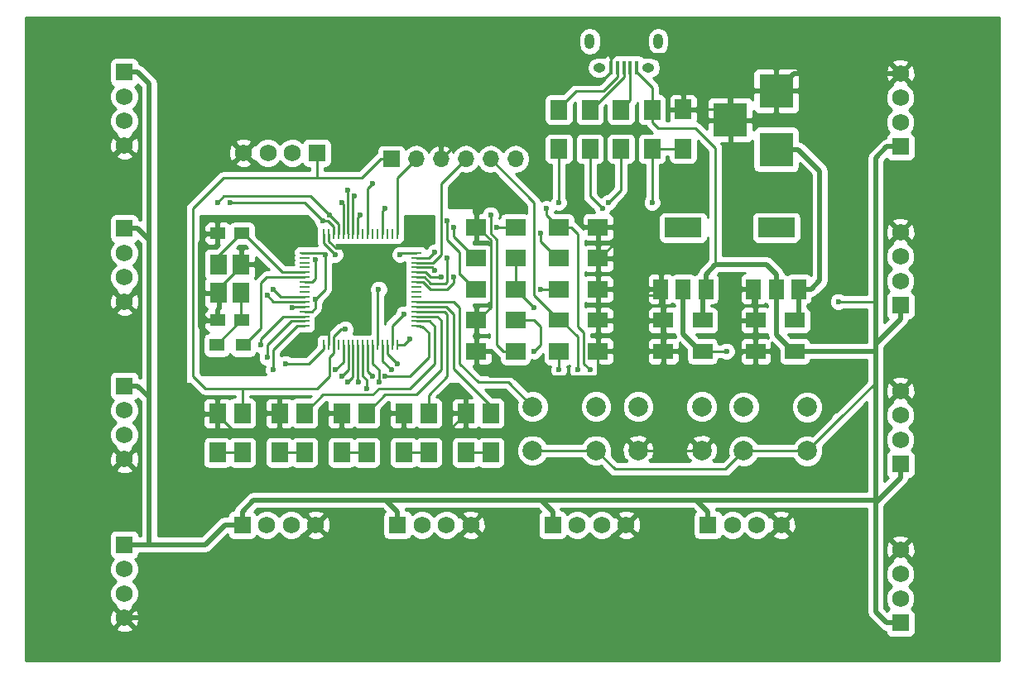
<source format=gbr>
G04 #@! TF.FileFunction,Copper,L1,Top,Signal*
%FSLAX46Y46*%
G04 Gerber Fmt 4.6, Leading zero omitted, Abs format (unit mm)*
G04 Created by KiCad (PCBNEW 4.0.7) date Thu Oct  5 08:26:23 2017*
%MOMM*%
%LPD*%
G01*
G04 APERTURE LIST*
%ADD10C,0.100000*%
%ADD11C,2.000000*%
%ADD12R,2.000000X1.600000*%
%ADD13R,1.000000X0.250000*%
%ADD14R,0.250000X1.000000*%
%ADD15R,1.700000X2.000000*%
%ADD16R,1.750000X1.750000*%
%ADD17C,1.750000*%
%ADD18R,2.000000X1.700000*%
%ADD19R,1.500000X1.250000*%
%ADD20R,0.400000X1.350000*%
%ADD21O,1.250000X0.950000*%
%ADD22O,1.000000X1.550000*%
%ADD23R,3.800000X2.000000*%
%ADD24R,1.500000X2.000000*%
%ADD25R,1.800000X2.100000*%
%ADD26R,3.500000X3.500000*%
%ADD27R,1.700000X1.700000*%
%ADD28O,1.700000X1.700000*%
%ADD29R,1.500000X1.300000*%
%ADD30C,0.600000*%
%ADD31C,0.508000*%
%ADD32C,0.254000*%
G04 APERTURE END LIST*
D10*
D11*
X163045000Y-113030000D03*
X163045000Y-108530000D03*
X169545000Y-113030000D03*
X169545000Y-108530000D03*
D12*
X169640000Y-99695000D03*
X165640000Y-99695000D03*
D13*
X128935000Y-92785000D03*
X128935000Y-93285000D03*
X128935000Y-93785000D03*
X128935000Y-94285000D03*
X128935000Y-94785000D03*
X128935000Y-95285000D03*
X128935000Y-95785000D03*
X128935000Y-96285000D03*
X128935000Y-96785000D03*
X128935000Y-97285000D03*
X128935000Y-97785000D03*
X128935000Y-98285000D03*
X128935000Y-98785000D03*
X128935000Y-99285000D03*
X128935000Y-99785000D03*
X128935000Y-100285000D03*
D14*
X130885000Y-102235000D03*
X131385000Y-102235000D03*
X131885000Y-102235000D03*
X132385000Y-102235000D03*
X132885000Y-102235000D03*
X133385000Y-102235000D03*
X133885000Y-102235000D03*
X134385000Y-102235000D03*
X134885000Y-102235000D03*
X135385000Y-102235000D03*
X135885000Y-102235000D03*
X136385000Y-102235000D03*
X136885000Y-102235000D03*
X137385000Y-102235000D03*
X137885000Y-102235000D03*
X138385000Y-102235000D03*
D13*
X140335000Y-100285000D03*
X140335000Y-99785000D03*
X140335000Y-99285000D03*
X140335000Y-98785000D03*
X140335000Y-98285000D03*
X140335000Y-97785000D03*
X140335000Y-97285000D03*
X140335000Y-96785000D03*
X140335000Y-96285000D03*
X140335000Y-95785000D03*
X140335000Y-95285000D03*
X140335000Y-94785000D03*
X140335000Y-94285000D03*
X140335000Y-93785000D03*
X140335000Y-93285000D03*
X140335000Y-92785000D03*
D14*
X138385000Y-90835000D03*
X137885000Y-90835000D03*
X137385000Y-90835000D03*
X136885000Y-90835000D03*
X136385000Y-90835000D03*
X135885000Y-90835000D03*
X135385000Y-90835000D03*
X134885000Y-90835000D03*
X134385000Y-90835000D03*
X133885000Y-90835000D03*
X133385000Y-90835000D03*
X132885000Y-90835000D03*
X132385000Y-90835000D03*
X131885000Y-90835000D03*
X131385000Y-90835000D03*
X130885000Y-90835000D03*
D11*
X152250000Y-113030000D03*
X152250000Y-108530000D03*
X158750000Y-113030000D03*
X158750000Y-108530000D03*
D15*
X135255000Y-113220000D03*
X135255000Y-109220000D03*
D16*
X110490000Y-90297000D03*
D17*
X110490000Y-92797000D03*
X110490000Y-95297000D03*
X110490000Y-97797000D03*
D16*
X110490000Y-106419000D03*
D17*
X110490000Y-108919000D03*
X110490000Y-111419000D03*
X110490000Y-113919000D03*
D18*
X150495000Y-93345000D03*
X146495000Y-93345000D03*
D12*
X179070000Y-99695000D03*
X175070000Y-99695000D03*
D19*
X122535000Y-90805000D03*
X120035000Y-90805000D03*
X122535000Y-99695000D03*
X120035000Y-99695000D03*
D15*
X126365000Y-109220000D03*
X126365000Y-113220000D03*
X132715000Y-109220000D03*
X132715000Y-113220000D03*
X139065000Y-109220000D03*
X139065000Y-113220000D03*
X145415000Y-109220000D03*
X145415000Y-113220000D03*
D16*
X189865000Y-81915000D03*
D17*
X189865000Y-79415000D03*
X189865000Y-76915000D03*
X189865000Y-74415000D03*
D16*
X189865000Y-98171000D03*
D17*
X189865000Y-95671000D03*
X189865000Y-93171000D03*
X189865000Y-90671000D03*
D16*
X189865000Y-114427000D03*
D17*
X189865000Y-111927000D03*
X189865000Y-109427000D03*
X189865000Y-106927000D03*
D16*
X189865000Y-130683000D03*
D17*
X189865000Y-128183000D03*
X189865000Y-125683000D03*
X189865000Y-123183000D03*
D16*
X122555000Y-120650000D03*
D17*
X125055000Y-120650000D03*
X127555000Y-120650000D03*
X130055000Y-120650000D03*
D16*
X138430000Y-120650000D03*
D17*
X140930000Y-120650000D03*
X143430000Y-120650000D03*
X145930000Y-120650000D03*
D16*
X154305000Y-120650000D03*
D17*
X156805000Y-120650000D03*
X159305000Y-120650000D03*
X161805000Y-120650000D03*
D16*
X170180000Y-120650000D03*
D17*
X172680000Y-120650000D03*
X175180000Y-120650000D03*
X177680000Y-120650000D03*
D16*
X110490000Y-74295000D03*
D17*
X110490000Y-76795000D03*
X110490000Y-79295000D03*
X110490000Y-81795000D03*
D16*
X110490000Y-122675000D03*
D17*
X110490000Y-125175000D03*
X110490000Y-127675000D03*
X110490000Y-130175000D03*
D20*
X162900000Y-73820000D03*
X162250000Y-73820000D03*
X161600000Y-73820000D03*
X160950000Y-73820000D03*
X160300000Y-73820000D03*
D21*
X164100000Y-73820000D03*
X159100000Y-73820000D03*
D22*
X165100000Y-71120000D03*
X158100000Y-71120000D03*
D15*
X122555000Y-109220000D03*
X122555000Y-113220000D03*
X147955000Y-113220000D03*
X147955000Y-109220000D03*
X128905000Y-113220000D03*
X128905000Y-109220000D03*
X141605000Y-113220000D03*
X141605000Y-109220000D03*
X164465000Y-82137000D03*
X164465000Y-78137000D03*
X158115000Y-82137000D03*
X158115000Y-78137000D03*
X161290000Y-82137000D03*
X161290000Y-78137000D03*
X154940000Y-82137000D03*
X154940000Y-78137000D03*
D18*
X154940000Y-90170000D03*
X158940000Y-90170000D03*
X154940000Y-102870000D03*
X158940000Y-102870000D03*
X150495000Y-96520000D03*
X146495000Y-96520000D03*
X158940000Y-96520000D03*
X154940000Y-96520000D03*
X146495000Y-90170000D03*
X150495000Y-90170000D03*
X146495000Y-102870000D03*
X150495000Y-102870000D03*
X146495000Y-99695000D03*
X150495000Y-99695000D03*
X158940000Y-93345000D03*
X154940000Y-93345000D03*
D11*
X173840000Y-113085000D03*
X173840000Y-108585000D03*
X180340000Y-113085000D03*
X180340000Y-108585000D03*
D23*
X167665000Y-90195000D03*
D24*
X167665000Y-96495000D03*
X169965000Y-96495000D03*
X165365000Y-96495000D03*
D25*
X120135000Y-93980000D03*
X120135000Y-96880000D03*
X122435000Y-96880000D03*
X122435000Y-93980000D03*
D15*
X120015000Y-109243684D03*
X120015000Y-113243684D03*
D16*
X130175000Y-82550000D03*
D17*
X127675000Y-82550000D03*
X125175000Y-82550000D03*
X122675000Y-82550000D03*
D12*
X154940000Y-99695000D03*
X158940000Y-99695000D03*
D26*
X177165000Y-82200000D03*
X177165000Y-76200000D03*
X172465000Y-79200000D03*
D23*
X177165000Y-90195000D03*
D24*
X177165000Y-96495000D03*
X179465000Y-96495000D03*
X174865000Y-96495000D03*
D15*
X167640000Y-78105000D03*
X167640000Y-82105000D03*
D27*
X137795000Y-83185000D03*
D28*
X140335000Y-83185000D03*
X142875000Y-83185000D03*
X145415000Y-83185000D03*
X147955000Y-83185000D03*
X150495000Y-83185000D03*
D12*
X169624000Y-102870000D03*
X165624000Y-102870000D03*
X179070000Y-102870000D03*
X175070000Y-102870000D03*
D29*
X122635000Y-102235000D03*
X119935000Y-102235000D03*
D30*
X118745000Y-100965000D03*
X127635000Y-98425000D03*
X162560000Y-97155000D03*
X134620000Y-93472000D03*
X133604000Y-98552000D03*
X172085000Y-102870000D03*
X131064000Y-92964000D03*
X132080000Y-92964000D03*
X138684000Y-92964000D03*
X130048000Y-97536000D03*
X133096000Y-100584000D03*
X139700000Y-101600000D03*
X133350000Y-86360000D03*
X133985000Y-86995000D03*
X183515000Y-97790000D03*
X152400000Y-98425000D03*
X127000000Y-104140000D03*
X125730000Y-104775000D03*
X138430000Y-104140000D03*
X152400000Y-102870000D03*
X137795000Y-104775000D03*
X125095000Y-103505000D03*
X124460000Y-102235000D03*
X132715000Y-105410000D03*
X132080000Y-104775000D03*
X134470016Y-106052990D03*
X133350000Y-106045000D03*
X135890000Y-105410000D03*
X135255000Y-106680000D03*
X137160000Y-105410000D03*
X136525000Y-106045000D03*
X120015000Y-87630000D03*
X131445000Y-88900000D03*
X143510000Y-89535000D03*
X121285000Y-87630000D03*
X130810000Y-89535000D03*
X144145000Y-90170000D03*
X144145000Y-95250000D03*
X164465000Y-87630000D03*
X143510000Y-93345000D03*
X148590000Y-90170000D03*
X154940000Y-87630000D03*
X153670000Y-88265000D03*
X158115000Y-104775000D03*
X132715000Y-87630000D03*
X154940000Y-104775000D03*
X156845000Y-104775000D03*
X130048000Y-93472000D03*
X153035000Y-90805000D03*
X137160000Y-88265000D03*
X139065000Y-99060000D03*
X142240000Y-92710000D03*
X136514430Y-96516964D03*
X153035000Y-96520000D03*
X147955000Y-88900000D03*
X134620000Y-88900000D03*
X125095000Y-97155000D03*
X125730000Y-96520000D03*
X135890000Y-85725000D03*
X159385000Y-88265000D03*
X142270002Y-94615000D03*
X160020000Y-87630000D03*
X142875000Y-95250000D03*
D31*
X127522000Y-123183000D02*
X125730000Y-124975000D01*
X125730000Y-124975000D02*
X120530000Y-130175000D01*
X130055000Y-120650000D02*
X125730000Y-124975000D01*
X142875000Y-123183000D02*
X127522000Y-123183000D01*
D32*
X122675000Y-82550000D02*
X125215000Y-80010000D01*
X125215000Y-80010000D02*
X146050000Y-80010000D01*
D31*
X189865000Y-74415000D02*
X178950000Y-74415000D01*
X178950000Y-74415000D02*
X177165000Y-76200000D01*
D32*
X118110000Y-98774000D02*
X118110000Y-100330000D01*
X118110000Y-100330000D02*
X118745000Y-100965000D01*
X120035000Y-99695000D02*
X119031000Y-99695000D01*
X119031000Y-99695000D02*
X118110000Y-98774000D01*
X118110000Y-98774000D02*
X118110000Y-91726000D01*
X118110000Y-91726000D02*
X119031000Y-90805000D01*
X119031000Y-90805000D02*
X120035000Y-90805000D01*
X120135000Y-96880000D02*
X120135000Y-96430000D01*
X120135000Y-96430000D02*
X122435000Y-94130000D01*
X122435000Y-94130000D02*
X122435000Y-93980000D01*
X120135000Y-96880000D02*
X120135000Y-99595000D01*
X120135000Y-99595000D02*
X120035000Y-99695000D01*
X122435000Y-93980000D02*
X122435000Y-94430000D01*
X120135000Y-96730000D02*
X120135000Y-96880000D01*
X119910000Y-90805000D02*
X120035000Y-90805000D01*
X120035000Y-90805000D02*
X120160000Y-90805000D01*
X128935000Y-98285000D02*
X127775000Y-98285000D01*
X127775000Y-98285000D02*
X127635000Y-98425000D01*
X150495000Y-75565000D02*
X146050000Y-80010000D01*
X146050000Y-80010000D02*
X142875000Y-83185000D01*
X162560000Y-97155000D02*
X164705000Y-97155000D01*
X164705000Y-97155000D02*
X165365000Y-96495000D01*
X158940000Y-99695000D02*
X158940000Y-96520000D01*
X121746316Y-111125000D02*
X126365000Y-111125000D01*
X126365000Y-111125000D02*
X132715000Y-111125000D01*
X126365000Y-109220000D02*
X126365000Y-111125000D01*
X132715000Y-111125000D02*
X139065000Y-111125000D01*
X132715000Y-109220000D02*
X132715000Y-111125000D01*
X139065000Y-111125000D02*
X143510000Y-111125000D01*
X139065000Y-109220000D02*
X139065000Y-111125000D01*
X139065000Y-109220000D02*
X139065000Y-110474000D01*
X120015000Y-109243684D02*
X120015000Y-109393684D01*
X120015000Y-109393684D02*
X121746316Y-111125000D01*
X143510000Y-111125000D02*
X145415000Y-109220000D01*
X172085000Y-104601000D02*
X172085000Y-110490000D01*
X172085000Y-110490000D02*
X169545000Y-113030000D01*
X175070000Y-102870000D02*
X173816000Y-102870000D01*
X173816000Y-102870000D02*
X172085000Y-104601000D01*
X163045000Y-113030000D02*
X169545000Y-113030000D01*
X158750000Y-105410000D02*
X158940000Y-105220000D01*
X158940000Y-105220000D02*
X158940000Y-102870000D01*
X164138000Y-105410000D02*
X158750000Y-105410000D01*
X158750000Y-105410000D02*
X147931000Y-105410000D01*
X165624000Y-102870000D02*
X165624000Y-103924000D01*
X165624000Y-103924000D02*
X164138000Y-105410000D01*
X146495000Y-103974000D02*
X146495000Y-102870000D01*
X147931000Y-105410000D02*
X146495000Y-103974000D01*
D31*
X165624000Y-102870000D02*
X165624000Y-96754000D01*
X165624000Y-96754000D02*
X165365000Y-96495000D01*
X175070000Y-102870000D02*
X175070000Y-96700000D01*
X175070000Y-96700000D02*
X174865000Y-96495000D01*
X175070000Y-99695000D02*
X175070000Y-102870000D01*
X174865000Y-99490000D02*
X175070000Y-99695000D01*
D32*
X162265000Y-90170000D02*
X164370000Y-90170000D01*
X158940000Y-93345000D02*
X159090000Y-93345000D01*
X159090000Y-93345000D02*
X162265000Y-90170000D01*
X160801000Y-72390000D02*
X171351000Y-72390000D01*
X171351000Y-72390000D02*
X172465000Y-73504000D01*
X160300000Y-72891000D02*
X160801000Y-72390000D01*
X132132999Y-92336999D02*
X133484999Y-92336999D01*
X131385000Y-91589000D02*
X132132999Y-92336999D01*
X133484999Y-92336999D02*
X134620000Y-93472000D01*
X131385000Y-90835000D02*
X131385000Y-91589000D01*
X131385000Y-102235000D02*
X131385000Y-100771000D01*
X131385000Y-100771000D02*
X133604000Y-98552000D01*
D31*
X173207000Y-76200000D02*
X177165000Y-76200000D01*
X172465000Y-79200000D02*
X172465000Y-76942000D01*
X172465000Y-76942000D02*
X173207000Y-76200000D01*
D32*
X160300000Y-74295000D02*
X159030000Y-75565000D01*
X160300000Y-73820000D02*
X160300000Y-74295000D01*
X159030000Y-75565000D02*
X150495000Y-75565000D01*
X146495000Y-99695000D02*
X146495000Y-102870000D01*
X158940000Y-93345000D02*
X158940000Y-96520000D01*
X120015000Y-108608684D02*
X120015000Y-108758684D01*
X158940000Y-90170000D02*
X158940000Y-93345000D01*
X172465000Y-73504000D02*
X172465000Y-79200000D01*
X171370000Y-78105000D02*
X172465000Y-79200000D01*
X160300000Y-73820000D02*
X160300000Y-72891000D01*
X167640000Y-78105000D02*
X171370000Y-78105000D01*
X146495000Y-90170000D02*
X146645000Y-90170000D01*
X146645000Y-99695000D02*
X146495000Y-99695000D01*
X146645000Y-90170000D02*
X147955000Y-91480000D01*
X147955000Y-98385000D02*
X146645000Y-99695000D01*
X147955000Y-91480000D02*
X147955000Y-98385000D01*
X158940000Y-99695000D02*
X158940000Y-102870000D01*
D31*
X107950000Y-100965000D02*
X107950000Y-84335000D01*
X107950000Y-116840000D02*
X107950000Y-100965000D01*
X107950000Y-100965000D02*
X107950000Y-100337000D01*
X107950000Y-100337000D02*
X110490000Y-97797000D01*
X107950000Y-127635000D02*
X107950000Y-116840000D01*
X107950000Y-116840000D02*
X107950000Y-116459000D01*
X107950000Y-116459000D02*
X110490000Y-113919000D01*
X107950000Y-127635000D02*
X110490000Y-130175000D01*
X107950000Y-84335000D02*
X110490000Y-81795000D01*
X190500000Y-133985000D02*
X192398000Y-132087000D01*
X192398000Y-132087000D02*
X192398000Y-120650000D01*
X186055000Y-133985000D02*
X190500000Y-133985000D01*
X175253000Y-123183000D02*
X186055000Y-133985000D01*
X175147000Y-123183000D02*
X175253000Y-123183000D01*
X192398000Y-120650000D02*
X192398000Y-111760000D01*
X192398000Y-111760000D02*
X192398000Y-97155000D01*
X189865000Y-106927000D02*
X192398000Y-109460000D01*
X192398000Y-109460000D02*
X192398000Y-111760000D01*
X192398000Y-97155000D02*
X192398000Y-76962000D01*
X189865000Y-90671000D02*
X192398000Y-93204000D01*
X192398000Y-93204000D02*
X192398000Y-97155000D01*
X192398000Y-76962000D02*
X192405000Y-76955000D01*
X189865000Y-123183000D02*
X192398000Y-120650000D01*
X189865000Y-74415000D02*
X192405000Y-76955000D01*
X175147000Y-123183000D02*
X156845000Y-123183000D01*
X177680000Y-120650000D02*
X175147000Y-123183000D01*
X156845000Y-123183000D02*
X142875000Y-123183000D01*
X159272000Y-123183000D02*
X156845000Y-123183000D01*
X145930000Y-120650000D02*
X143397000Y-123183000D01*
X143397000Y-123183000D02*
X142875000Y-123183000D01*
X110490000Y-130175000D02*
X120530000Y-130175000D01*
X161805000Y-120650000D02*
X159272000Y-123183000D01*
D32*
X120650000Y-85090000D02*
X130175000Y-85090000D01*
X130175000Y-85090000D02*
X134786000Y-85090000D01*
X130175000Y-82550000D02*
X130175000Y-85090000D01*
X122555000Y-106680000D02*
X118745000Y-106680000D01*
X118745000Y-106680000D02*
X117475000Y-105410000D01*
X117475000Y-105410000D02*
X117475000Y-88265000D01*
X117475000Y-88265000D02*
X120650000Y-85090000D01*
X134786000Y-85090000D02*
X136691000Y-83185000D01*
X136691000Y-83185000D02*
X137795000Y-83185000D01*
X130175000Y-106680000D02*
X122555000Y-106680000D01*
X131445000Y-105410000D02*
X130175000Y-106680000D01*
X131445000Y-103505000D02*
X131445000Y-105410000D01*
X131885000Y-103065000D02*
X131445000Y-103505000D01*
X172085000Y-102870000D02*
X169624000Y-102870000D01*
X122555000Y-109220000D02*
X122555000Y-106680000D01*
D31*
X167665000Y-96495000D02*
X167665000Y-101111000D01*
X167665000Y-101111000D02*
X169424000Y-102870000D01*
X169424000Y-102870000D02*
X169624000Y-102870000D01*
D32*
X131064000Y-96520000D02*
X131064000Y-92964000D01*
X130048000Y-97536000D02*
X131064000Y-96520000D01*
X128935000Y-92785000D02*
X130885000Y-92785000D01*
X130885000Y-92785000D02*
X131064000Y-92964000D01*
X132080000Y-92964000D02*
X130885000Y-91769000D01*
X130885000Y-91769000D02*
X130885000Y-90835000D01*
X138684000Y-92964000D02*
X138863000Y-92785000D01*
X138863000Y-92785000D02*
X140335000Y-92785000D01*
X128935000Y-98785000D02*
X129689000Y-98785000D01*
X130048000Y-98426000D02*
X130048000Y-97536000D01*
X129689000Y-98785000D02*
X130048000Y-98426000D01*
X133096000Y-100584000D02*
X132671736Y-100584000D01*
X132671736Y-100584000D02*
X131885000Y-101370736D01*
X131885000Y-101370736D02*
X131885000Y-102235000D01*
X138385000Y-102235000D02*
X139065000Y-102235000D01*
X139065000Y-102235000D02*
X139700000Y-101600000D01*
X131885000Y-102235000D02*
X131885000Y-103065000D01*
X128935000Y-92785000D02*
X128560000Y-92785000D01*
X170180000Y-103426000D02*
X169624000Y-102870000D01*
X133350000Y-86360000D02*
X133350000Y-90800000D01*
X133350000Y-90800000D02*
X133385000Y-90835000D01*
X133885000Y-90835000D02*
X133885000Y-87095000D01*
X133885000Y-87095000D02*
X133985000Y-86995000D01*
D31*
X187325000Y-83072000D02*
X187325000Y-97790000D01*
X187325000Y-97790000D02*
X187325000Y-102870000D01*
D32*
X183515000Y-97790000D02*
X187325000Y-97790000D01*
D31*
X179070000Y-102870000D02*
X187325000Y-102870000D01*
X120770000Y-120650000D02*
X122555000Y-120650000D01*
X118745000Y-122675000D02*
X113030000Y-122675000D01*
X118745000Y-122675000D02*
X120770000Y-120650000D01*
X113030000Y-91454000D02*
X113030000Y-75452000D01*
X113030000Y-75452000D02*
X111873000Y-74295000D01*
X111873000Y-74295000D02*
X110490000Y-74295000D01*
X113030000Y-122675000D02*
X113030000Y-111125000D01*
X110490000Y-106419000D02*
X111873000Y-106419000D01*
X113030000Y-111125000D02*
X113030000Y-91454000D01*
X111873000Y-106419000D02*
X113030000Y-107576000D01*
X113030000Y-107576000D02*
X113030000Y-111125000D01*
X113030000Y-122675000D02*
X110490000Y-122675000D01*
X113030000Y-91454000D02*
X111873000Y-90297000D01*
X111873000Y-90297000D02*
X110490000Y-90297000D01*
D32*
X180340000Y-113085000D02*
X183570000Y-109855000D01*
X183570000Y-109855000D02*
X187325000Y-106100000D01*
X183515000Y-109800000D02*
X183570000Y-109855000D01*
D31*
X187325000Y-102870000D02*
X187325000Y-104775000D01*
X187325000Y-104775000D02*
X187325000Y-113030000D01*
D32*
X187325000Y-106100000D02*
X187325000Y-104775000D01*
D31*
X187325000Y-113030000D02*
X187325000Y-118110000D01*
D32*
X187270000Y-113085000D02*
X187325000Y-113030000D01*
D31*
X154305000Y-120650000D02*
X154305000Y-119267000D01*
X154305000Y-119267000D02*
X153148000Y-118110000D01*
X122555000Y-119267000D02*
X123712000Y-118110000D01*
X122555000Y-120650000D02*
X122555000Y-119267000D01*
X153148000Y-118110000D02*
X151765000Y-118110000D01*
X137273000Y-118110000D02*
X136525000Y-118110000D01*
X169023000Y-118110000D02*
X170180000Y-119267000D01*
X170180000Y-119267000D02*
X170180000Y-120650000D01*
X138430000Y-120650000D02*
X138430000Y-119267000D01*
X123712000Y-118110000D02*
X136525000Y-118110000D01*
X136525000Y-118110000D02*
X151765000Y-118110000D01*
X188482000Y-130683000D02*
X189865000Y-130683000D01*
X188482000Y-81915000D02*
X187325000Y-83072000D01*
X189865000Y-81915000D02*
X188482000Y-81915000D01*
X189865000Y-115810000D02*
X187325000Y-118350000D01*
X189865000Y-114427000D02*
X189865000Y-115810000D01*
X187325000Y-118745000D02*
X187325000Y-129526000D01*
X151765000Y-118110000D02*
X169023000Y-118110000D01*
X187325000Y-118350000D02*
X187325000Y-118745000D01*
X187325000Y-118110000D02*
X187325000Y-118745000D01*
X187325000Y-102094000D02*
X187325000Y-102870000D01*
X189865000Y-99554000D02*
X187325000Y-102094000D01*
X169023000Y-118110000D02*
X187325000Y-118110000D01*
X189865000Y-98171000D02*
X189865000Y-99554000D01*
X187325000Y-129526000D02*
X188482000Y-130683000D01*
X138430000Y-119267000D02*
X137273000Y-118110000D01*
D32*
X173840000Y-113085000D02*
X180340000Y-113085000D01*
X160655000Y-114935000D02*
X171990000Y-114935000D01*
X171990000Y-114935000D02*
X173840000Y-113085000D01*
X158750000Y-113030000D02*
X160655000Y-114935000D01*
X152250000Y-113030000D02*
X158750000Y-113030000D01*
X170972000Y-93980000D02*
X170972000Y-82072000D01*
X170972000Y-82072000D02*
X168910000Y-80010000D01*
X165084000Y-80010000D02*
X168910000Y-80010000D01*
X164465000Y-79391000D02*
X165084000Y-80010000D01*
X164465000Y-78137000D02*
X164465000Y-79391000D01*
D31*
X170972000Y-93980000D02*
X176158000Y-93980000D01*
X169965000Y-96495000D02*
X169965000Y-94987000D01*
X169965000Y-94987000D02*
X170972000Y-93980000D01*
X176158000Y-93980000D02*
X177165000Y-94987000D01*
X177165000Y-94987000D02*
X177165000Y-96495000D01*
X169640000Y-99695000D02*
X169640000Y-96820000D01*
X169640000Y-96820000D02*
X169965000Y-96495000D01*
X177165000Y-96495000D02*
X177165000Y-101165000D01*
X177165000Y-101165000D02*
X178870000Y-102870000D01*
X178870000Y-102870000D02*
X179070000Y-102870000D01*
D32*
X164465000Y-75860000D02*
X164465000Y-78137000D01*
X162900000Y-73820000D02*
X162900000Y-74295000D01*
X162900000Y-74295000D02*
X164465000Y-75860000D01*
X152400000Y-98425000D02*
X150495000Y-96520000D01*
X150495000Y-93345000D02*
X150495000Y-96520000D01*
X127000000Y-104140000D02*
X127635000Y-104140000D01*
X130885000Y-102235000D02*
X130885000Y-102610000D01*
X130885000Y-102610000D02*
X129355000Y-104140000D01*
X129355000Y-104140000D02*
X127635000Y-104140000D01*
X125730000Y-102736000D02*
X125730000Y-104775000D01*
X128935000Y-100285000D02*
X128181000Y-100285000D01*
X128181000Y-100285000D02*
X125730000Y-102736000D01*
X128935000Y-100285000D02*
X128560000Y-100285000D01*
X138430000Y-104140000D02*
X137385000Y-103095000D01*
X137385000Y-103095000D02*
X137385000Y-102235000D01*
X152400000Y-102870000D02*
X153035000Y-102235000D01*
X153035000Y-102235000D02*
X153035000Y-100330000D01*
X153035000Y-100330000D02*
X152400000Y-99695000D01*
X152400000Y-99695000D02*
X150495000Y-99695000D01*
X136885000Y-103865000D02*
X137795000Y-104775000D01*
X136885000Y-103865000D02*
X136885000Y-102235000D01*
X127545000Y-99785000D02*
X125730000Y-101600000D01*
X125095000Y-103505000D02*
X125095000Y-102235000D01*
X125095000Y-102235000D02*
X125730000Y-101600000D01*
X128935000Y-99785000D02*
X127545000Y-99785000D01*
X128935000Y-99285000D02*
X126775000Y-99285000D01*
X126775000Y-99285000D02*
X124460000Y-101600000D01*
X124460000Y-101600000D02*
X124460000Y-102235000D01*
X128935000Y-94785000D02*
X126640000Y-94785000D01*
X126640000Y-94785000D02*
X122660000Y-90805000D01*
X122660000Y-90805000D02*
X122535000Y-90805000D01*
X122535000Y-90805000D02*
X122410000Y-90805000D01*
X122410000Y-90805000D02*
X120135000Y-93080000D01*
X120135000Y-93080000D02*
X120135000Y-93980000D01*
X128935000Y-95285000D02*
X125060000Y-95285000D01*
X125060000Y-95285000D02*
X124460000Y-95885000D01*
X124460000Y-95885000D02*
X124460000Y-100510000D01*
X124460000Y-100510000D02*
X122735000Y-102235000D01*
X122735000Y-102235000D02*
X122635000Y-102235000D01*
X133385000Y-104740000D02*
X132715000Y-105410000D01*
X133385000Y-102235000D02*
X133385000Y-104740000D01*
X132885000Y-102235000D02*
X132885000Y-103970000D01*
X132885000Y-103970000D02*
X132080000Y-104775000D01*
X134385000Y-105967974D02*
X134470016Y-106052990D01*
X134385000Y-102235000D02*
X134385000Y-105967974D01*
X133885000Y-102235000D02*
X133885000Y-105510000D01*
X133885000Y-105510000D02*
X133350000Y-106045000D01*
X135385000Y-104905000D02*
X135890000Y-105410000D01*
X135385000Y-102235000D02*
X135385000Y-104905000D01*
X134885000Y-105421000D02*
X135255000Y-105791000D01*
X135255000Y-105791000D02*
X135255000Y-106680000D01*
X134885000Y-102235000D02*
X134885000Y-105421000D01*
X137160000Y-105410000D02*
X139700000Y-105410000D01*
X139700000Y-105410000D02*
X141605000Y-103505000D01*
X141605000Y-103505000D02*
X141605000Y-100965000D01*
X140970000Y-100330000D02*
X141605000Y-100965000D01*
X140755000Y-100330000D02*
X140970000Y-100330000D01*
X140710000Y-100285000D02*
X140755000Y-100330000D01*
X140710000Y-100285000D02*
X140335000Y-100285000D01*
X135885000Y-102235000D02*
X135885000Y-102989000D01*
X135890000Y-102994000D02*
X135890000Y-104140000D01*
X135885000Y-102989000D02*
X135890000Y-102994000D01*
X136525000Y-104775000D02*
X136525000Y-106045000D01*
X135890000Y-104140000D02*
X136525000Y-104775000D01*
X129540000Y-86995000D02*
X131445000Y-88900000D01*
X120650000Y-86995000D02*
X129540000Y-86995000D01*
X120015000Y-87630000D02*
X120650000Y-86995000D01*
X132385000Y-89840000D02*
X131445000Y-88900000D01*
X132385000Y-90835000D02*
X132385000Y-89840000D01*
X143510000Y-89535000D02*
X143510000Y-91440000D01*
X143510000Y-91440000D02*
X144780000Y-92710000D01*
X144780000Y-92710000D02*
X144780000Y-94996000D01*
X144780000Y-94996000D02*
X144821000Y-94996000D01*
X144821000Y-94996000D02*
X146345000Y-96520000D01*
X146345000Y-96520000D02*
X146495000Y-96520000D01*
X146495000Y-96520000D02*
X146645000Y-96520000D01*
X121285000Y-87630000D02*
X127635000Y-87630000D01*
X128905000Y-87630000D02*
X127635000Y-87630000D01*
X130810000Y-89535000D02*
X128905000Y-87630000D01*
X131339000Y-89535000D02*
X130810000Y-89535000D01*
X131885000Y-90081000D02*
X131339000Y-89535000D01*
X144145000Y-91145000D02*
X144145000Y-90170000D01*
X146495000Y-93345000D02*
X146345000Y-93345000D01*
X146345000Y-93345000D02*
X144145000Y-91145000D01*
X131885000Y-90835000D02*
X131885000Y-90081000D01*
X162250000Y-73820000D02*
X162250000Y-77177000D01*
X162250000Y-77177000D02*
X161290000Y-78137000D01*
X161600000Y-73820000D02*
X161600000Y-74749000D01*
X161600000Y-74749000D02*
X158212000Y-78137000D01*
X158212000Y-78137000D02*
X158115000Y-78137000D01*
X159499000Y-76200000D02*
X156727000Y-76200000D01*
X156727000Y-76200000D02*
X154940000Y-77987000D01*
X154940000Y-77987000D02*
X154940000Y-78137000D01*
X160950000Y-73820000D02*
X160950000Y-74749000D01*
X160950000Y-74749000D02*
X159499000Y-76200000D01*
X142092964Y-93785000D02*
X142875000Y-93002964D01*
X142875000Y-85725000D02*
X145415000Y-83185000D01*
X142875000Y-93002964D02*
X142875000Y-85725000D01*
X140335000Y-93785000D02*
X142092964Y-93785000D01*
X138385000Y-85135000D02*
X138385000Y-90835000D01*
X140335000Y-83185000D02*
X138385000Y-85135000D01*
X140335000Y-95785000D02*
X141048602Y-95785000D01*
X141048602Y-95785000D02*
X141783602Y-96520000D01*
X141783602Y-96520000D02*
X143510000Y-96520000D01*
X143510000Y-96520000D02*
X144145000Y-95885000D01*
X144145000Y-95885000D02*
X144145000Y-95250000D01*
X164465000Y-82137000D02*
X164465000Y-87630000D01*
X164465000Y-82137000D02*
X167608000Y-82137000D01*
X167608000Y-82137000D02*
X167640000Y-82105000D01*
X143510000Y-93345000D02*
X143510000Y-95742002D01*
X143510000Y-95742002D02*
X143517999Y-95750001D01*
X140335000Y-95285000D02*
X141190670Y-95285000D01*
X141190670Y-95285000D02*
X141833670Y-95928000D01*
X141833670Y-95928000D02*
X143340000Y-95928000D01*
X143340000Y-95928000D02*
X143517999Y-95750001D01*
X150495000Y-90170000D02*
X148590000Y-90170000D01*
X154940000Y-82137000D02*
X154940000Y-87630000D01*
X154940000Y-90170000D02*
X156194000Y-90170000D01*
X156194000Y-90170000D02*
X156845000Y-90821000D01*
X156845000Y-90821000D02*
X156845000Y-100330000D01*
X156845000Y-100330000D02*
X157480000Y-100965000D01*
X157480000Y-100965000D02*
X157480000Y-104140000D01*
X157480000Y-104140000D02*
X158115000Y-104775000D01*
X132885000Y-90835000D02*
X132885000Y-87800000D01*
X132885000Y-87800000D02*
X132715000Y-87630000D01*
X153670000Y-88265000D02*
X153670000Y-88900000D01*
X153670000Y-88900000D02*
X154940000Y-90170000D01*
X155090000Y-90170000D02*
X154940000Y-90170000D01*
X152250000Y-108530000D02*
X149765000Y-106045000D01*
X149765000Y-106045000D02*
X146685000Y-106045000D01*
X146685000Y-106045000D02*
X144780000Y-104140000D01*
X144780000Y-104140000D02*
X144780000Y-98417932D01*
X144780000Y-98417932D02*
X144147068Y-97785000D01*
X144147068Y-97785000D02*
X140335000Y-97785000D01*
X154940000Y-102870000D02*
X154940000Y-104775000D01*
X154940000Y-99695000D02*
X152400000Y-97155000D01*
X152400000Y-97155000D02*
X152400000Y-87630000D01*
X152400000Y-87630000D02*
X147955000Y-83185000D01*
X155140000Y-99695000D02*
X156845000Y-101400000D01*
X156845000Y-101400000D02*
X156845000Y-104775000D01*
X154940000Y-99695000D02*
X154740000Y-99695000D01*
X154940000Y-99695000D02*
X155140000Y-99695000D01*
X128935000Y-95785000D02*
X129689000Y-95785000D01*
X130048000Y-95426000D02*
X130048000Y-93472000D01*
X129689000Y-95785000D02*
X130048000Y-95426000D01*
X136885000Y-90835000D02*
X136885000Y-88540000D01*
X136885000Y-88540000D02*
X137160000Y-88265000D01*
X154940000Y-93345000D02*
X154790000Y-93345000D01*
X154790000Y-93345000D02*
X153035000Y-91590000D01*
X153035000Y-91590000D02*
X153035000Y-90805000D01*
X154940000Y-93345000D02*
X154305000Y-93345000D01*
X137885000Y-102235000D02*
X137885000Y-100240000D01*
X137885000Y-100240000D02*
X139065000Y-99060000D01*
X141665000Y-93285000D02*
X142240000Y-92710000D01*
X140335000Y-93285000D02*
X141665000Y-93285000D01*
X126365000Y-113220000D02*
X128905000Y-113220000D01*
X132715000Y-113220000D02*
X135255000Y-113220000D01*
X139065000Y-113220000D02*
X141605000Y-113220000D01*
X145415000Y-113220000D02*
X147955000Y-113220000D01*
X140335000Y-99785000D02*
X141702068Y-99785000D01*
X141702068Y-99785000D02*
X141702068Y-99792068D01*
X141702068Y-99792068D02*
X142240000Y-100330000D01*
X142240000Y-100330000D02*
X142240000Y-104140000D01*
X142240000Y-104140000D02*
X139700000Y-106680000D01*
X139700000Y-106680000D02*
X136525000Y-106680000D01*
X136525000Y-106680000D02*
X135890000Y-107315000D01*
X135890000Y-107315000D02*
X130810000Y-107315000D01*
X130810000Y-107315000D02*
X128905000Y-109220000D01*
X140335000Y-99285000D02*
X142465000Y-99285000D01*
X137160000Y-107315000D02*
X135255000Y-109220000D01*
X142465000Y-99285000D02*
X142875000Y-99695000D01*
X142875000Y-99695000D02*
X142875000Y-104775000D01*
X142875000Y-104775000D02*
X140335000Y-107315000D01*
X140335000Y-107315000D02*
X137160000Y-107315000D01*
X143510000Y-105426000D02*
X141605000Y-107331000D01*
X143227932Y-98785000D02*
X143510000Y-99067068D01*
X140335000Y-98785000D02*
X143227932Y-98785000D01*
X141605000Y-107331000D02*
X141605000Y-108585000D01*
X143510000Y-99067068D02*
X143510000Y-105426000D01*
X144145000Y-99060000D02*
X144145000Y-104625000D01*
X144145000Y-104625000D02*
X147955000Y-108435000D01*
X147955000Y-108435000D02*
X147955000Y-108585000D01*
X143377068Y-98292068D02*
X144145000Y-99060000D01*
X143377068Y-98285000D02*
X143377068Y-98292068D01*
X143377068Y-98285000D02*
X140335000Y-98285000D01*
X136385000Y-102235000D02*
X136385000Y-96646394D01*
X136385000Y-96646394D02*
X136514430Y-96516964D01*
X154940000Y-96520000D02*
X153035000Y-96520000D01*
X134385000Y-90835000D02*
X134385000Y-89135000D01*
X134385000Y-89135000D02*
X134620000Y-88900000D01*
X149225000Y-102870000D02*
X148590000Y-102235000D01*
X147955000Y-90805000D02*
X148590000Y-91440000D01*
X148590000Y-91440000D02*
X148590000Y-102235000D01*
X147955000Y-88900000D02*
X147955000Y-90805000D01*
X150495000Y-102870000D02*
X149225000Y-102870000D01*
X150345000Y-102870000D02*
X150495000Y-102870000D01*
X120015000Y-113243684D02*
X122531316Y-113243684D01*
X122531316Y-113243684D02*
X122555000Y-113220000D01*
X125725000Y-97785000D02*
X125095000Y-97155000D01*
X128935000Y-97785000D02*
X125725000Y-97785000D01*
X128935000Y-97285000D02*
X126495000Y-97285000D01*
X126495000Y-97285000D02*
X125730000Y-96520000D01*
X135385000Y-90835000D02*
X135385000Y-86230000D01*
X135385000Y-86230000D02*
X135890000Y-85725000D01*
X158115000Y-82137000D02*
X158115000Y-86995000D01*
X158115000Y-86995000D02*
X159385000Y-88265000D01*
X140335000Y-94285000D02*
X141940002Y-94285000D01*
X141940002Y-94285000D02*
X142270002Y-94615000D01*
X161290000Y-86360000D02*
X160020000Y-87630000D01*
X161290000Y-82137000D02*
X161290000Y-86360000D01*
X140335000Y-94785000D02*
X141332736Y-94785000D01*
X141332736Y-94785000D02*
X141797736Y-95250000D01*
X142875000Y-95250000D02*
X141797736Y-95250000D01*
D31*
X179465000Y-96495000D02*
X179465000Y-99300000D01*
X179465000Y-99300000D02*
X179070000Y-99695000D01*
X179465000Y-96495000D02*
X180723000Y-96495000D01*
X180723000Y-96495000D02*
X181610000Y-95608000D01*
X181610000Y-95608000D02*
X181610000Y-84387000D01*
X181610000Y-84387000D02*
X179423000Y-82200000D01*
X179423000Y-82200000D02*
X177165000Y-82200000D01*
D32*
X122435000Y-96880000D02*
X122435000Y-99595000D01*
X122435000Y-99595000D02*
X122535000Y-99695000D01*
X122535000Y-99695000D02*
X122410000Y-99695000D01*
X122410000Y-99695000D02*
X119935000Y-102170000D01*
X119935000Y-102170000D02*
X119935000Y-102235000D01*
G36*
X199950000Y-134545000D02*
X100405000Y-134545000D01*
X100405000Y-131237060D01*
X109607545Y-131237060D01*
X109690884Y-131490953D01*
X110255306Y-131696590D01*
X110855458Y-131670579D01*
X111289116Y-131490953D01*
X111372455Y-131237060D01*
X110490000Y-130354605D01*
X109607545Y-131237060D01*
X100405000Y-131237060D01*
X100405000Y-129940306D01*
X108968410Y-129940306D01*
X108994421Y-130540458D01*
X109174047Y-130974116D01*
X109427940Y-131057455D01*
X110310395Y-130175000D01*
X110669605Y-130175000D01*
X111552060Y-131057455D01*
X111805953Y-130974116D01*
X112011590Y-130409694D01*
X111985579Y-129809542D01*
X111805953Y-129375884D01*
X111552060Y-129292545D01*
X110669605Y-130175000D01*
X110310395Y-130175000D01*
X109427940Y-129292545D01*
X109174047Y-129375884D01*
X108968410Y-129940306D01*
X100405000Y-129940306D01*
X100405000Y-114981060D01*
X109607545Y-114981060D01*
X109690884Y-115234953D01*
X110255306Y-115440590D01*
X110855458Y-115414579D01*
X111289116Y-115234953D01*
X111372455Y-114981060D01*
X110490000Y-114098605D01*
X109607545Y-114981060D01*
X100405000Y-114981060D01*
X100405000Y-113684306D01*
X108968410Y-113684306D01*
X108994421Y-114284458D01*
X109174047Y-114718116D01*
X109427940Y-114801455D01*
X110310395Y-113919000D01*
X110669605Y-113919000D01*
X111552060Y-114801455D01*
X111805953Y-114718116D01*
X112011590Y-114153694D01*
X111985579Y-113553542D01*
X111805953Y-113119884D01*
X111552060Y-113036545D01*
X110669605Y-113919000D01*
X110310395Y-113919000D01*
X109427940Y-113036545D01*
X109174047Y-113119884D01*
X108968410Y-113684306D01*
X100405000Y-113684306D01*
X100405000Y-98859060D01*
X109607545Y-98859060D01*
X109690884Y-99112953D01*
X110255306Y-99318590D01*
X110855458Y-99292579D01*
X111289116Y-99112953D01*
X111372455Y-98859060D01*
X110490000Y-97976605D01*
X109607545Y-98859060D01*
X100405000Y-98859060D01*
X100405000Y-97562306D01*
X108968410Y-97562306D01*
X108994421Y-98162458D01*
X109174047Y-98596116D01*
X109427940Y-98679455D01*
X110310395Y-97797000D01*
X110669605Y-97797000D01*
X111552060Y-98679455D01*
X111805953Y-98596116D01*
X112011590Y-98031694D01*
X111985579Y-97431542D01*
X111805953Y-96997884D01*
X111552060Y-96914545D01*
X110669605Y-97797000D01*
X110310395Y-97797000D01*
X109427940Y-96914545D01*
X109174047Y-96997884D01*
X108968410Y-97562306D01*
X100405000Y-97562306D01*
X100405000Y-82857060D01*
X109607545Y-82857060D01*
X109690884Y-83110953D01*
X110255306Y-83316590D01*
X110855458Y-83290579D01*
X111289116Y-83110953D01*
X111372455Y-82857060D01*
X110490000Y-81974605D01*
X109607545Y-82857060D01*
X100405000Y-82857060D01*
X100405000Y-81560306D01*
X108968410Y-81560306D01*
X108994421Y-82160458D01*
X109174047Y-82594116D01*
X109427940Y-82677455D01*
X110310395Y-81795000D01*
X110669605Y-81795000D01*
X111552060Y-82677455D01*
X111805953Y-82594116D01*
X112011590Y-82029694D01*
X111985579Y-81429542D01*
X111805953Y-80995884D01*
X111552060Y-80912545D01*
X110669605Y-81795000D01*
X110310395Y-81795000D01*
X109427940Y-80912545D01*
X109174047Y-80995884D01*
X108968410Y-81560306D01*
X100405000Y-81560306D01*
X100405000Y-73420000D01*
X108967560Y-73420000D01*
X108967560Y-75170000D01*
X109011838Y-75405317D01*
X109150910Y-75621441D01*
X109363110Y-75766431D01*
X109379676Y-75769786D01*
X109210630Y-75938537D01*
X108980262Y-76493325D01*
X108979738Y-77094040D01*
X109209138Y-77649229D01*
X109604536Y-78045318D01*
X109210630Y-78438537D01*
X108980262Y-78993325D01*
X108979738Y-79594040D01*
X109209138Y-80149229D01*
X109633537Y-80574370D01*
X109656469Y-80583892D01*
X109607545Y-80732940D01*
X110490000Y-81615395D01*
X111372455Y-80732940D01*
X111323682Y-80584352D01*
X111344229Y-80575862D01*
X111769370Y-80151463D01*
X111999738Y-79596675D01*
X112000262Y-78995960D01*
X111770862Y-78440771D01*
X111375464Y-78044682D01*
X111769370Y-77651463D01*
X111999738Y-77096675D01*
X112000262Y-76495960D01*
X111770862Y-75940771D01*
X111602283Y-75771897D01*
X111816441Y-75634090D01*
X111872625Y-75551861D01*
X112141000Y-75820236D01*
X112141000Y-89461308D01*
X112012440Y-89435736D01*
X112012440Y-89422000D01*
X111968162Y-89186683D01*
X111829090Y-88970559D01*
X111616890Y-88825569D01*
X111365000Y-88774560D01*
X109615000Y-88774560D01*
X109379683Y-88818838D01*
X109163559Y-88957910D01*
X109018569Y-89170110D01*
X108967560Y-89422000D01*
X108967560Y-91172000D01*
X109011838Y-91407317D01*
X109150910Y-91623441D01*
X109363110Y-91768431D01*
X109379676Y-91771786D01*
X109210630Y-91940537D01*
X108980262Y-92495325D01*
X108979738Y-93096040D01*
X109209138Y-93651229D01*
X109604536Y-94047318D01*
X109210630Y-94440537D01*
X108980262Y-94995325D01*
X108979738Y-95596040D01*
X109209138Y-96151229D01*
X109633537Y-96576370D01*
X109656469Y-96585892D01*
X109607545Y-96734940D01*
X110490000Y-97617395D01*
X111372455Y-96734940D01*
X111323682Y-96586352D01*
X111344229Y-96577862D01*
X111769370Y-96153463D01*
X111999738Y-95598675D01*
X112000262Y-94997960D01*
X111770862Y-94442771D01*
X111375464Y-94046682D01*
X111769370Y-93653463D01*
X111999738Y-93098675D01*
X112000262Y-92497960D01*
X111770862Y-91942771D01*
X111602283Y-91773897D01*
X111816441Y-91636090D01*
X111872625Y-91553861D01*
X112141000Y-91822236D01*
X112141000Y-105583308D01*
X112012440Y-105557736D01*
X112012440Y-105544000D01*
X111968162Y-105308683D01*
X111829090Y-105092559D01*
X111616890Y-104947569D01*
X111365000Y-104896560D01*
X109615000Y-104896560D01*
X109379683Y-104940838D01*
X109163559Y-105079910D01*
X109018569Y-105292110D01*
X108967560Y-105544000D01*
X108967560Y-107294000D01*
X109011838Y-107529317D01*
X109150910Y-107745441D01*
X109363110Y-107890431D01*
X109379676Y-107893786D01*
X109210630Y-108062537D01*
X108980262Y-108617325D01*
X108979738Y-109218040D01*
X109209138Y-109773229D01*
X109604536Y-110169318D01*
X109210630Y-110562537D01*
X108980262Y-111117325D01*
X108979738Y-111718040D01*
X109209138Y-112273229D01*
X109633537Y-112698370D01*
X109656469Y-112707892D01*
X109607545Y-112856940D01*
X110490000Y-113739395D01*
X111372455Y-112856940D01*
X111323682Y-112708352D01*
X111344229Y-112699862D01*
X111769370Y-112275463D01*
X111999738Y-111720675D01*
X112000262Y-111119960D01*
X111770862Y-110564771D01*
X111375464Y-110168682D01*
X111769370Y-109775463D01*
X111999738Y-109220675D01*
X112000262Y-108619960D01*
X111770862Y-108064771D01*
X111602283Y-107895897D01*
X111816441Y-107758090D01*
X111872625Y-107675861D01*
X112141000Y-107944236D01*
X112141000Y-121786000D01*
X112009806Y-121786000D01*
X111968162Y-121564683D01*
X111829090Y-121348559D01*
X111616890Y-121203569D01*
X111365000Y-121152560D01*
X109615000Y-121152560D01*
X109379683Y-121196838D01*
X109163559Y-121335910D01*
X109018569Y-121548110D01*
X108967560Y-121800000D01*
X108967560Y-123550000D01*
X109011838Y-123785317D01*
X109150910Y-124001441D01*
X109363110Y-124146431D01*
X109379676Y-124149786D01*
X109210630Y-124318537D01*
X108980262Y-124873325D01*
X108979738Y-125474040D01*
X109209138Y-126029229D01*
X109604536Y-126425318D01*
X109210630Y-126818537D01*
X108980262Y-127373325D01*
X108979738Y-127974040D01*
X109209138Y-128529229D01*
X109633537Y-128954370D01*
X109656469Y-128963892D01*
X109607545Y-129112940D01*
X110490000Y-129995395D01*
X111372455Y-129112940D01*
X111323682Y-128964352D01*
X111344229Y-128955862D01*
X111769370Y-128531463D01*
X111999738Y-127976675D01*
X112000262Y-127375960D01*
X111770862Y-126820771D01*
X111375464Y-126424682D01*
X111769370Y-126031463D01*
X111999738Y-125476675D01*
X112000262Y-124875960D01*
X111770862Y-124320771D01*
X111602283Y-124151897D01*
X111816441Y-124014090D01*
X111961431Y-123801890D01*
X112009605Y-123564000D01*
X118745000Y-123564000D01*
X119085206Y-123496329D01*
X119373618Y-123303618D01*
X121051512Y-121625724D01*
X121076838Y-121760317D01*
X121215910Y-121976441D01*
X121428110Y-122121431D01*
X121680000Y-122172440D01*
X123430000Y-122172440D01*
X123665317Y-122128162D01*
X123881441Y-121989090D01*
X124026431Y-121776890D01*
X124029786Y-121760324D01*
X124198537Y-121929370D01*
X124753325Y-122159738D01*
X125354040Y-122160262D01*
X125909229Y-121930862D01*
X126305318Y-121535464D01*
X126698537Y-121929370D01*
X127253325Y-122159738D01*
X127854040Y-122160262D01*
X128409229Y-121930862D01*
X128628413Y-121712060D01*
X129172545Y-121712060D01*
X129255884Y-121965953D01*
X129820306Y-122171590D01*
X130420458Y-122145579D01*
X130854116Y-121965953D01*
X130937455Y-121712060D01*
X130055000Y-120829605D01*
X129172545Y-121712060D01*
X128628413Y-121712060D01*
X128834370Y-121506463D01*
X128843892Y-121483531D01*
X128992940Y-121532455D01*
X129875395Y-120650000D01*
X130234605Y-120650000D01*
X131117060Y-121532455D01*
X131370953Y-121449116D01*
X131576590Y-120884694D01*
X131550579Y-120284542D01*
X131370953Y-119850884D01*
X131117060Y-119767545D01*
X130234605Y-120650000D01*
X129875395Y-120650000D01*
X128992940Y-119767545D01*
X128844352Y-119816318D01*
X128835862Y-119795771D01*
X128628394Y-119587940D01*
X129172545Y-119587940D01*
X130055000Y-120470395D01*
X130937455Y-119587940D01*
X130854116Y-119334047D01*
X130289694Y-119128410D01*
X129689542Y-119154421D01*
X129255884Y-119334047D01*
X129172545Y-119587940D01*
X128628394Y-119587940D01*
X128411463Y-119370630D01*
X127856675Y-119140262D01*
X127255960Y-119139738D01*
X126700771Y-119369138D01*
X126304682Y-119764536D01*
X125911463Y-119370630D01*
X125356675Y-119140262D01*
X124755960Y-119139738D01*
X124200771Y-119369138D01*
X124031897Y-119537717D01*
X123894090Y-119323559D01*
X123811861Y-119267375D01*
X124080236Y-118999000D01*
X136904764Y-118999000D01*
X137172385Y-119266621D01*
X137103559Y-119310910D01*
X136958569Y-119523110D01*
X136907560Y-119775000D01*
X136907560Y-121525000D01*
X136951838Y-121760317D01*
X137090910Y-121976441D01*
X137303110Y-122121431D01*
X137555000Y-122172440D01*
X139305000Y-122172440D01*
X139540317Y-122128162D01*
X139756441Y-121989090D01*
X139901431Y-121776890D01*
X139904786Y-121760324D01*
X140073537Y-121929370D01*
X140628325Y-122159738D01*
X141229040Y-122160262D01*
X141784229Y-121930862D01*
X142180318Y-121535464D01*
X142573537Y-121929370D01*
X143128325Y-122159738D01*
X143729040Y-122160262D01*
X144284229Y-121930862D01*
X144503413Y-121712060D01*
X145047545Y-121712060D01*
X145130884Y-121965953D01*
X145695306Y-122171590D01*
X146295458Y-122145579D01*
X146729116Y-121965953D01*
X146812455Y-121712060D01*
X145930000Y-120829605D01*
X145047545Y-121712060D01*
X144503413Y-121712060D01*
X144709370Y-121506463D01*
X144718892Y-121483531D01*
X144867940Y-121532455D01*
X145750395Y-120650000D01*
X146109605Y-120650000D01*
X146992060Y-121532455D01*
X147245953Y-121449116D01*
X147451590Y-120884694D01*
X147425579Y-120284542D01*
X147245953Y-119850884D01*
X146992060Y-119767545D01*
X146109605Y-120650000D01*
X145750395Y-120650000D01*
X144867940Y-119767545D01*
X144719352Y-119816318D01*
X144710862Y-119795771D01*
X144503394Y-119587940D01*
X145047545Y-119587940D01*
X145930000Y-120470395D01*
X146812455Y-119587940D01*
X146729116Y-119334047D01*
X146164694Y-119128410D01*
X145564542Y-119154421D01*
X145130884Y-119334047D01*
X145047545Y-119587940D01*
X144503394Y-119587940D01*
X144286463Y-119370630D01*
X143731675Y-119140262D01*
X143130960Y-119139738D01*
X142575771Y-119369138D01*
X142179682Y-119764536D01*
X141786463Y-119370630D01*
X141231675Y-119140262D01*
X140630960Y-119139738D01*
X140075771Y-119369138D01*
X139906897Y-119537717D01*
X139769090Y-119323559D01*
X139556890Y-119178569D01*
X139305000Y-119127560D01*
X139291264Y-119127560D01*
X139265692Y-118999000D01*
X152779764Y-118999000D01*
X153047385Y-119266621D01*
X152978559Y-119310910D01*
X152833569Y-119523110D01*
X152782560Y-119775000D01*
X152782560Y-121525000D01*
X152826838Y-121760317D01*
X152965910Y-121976441D01*
X153178110Y-122121431D01*
X153430000Y-122172440D01*
X155180000Y-122172440D01*
X155415317Y-122128162D01*
X155631441Y-121989090D01*
X155776431Y-121776890D01*
X155779786Y-121760324D01*
X155948537Y-121929370D01*
X156503325Y-122159738D01*
X157104040Y-122160262D01*
X157659229Y-121930862D01*
X158055318Y-121535464D01*
X158448537Y-121929370D01*
X159003325Y-122159738D01*
X159604040Y-122160262D01*
X160159229Y-121930862D01*
X160378413Y-121712060D01*
X160922545Y-121712060D01*
X161005884Y-121965953D01*
X161570306Y-122171590D01*
X162170458Y-122145579D01*
X162604116Y-121965953D01*
X162687455Y-121712060D01*
X161805000Y-120829605D01*
X160922545Y-121712060D01*
X160378413Y-121712060D01*
X160584370Y-121506463D01*
X160593892Y-121483531D01*
X160742940Y-121532455D01*
X161625395Y-120650000D01*
X161984605Y-120650000D01*
X162867060Y-121532455D01*
X163120953Y-121449116D01*
X163326590Y-120884694D01*
X163300579Y-120284542D01*
X163120953Y-119850884D01*
X162867060Y-119767545D01*
X161984605Y-120650000D01*
X161625395Y-120650000D01*
X160742940Y-119767545D01*
X160594352Y-119816318D01*
X160585862Y-119795771D01*
X160378394Y-119587940D01*
X160922545Y-119587940D01*
X161805000Y-120470395D01*
X162687455Y-119587940D01*
X162604116Y-119334047D01*
X162039694Y-119128410D01*
X161439542Y-119154421D01*
X161005884Y-119334047D01*
X160922545Y-119587940D01*
X160378394Y-119587940D01*
X160161463Y-119370630D01*
X159606675Y-119140262D01*
X159005960Y-119139738D01*
X158450771Y-119369138D01*
X158054682Y-119764536D01*
X157661463Y-119370630D01*
X157106675Y-119140262D01*
X156505960Y-119139738D01*
X155950771Y-119369138D01*
X155781897Y-119537717D01*
X155644090Y-119323559D01*
X155431890Y-119178569D01*
X155180000Y-119127560D01*
X155166264Y-119127560D01*
X155140692Y-118999000D01*
X168654764Y-118999000D01*
X168922385Y-119266621D01*
X168853559Y-119310910D01*
X168708569Y-119523110D01*
X168657560Y-119775000D01*
X168657560Y-121525000D01*
X168701838Y-121760317D01*
X168840910Y-121976441D01*
X169053110Y-122121431D01*
X169305000Y-122172440D01*
X171055000Y-122172440D01*
X171290317Y-122128162D01*
X171506441Y-121989090D01*
X171651431Y-121776890D01*
X171654786Y-121760324D01*
X171823537Y-121929370D01*
X172378325Y-122159738D01*
X172979040Y-122160262D01*
X173534229Y-121930862D01*
X173930318Y-121535464D01*
X174323537Y-121929370D01*
X174878325Y-122159738D01*
X175479040Y-122160262D01*
X176034229Y-121930862D01*
X176253413Y-121712060D01*
X176797545Y-121712060D01*
X176880884Y-121965953D01*
X177445306Y-122171590D01*
X178045458Y-122145579D01*
X178479116Y-121965953D01*
X178562455Y-121712060D01*
X177680000Y-120829605D01*
X176797545Y-121712060D01*
X176253413Y-121712060D01*
X176459370Y-121506463D01*
X176468892Y-121483531D01*
X176617940Y-121532455D01*
X177500395Y-120650000D01*
X177859605Y-120650000D01*
X178742060Y-121532455D01*
X178995953Y-121449116D01*
X179201590Y-120884694D01*
X179175579Y-120284542D01*
X178995953Y-119850884D01*
X178742060Y-119767545D01*
X177859605Y-120650000D01*
X177500395Y-120650000D01*
X176617940Y-119767545D01*
X176469352Y-119816318D01*
X176460862Y-119795771D01*
X176253394Y-119587940D01*
X176797545Y-119587940D01*
X177680000Y-120470395D01*
X178562455Y-119587940D01*
X178479116Y-119334047D01*
X177914694Y-119128410D01*
X177314542Y-119154421D01*
X176880884Y-119334047D01*
X176797545Y-119587940D01*
X176253394Y-119587940D01*
X176036463Y-119370630D01*
X175481675Y-119140262D01*
X174880960Y-119139738D01*
X174325771Y-119369138D01*
X173929682Y-119764536D01*
X173536463Y-119370630D01*
X172981675Y-119140262D01*
X172380960Y-119139738D01*
X171825771Y-119369138D01*
X171656897Y-119537717D01*
X171519090Y-119323559D01*
X171306890Y-119178569D01*
X171055000Y-119127560D01*
X171041264Y-119127560D01*
X171015692Y-118999000D01*
X186436000Y-118999000D01*
X186436000Y-129526000D01*
X186503671Y-129866206D01*
X186696382Y-130154618D01*
X187853382Y-131311618D01*
X188141794Y-131504329D01*
X188342560Y-131544264D01*
X188342560Y-131558000D01*
X188386838Y-131793317D01*
X188525910Y-132009441D01*
X188738110Y-132154431D01*
X188990000Y-132205440D01*
X190740000Y-132205440D01*
X190975317Y-132161162D01*
X191191441Y-132022090D01*
X191336431Y-131809890D01*
X191387440Y-131558000D01*
X191387440Y-129808000D01*
X191343162Y-129572683D01*
X191204090Y-129356559D01*
X190991890Y-129211569D01*
X190975324Y-129208214D01*
X191144370Y-129039463D01*
X191374738Y-128484675D01*
X191375262Y-127883960D01*
X191145862Y-127328771D01*
X190750464Y-126932682D01*
X191144370Y-126539463D01*
X191374738Y-125984675D01*
X191375262Y-125383960D01*
X191145862Y-124828771D01*
X190721463Y-124403630D01*
X190698531Y-124394108D01*
X190747455Y-124245060D01*
X189865000Y-123362605D01*
X188982545Y-124245060D01*
X189031318Y-124393648D01*
X189010771Y-124402138D01*
X188585630Y-124826537D01*
X188355262Y-125381325D01*
X188354738Y-125982040D01*
X188584138Y-126537229D01*
X188979536Y-126933318D01*
X188585630Y-127326537D01*
X188355262Y-127881325D01*
X188354738Y-128482040D01*
X188584138Y-129037229D01*
X188752717Y-129206103D01*
X188538559Y-129343910D01*
X188482375Y-129426139D01*
X188214000Y-129157764D01*
X188214000Y-122948306D01*
X188343410Y-122948306D01*
X188369421Y-123548458D01*
X188549047Y-123982116D01*
X188802940Y-124065455D01*
X189685395Y-123183000D01*
X190044605Y-123183000D01*
X190927060Y-124065455D01*
X191180953Y-123982116D01*
X191386590Y-123417694D01*
X191360579Y-122817542D01*
X191180953Y-122383884D01*
X190927060Y-122300545D01*
X190044605Y-123183000D01*
X189685395Y-123183000D01*
X188802940Y-122300545D01*
X188549047Y-122383884D01*
X188343410Y-122948306D01*
X188214000Y-122948306D01*
X188214000Y-122120940D01*
X188982545Y-122120940D01*
X189865000Y-123003395D01*
X190747455Y-122120940D01*
X190664116Y-121867047D01*
X190099694Y-121661410D01*
X189499542Y-121687421D01*
X189065884Y-121867047D01*
X188982545Y-122120940D01*
X188214000Y-122120940D01*
X188214000Y-118718236D01*
X190493618Y-116438618D01*
X190686329Y-116150206D01*
X190726264Y-115949440D01*
X190740000Y-115949440D01*
X190975317Y-115905162D01*
X191191441Y-115766090D01*
X191336431Y-115553890D01*
X191387440Y-115302000D01*
X191387440Y-113552000D01*
X191343162Y-113316683D01*
X191204090Y-113100559D01*
X190991890Y-112955569D01*
X190975324Y-112952214D01*
X191144370Y-112783463D01*
X191374738Y-112228675D01*
X191375262Y-111627960D01*
X191145862Y-111072771D01*
X190750464Y-110676682D01*
X191144370Y-110283463D01*
X191374738Y-109728675D01*
X191375262Y-109127960D01*
X191145862Y-108572771D01*
X190721463Y-108147630D01*
X190698531Y-108138108D01*
X190747455Y-107989060D01*
X189865000Y-107106605D01*
X188982545Y-107989060D01*
X189031318Y-108137648D01*
X189010771Y-108146138D01*
X188585630Y-108570537D01*
X188355262Y-109125325D01*
X188354738Y-109726040D01*
X188584138Y-110281229D01*
X188979536Y-110677318D01*
X188585630Y-111070537D01*
X188355262Y-111625325D01*
X188354738Y-112226040D01*
X188584138Y-112781229D01*
X188752717Y-112950103D01*
X188538559Y-113087910D01*
X188393569Y-113300110D01*
X188342560Y-113552000D01*
X188342560Y-115302000D01*
X188386838Y-115537317D01*
X188525910Y-115753441D01*
X188608139Y-115809625D01*
X188214000Y-116203764D01*
X188214000Y-106692306D01*
X188343410Y-106692306D01*
X188369421Y-107292458D01*
X188549047Y-107726116D01*
X188802940Y-107809455D01*
X189685395Y-106927000D01*
X190044605Y-106927000D01*
X190927060Y-107809455D01*
X191180953Y-107726116D01*
X191386590Y-107161694D01*
X191360579Y-106561542D01*
X191180953Y-106127884D01*
X190927060Y-106044545D01*
X190044605Y-106927000D01*
X189685395Y-106927000D01*
X188802940Y-106044545D01*
X188549047Y-106127884D01*
X188343410Y-106692306D01*
X188214000Y-106692306D01*
X188214000Y-105864940D01*
X188982545Y-105864940D01*
X189865000Y-106747395D01*
X190747455Y-105864940D01*
X190664116Y-105611047D01*
X190099694Y-105405410D01*
X189499542Y-105431421D01*
X189065884Y-105611047D01*
X188982545Y-105864940D01*
X188214000Y-105864940D01*
X188214000Y-102462236D01*
X190493618Y-100182618D01*
X190686329Y-99894206D01*
X190726264Y-99693440D01*
X190740000Y-99693440D01*
X190975317Y-99649162D01*
X191191441Y-99510090D01*
X191336431Y-99297890D01*
X191387440Y-99046000D01*
X191387440Y-97296000D01*
X191343162Y-97060683D01*
X191204090Y-96844559D01*
X190991890Y-96699569D01*
X190975324Y-96696214D01*
X191144370Y-96527463D01*
X191374738Y-95972675D01*
X191375262Y-95371960D01*
X191145862Y-94816771D01*
X190750464Y-94420682D01*
X191144370Y-94027463D01*
X191374738Y-93472675D01*
X191375262Y-92871960D01*
X191145862Y-92316771D01*
X190721463Y-91891630D01*
X190698531Y-91882108D01*
X190747455Y-91733060D01*
X189865000Y-90850605D01*
X188982545Y-91733060D01*
X189031318Y-91881648D01*
X189010771Y-91890138D01*
X188585630Y-92314537D01*
X188355262Y-92869325D01*
X188354738Y-93470040D01*
X188584138Y-94025229D01*
X188979536Y-94421318D01*
X188585630Y-94814537D01*
X188355262Y-95369325D01*
X188354738Y-95970040D01*
X188584138Y-96525229D01*
X188752717Y-96694103D01*
X188538559Y-96831910D01*
X188393569Y-97044110D01*
X188342560Y-97296000D01*
X188342560Y-99046000D01*
X188386838Y-99281317D01*
X188525910Y-99497441D01*
X188608139Y-99553625D01*
X188214000Y-99947764D01*
X188214000Y-90436306D01*
X188343410Y-90436306D01*
X188369421Y-91036458D01*
X188549047Y-91470116D01*
X188802940Y-91553455D01*
X189685395Y-90671000D01*
X190044605Y-90671000D01*
X190927060Y-91553455D01*
X191180953Y-91470116D01*
X191386590Y-90905694D01*
X191360579Y-90305542D01*
X191180953Y-89871884D01*
X190927060Y-89788545D01*
X190044605Y-90671000D01*
X189685395Y-90671000D01*
X188802940Y-89788545D01*
X188549047Y-89871884D01*
X188343410Y-90436306D01*
X188214000Y-90436306D01*
X188214000Y-89608940D01*
X188982545Y-89608940D01*
X189865000Y-90491395D01*
X190747455Y-89608940D01*
X190664116Y-89355047D01*
X190099694Y-89149410D01*
X189499542Y-89175421D01*
X189065884Y-89355047D01*
X188982545Y-89608940D01*
X188214000Y-89608940D01*
X188214000Y-83440236D01*
X188481621Y-83172615D01*
X188525910Y-83241441D01*
X188738110Y-83386431D01*
X188990000Y-83437440D01*
X190740000Y-83437440D01*
X190975317Y-83393162D01*
X191191441Y-83254090D01*
X191336431Y-83041890D01*
X191387440Y-82790000D01*
X191387440Y-81040000D01*
X191343162Y-80804683D01*
X191204090Y-80588559D01*
X190991890Y-80443569D01*
X190975324Y-80440214D01*
X191144370Y-80271463D01*
X191374738Y-79716675D01*
X191375262Y-79115960D01*
X191145862Y-78560771D01*
X190750464Y-78164682D01*
X191144370Y-77771463D01*
X191374738Y-77216675D01*
X191375262Y-76615960D01*
X191145862Y-76060771D01*
X190721463Y-75635630D01*
X190698531Y-75626108D01*
X190747455Y-75477060D01*
X189865000Y-74594605D01*
X188982545Y-75477060D01*
X189031318Y-75625648D01*
X189010771Y-75634138D01*
X188585630Y-76058537D01*
X188355262Y-76613325D01*
X188354738Y-77214040D01*
X188584138Y-77769229D01*
X188979536Y-78165318D01*
X188585630Y-78558537D01*
X188355262Y-79113325D01*
X188354738Y-79714040D01*
X188584138Y-80269229D01*
X188752717Y-80438103D01*
X188538559Y-80575910D01*
X188393569Y-80788110D01*
X188342560Y-81040000D01*
X188342560Y-81053736D01*
X188141794Y-81093671D01*
X187876957Y-81270630D01*
X187853382Y-81286382D01*
X186696382Y-82443382D01*
X186503671Y-82731794D01*
X186436000Y-83072000D01*
X186436000Y-97028000D01*
X184075466Y-97028000D01*
X184045327Y-96997808D01*
X183701799Y-96855162D01*
X183329833Y-96854838D01*
X182986057Y-96996883D01*
X182722808Y-97259673D01*
X182580162Y-97603201D01*
X182579838Y-97975167D01*
X182721883Y-98318943D01*
X182984673Y-98582192D01*
X183328201Y-98724838D01*
X183700167Y-98725162D01*
X184043943Y-98583117D01*
X184075114Y-98552000D01*
X186436000Y-98552000D01*
X186436000Y-101981000D01*
X180700693Y-101981000D01*
X180673162Y-101834683D01*
X180534090Y-101618559D01*
X180321890Y-101473569D01*
X180070000Y-101422560D01*
X178679796Y-101422560D01*
X178399676Y-101142440D01*
X180070000Y-101142440D01*
X180305317Y-101098162D01*
X180521441Y-100959090D01*
X180666431Y-100746890D01*
X180717440Y-100495000D01*
X180717440Y-98895000D01*
X180673162Y-98659683D01*
X180534090Y-98443559D01*
X180354000Y-98320509D01*
X180354000Y-98116285D01*
X180450317Y-98098162D01*
X180666441Y-97959090D01*
X180811431Y-97746890D01*
X180862440Y-97495000D01*
X180862440Y-97356264D01*
X181063206Y-97316329D01*
X181351618Y-97123618D01*
X182238618Y-96236618D01*
X182431329Y-95948206D01*
X182499000Y-95608000D01*
X182499000Y-84387000D01*
X182431329Y-84046794D01*
X182238618Y-83758382D01*
X180051618Y-81571382D01*
X179994451Y-81533184D01*
X179763206Y-81378671D01*
X179562440Y-81338736D01*
X179562440Y-80450000D01*
X179518162Y-80214683D01*
X179379090Y-79998559D01*
X179166890Y-79853569D01*
X178915000Y-79802560D01*
X175415000Y-79802560D01*
X175179683Y-79846838D01*
X174963559Y-79985910D01*
X174850000Y-80152109D01*
X174850000Y-79485750D01*
X174691250Y-79327000D01*
X172592000Y-79327000D01*
X172592000Y-81426250D01*
X172750750Y-81585000D01*
X174341310Y-81585000D01*
X174574699Y-81488327D01*
X174753327Y-81309698D01*
X174767560Y-81275337D01*
X174767560Y-83950000D01*
X174811838Y-84185317D01*
X174950910Y-84401441D01*
X175163110Y-84546431D01*
X175415000Y-84597440D01*
X178915000Y-84597440D01*
X179150317Y-84553162D01*
X179366441Y-84414090D01*
X179511431Y-84201890D01*
X179562440Y-83950000D01*
X179562440Y-83596676D01*
X180721000Y-84755236D01*
X180721000Y-95108689D01*
X180679090Y-95043559D01*
X180466890Y-94898569D01*
X180215000Y-94847560D01*
X178715000Y-94847560D01*
X178479683Y-94891838D01*
X178313523Y-94998759D01*
X178166890Y-94898569D01*
X178030934Y-94871037D01*
X177986329Y-94646794D01*
X177793618Y-94358382D01*
X176786618Y-93351382D01*
X176777067Y-93345000D01*
X176498206Y-93158671D01*
X176158000Y-93091000D01*
X171734000Y-93091000D01*
X171734000Y-89195000D01*
X174617560Y-89195000D01*
X174617560Y-91195000D01*
X174661838Y-91430317D01*
X174800910Y-91646441D01*
X175013110Y-91791431D01*
X175265000Y-91842440D01*
X179065000Y-91842440D01*
X179300317Y-91798162D01*
X179516441Y-91659090D01*
X179661431Y-91446890D01*
X179712440Y-91195000D01*
X179712440Y-89195000D01*
X179668162Y-88959683D01*
X179529090Y-88743559D01*
X179316890Y-88598569D01*
X179065000Y-88547560D01*
X175265000Y-88547560D01*
X175029683Y-88591838D01*
X174813559Y-88730910D01*
X174668569Y-88943110D01*
X174617560Y-89195000D01*
X171734000Y-89195000D01*
X171734000Y-82072000D01*
X171675996Y-81780395D01*
X171617959Y-81693537D01*
X171545437Y-81585000D01*
X172179250Y-81585000D01*
X172338000Y-81426250D01*
X172338000Y-79327000D01*
X170238750Y-79327000D01*
X170080000Y-79485750D01*
X170080000Y-80102370D01*
X169448815Y-79471185D01*
X169325652Y-79388890D01*
X169201605Y-79306004D01*
X169102247Y-79286240D01*
X169125000Y-79231309D01*
X169125000Y-78390750D01*
X168966250Y-78232000D01*
X167767000Y-78232000D01*
X167767000Y-78252000D01*
X167513000Y-78252000D01*
X167513000Y-78232000D01*
X166313750Y-78232000D01*
X166155000Y-78390750D01*
X166155000Y-79231309D01*
X166161914Y-79248000D01*
X165939962Y-79248000D01*
X165962440Y-79137000D01*
X165962440Y-77137000D01*
X165932653Y-76978691D01*
X166155000Y-76978691D01*
X166155000Y-77819250D01*
X166313750Y-77978000D01*
X167513000Y-77978000D01*
X167513000Y-76628750D01*
X167767000Y-76628750D01*
X167767000Y-77978000D01*
X168966250Y-77978000D01*
X169125000Y-77819250D01*
X169125000Y-77323691D01*
X170080000Y-77323691D01*
X170080000Y-78914250D01*
X170238750Y-79073000D01*
X172338000Y-79073000D01*
X172338000Y-76973750D01*
X172592000Y-76973750D01*
X172592000Y-79073000D01*
X174691250Y-79073000D01*
X174850000Y-78914250D01*
X174850000Y-78245304D01*
X174876673Y-78309698D01*
X175055301Y-78488327D01*
X175288690Y-78585000D01*
X176879250Y-78585000D01*
X177038000Y-78426250D01*
X177038000Y-76327000D01*
X177292000Y-76327000D01*
X177292000Y-78426250D01*
X177450750Y-78585000D01*
X179041310Y-78585000D01*
X179274699Y-78488327D01*
X179453327Y-78309698D01*
X179550000Y-78076309D01*
X179550000Y-76485750D01*
X179391250Y-76327000D01*
X177292000Y-76327000D01*
X177038000Y-76327000D01*
X174938750Y-76327000D01*
X174780000Y-76485750D01*
X174780000Y-77154696D01*
X174753327Y-77090302D01*
X174574699Y-76911673D01*
X174341310Y-76815000D01*
X172750750Y-76815000D01*
X172592000Y-76973750D01*
X172338000Y-76973750D01*
X172179250Y-76815000D01*
X170588690Y-76815000D01*
X170355301Y-76911673D01*
X170176673Y-77090302D01*
X170080000Y-77323691D01*
X169125000Y-77323691D01*
X169125000Y-76978691D01*
X169028327Y-76745302D01*
X168849699Y-76566673D01*
X168616310Y-76470000D01*
X167925750Y-76470000D01*
X167767000Y-76628750D01*
X167513000Y-76628750D01*
X167354250Y-76470000D01*
X166663690Y-76470000D01*
X166430301Y-76566673D01*
X166251673Y-76745302D01*
X166155000Y-76978691D01*
X165932653Y-76978691D01*
X165918162Y-76901683D01*
X165779090Y-76685559D01*
X165566890Y-76540569D01*
X165315000Y-76489560D01*
X165227000Y-76489560D01*
X165227000Y-75860000D01*
X165168996Y-75568395D01*
X165003815Y-75321184D01*
X164556562Y-74873931D01*
X164699464Y-74845506D01*
X165059574Y-74604889D01*
X165247463Y-74323691D01*
X174780000Y-74323691D01*
X174780000Y-75914250D01*
X174938750Y-76073000D01*
X177038000Y-76073000D01*
X177038000Y-73973750D01*
X177292000Y-73973750D01*
X177292000Y-76073000D01*
X179391250Y-76073000D01*
X179550000Y-75914250D01*
X179550000Y-74323691D01*
X179490608Y-74180306D01*
X188343410Y-74180306D01*
X188369421Y-74780458D01*
X188549047Y-75214116D01*
X188802940Y-75297455D01*
X189685395Y-74415000D01*
X190044605Y-74415000D01*
X190927060Y-75297455D01*
X191180953Y-75214116D01*
X191386590Y-74649694D01*
X191360579Y-74049542D01*
X191180953Y-73615884D01*
X190927060Y-73532545D01*
X190044605Y-74415000D01*
X189685395Y-74415000D01*
X188802940Y-73532545D01*
X188549047Y-73615884D01*
X188343410Y-74180306D01*
X179490608Y-74180306D01*
X179453327Y-74090302D01*
X179274699Y-73911673D01*
X179041310Y-73815000D01*
X177450750Y-73815000D01*
X177292000Y-73973750D01*
X177038000Y-73973750D01*
X176879250Y-73815000D01*
X175288690Y-73815000D01*
X175055301Y-73911673D01*
X174876673Y-74090302D01*
X174780000Y-74323691D01*
X165247463Y-74323691D01*
X165300191Y-74244779D01*
X165384685Y-73820000D01*
X165300191Y-73395221D01*
X165271940Y-73352940D01*
X188982545Y-73352940D01*
X189865000Y-74235395D01*
X190747455Y-73352940D01*
X190664116Y-73099047D01*
X190099694Y-72893410D01*
X189499542Y-72919421D01*
X189065884Y-73099047D01*
X188982545Y-73352940D01*
X165271940Y-73352940D01*
X165059574Y-73035111D01*
X164699464Y-72794494D01*
X164274685Y-72710000D01*
X163925315Y-72710000D01*
X163614458Y-72771833D01*
X163564090Y-72693559D01*
X163351890Y-72548569D01*
X163100000Y-72497560D01*
X162700000Y-72497560D01*
X162570411Y-72521944D01*
X162450000Y-72497560D01*
X162050000Y-72497560D01*
X161920411Y-72521944D01*
X161800000Y-72497560D01*
X161400000Y-72497560D01*
X161270411Y-72521944D01*
X161150000Y-72497560D01*
X160750000Y-72497560D01*
X160644295Y-72517450D01*
X160626310Y-72510000D01*
X160558750Y-72510000D01*
X160529746Y-72539004D01*
X160514683Y-72541838D01*
X160298559Y-72680910D01*
X160200000Y-72825156D01*
X160200000Y-72668750D01*
X160041250Y-72510000D01*
X159973690Y-72510000D01*
X159740301Y-72606673D01*
X159576867Y-72770108D01*
X159274685Y-72710000D01*
X158925315Y-72710000D01*
X158500536Y-72794494D01*
X158140426Y-73035111D01*
X157899809Y-73395221D01*
X157815315Y-73820000D01*
X157899809Y-74244779D01*
X158140426Y-74604889D01*
X158500536Y-74845506D01*
X158925315Y-74930000D01*
X159274685Y-74930000D01*
X159576867Y-74869892D01*
X159664172Y-74957198D01*
X159183370Y-75438000D01*
X156727000Y-75438000D01*
X156435395Y-75496004D01*
X156408256Y-75514138D01*
X156188185Y-75661184D01*
X155359809Y-76489560D01*
X154090000Y-76489560D01*
X153854683Y-76533838D01*
X153638559Y-76672910D01*
X153493569Y-76885110D01*
X153442560Y-77137000D01*
X153442560Y-79137000D01*
X153486838Y-79372317D01*
X153625910Y-79588441D01*
X153838110Y-79733431D01*
X154090000Y-79784440D01*
X155790000Y-79784440D01*
X156025317Y-79740162D01*
X156241441Y-79601090D01*
X156386431Y-79388890D01*
X156437440Y-79137000D01*
X156437440Y-77567191D01*
X156617560Y-77387071D01*
X156617560Y-79137000D01*
X156661838Y-79372317D01*
X156800910Y-79588441D01*
X157013110Y-79733431D01*
X157265000Y-79784440D01*
X158965000Y-79784440D01*
X159200317Y-79740162D01*
X159416441Y-79601090D01*
X159561431Y-79388890D01*
X159612440Y-79137000D01*
X159612440Y-77814190D01*
X159792560Y-77634070D01*
X159792560Y-79137000D01*
X159836838Y-79372317D01*
X159975910Y-79588441D01*
X160188110Y-79733431D01*
X160440000Y-79784440D01*
X162140000Y-79784440D01*
X162375317Y-79740162D01*
X162591441Y-79601090D01*
X162736431Y-79388890D01*
X162787440Y-79137000D01*
X162787440Y-77717190D01*
X162788815Y-77715815D01*
X162867413Y-77598185D01*
X162953996Y-77468605D01*
X162967560Y-77400414D01*
X162967560Y-79137000D01*
X163011838Y-79372317D01*
X163150910Y-79588441D01*
X163363110Y-79733431D01*
X163615000Y-79784440D01*
X163829048Y-79784440D01*
X163875239Y-79853569D01*
X163926185Y-79929815D01*
X164485929Y-80489560D01*
X163615000Y-80489560D01*
X163379683Y-80533838D01*
X163163559Y-80672910D01*
X163018569Y-80885110D01*
X162967560Y-81137000D01*
X162967560Y-83137000D01*
X163011838Y-83372317D01*
X163150910Y-83588441D01*
X163363110Y-83733431D01*
X163615000Y-83784440D01*
X163703000Y-83784440D01*
X163703000Y-87069534D01*
X163672808Y-87099673D01*
X163530162Y-87443201D01*
X163529838Y-87815167D01*
X163671883Y-88158943D01*
X163934673Y-88422192D01*
X164278201Y-88564838D01*
X164650167Y-88565162D01*
X164993943Y-88423117D01*
X165257192Y-88160327D01*
X165399838Y-87816799D01*
X165400162Y-87444833D01*
X165258117Y-87101057D01*
X165227000Y-87069886D01*
X165227000Y-83784440D01*
X165315000Y-83784440D01*
X165550317Y-83740162D01*
X165766441Y-83601090D01*
X165911431Y-83388890D01*
X165962440Y-83137000D01*
X165962440Y-82899000D01*
X166142560Y-82899000D01*
X166142560Y-83105000D01*
X166186838Y-83340317D01*
X166325910Y-83556441D01*
X166538110Y-83701431D01*
X166790000Y-83752440D01*
X168490000Y-83752440D01*
X168725317Y-83708162D01*
X168941441Y-83569090D01*
X169086431Y-83356890D01*
X169137440Y-83105000D01*
X169137440Y-81315070D01*
X170210000Y-82387631D01*
X170210000Y-89182033D01*
X170168162Y-88959683D01*
X170029090Y-88743559D01*
X169816890Y-88598569D01*
X169565000Y-88547560D01*
X165765000Y-88547560D01*
X165529683Y-88591838D01*
X165313559Y-88730910D01*
X165168569Y-88943110D01*
X165117560Y-89195000D01*
X165117560Y-91195000D01*
X165161838Y-91430317D01*
X165300910Y-91646441D01*
X165513110Y-91791431D01*
X165765000Y-91842440D01*
X169565000Y-91842440D01*
X169800317Y-91798162D01*
X170016441Y-91659090D01*
X170161431Y-91446890D01*
X170210000Y-91207049D01*
X170210000Y-93484764D01*
X169336382Y-94358382D01*
X169143671Y-94646794D01*
X169099410Y-94869310D01*
X168979683Y-94891838D01*
X168813523Y-94998759D01*
X168666890Y-94898569D01*
X168415000Y-94847560D01*
X166915000Y-94847560D01*
X166679683Y-94891838D01*
X166515508Y-94997482D01*
X166474699Y-94956673D01*
X166241310Y-94860000D01*
X165650750Y-94860000D01*
X165492000Y-95018750D01*
X165492000Y-96368000D01*
X165512000Y-96368000D01*
X165512000Y-96622000D01*
X165492000Y-96622000D01*
X165492000Y-97971250D01*
X165650750Y-98130000D01*
X166241310Y-98130000D01*
X166474699Y-98033327D01*
X166516660Y-97991366D01*
X166663110Y-98091431D01*
X166776000Y-98114292D01*
X166776000Y-98264014D01*
X166766309Y-98260000D01*
X165925750Y-98260000D01*
X165767000Y-98418750D01*
X165767000Y-99568000D01*
X165787000Y-99568000D01*
X165787000Y-99822000D01*
X165767000Y-99822000D01*
X165767000Y-100971250D01*
X165925750Y-101130000D01*
X166766309Y-101130000D01*
X166778754Y-101124845D01*
X166843671Y-101451206D01*
X166864427Y-101482269D01*
X166750309Y-101435000D01*
X165909750Y-101435000D01*
X165751000Y-101593750D01*
X165751000Y-102743000D01*
X167100250Y-102743000D01*
X167259000Y-102584250D01*
X167259000Y-101962236D01*
X167976560Y-102679796D01*
X167976560Y-103670000D01*
X168020838Y-103905317D01*
X168159910Y-104121441D01*
X168372110Y-104266431D01*
X168624000Y-104317440D01*
X170624000Y-104317440D01*
X170859317Y-104273162D01*
X171075441Y-104134090D01*
X171220431Y-103921890D01*
X171271440Y-103670000D01*
X171271440Y-103632000D01*
X171524534Y-103632000D01*
X171554673Y-103662192D01*
X171898201Y-103804838D01*
X172270167Y-103805162D01*
X172613943Y-103663117D01*
X172877192Y-103400327D01*
X172978749Y-103155750D01*
X173435000Y-103155750D01*
X173435000Y-103796310D01*
X173531673Y-104029699D01*
X173710302Y-104208327D01*
X173943691Y-104305000D01*
X174784250Y-104305000D01*
X174943000Y-104146250D01*
X174943000Y-102997000D01*
X175197000Y-102997000D01*
X175197000Y-104146250D01*
X175355750Y-104305000D01*
X176196309Y-104305000D01*
X176429698Y-104208327D01*
X176608327Y-104029699D01*
X176705000Y-103796310D01*
X176705000Y-103155750D01*
X176546250Y-102997000D01*
X175197000Y-102997000D01*
X174943000Y-102997000D01*
X173593750Y-102997000D01*
X173435000Y-103155750D01*
X172978749Y-103155750D01*
X173019838Y-103056799D01*
X173020162Y-102684833D01*
X172878117Y-102341057D01*
X172615327Y-102077808D01*
X172292337Y-101943690D01*
X173435000Y-101943690D01*
X173435000Y-102584250D01*
X173593750Y-102743000D01*
X174943000Y-102743000D01*
X174943000Y-101593750D01*
X174784250Y-101435000D01*
X173943691Y-101435000D01*
X173710302Y-101531673D01*
X173531673Y-101710301D01*
X173435000Y-101943690D01*
X172292337Y-101943690D01*
X172271799Y-101935162D01*
X171899833Y-101934838D01*
X171556057Y-102076883D01*
X171524886Y-102108000D01*
X171271440Y-102108000D01*
X171271440Y-102070000D01*
X171227162Y-101834683D01*
X171088090Y-101618559D01*
X170875890Y-101473569D01*
X170624000Y-101422560D01*
X169233796Y-101422560D01*
X168953676Y-101142440D01*
X170640000Y-101142440D01*
X170875317Y-101098162D01*
X171091441Y-100959090D01*
X171236431Y-100746890D01*
X171287440Y-100495000D01*
X171287440Y-99980750D01*
X173435000Y-99980750D01*
X173435000Y-100621310D01*
X173531673Y-100854699D01*
X173710302Y-101033327D01*
X173943691Y-101130000D01*
X174784250Y-101130000D01*
X174943000Y-100971250D01*
X174943000Y-99822000D01*
X173593750Y-99822000D01*
X173435000Y-99980750D01*
X171287440Y-99980750D01*
X171287440Y-98895000D01*
X171263674Y-98768690D01*
X173435000Y-98768690D01*
X173435000Y-99409250D01*
X173593750Y-99568000D01*
X174943000Y-99568000D01*
X174943000Y-98418750D01*
X174784250Y-98260000D01*
X173943691Y-98260000D01*
X173710302Y-98356673D01*
X173531673Y-98535301D01*
X173435000Y-98768690D01*
X171263674Y-98768690D01*
X171243162Y-98659683D01*
X171104090Y-98443559D01*
X170891890Y-98298569D01*
X170640000Y-98247560D01*
X170529000Y-98247560D01*
X170529000Y-98142440D01*
X170715000Y-98142440D01*
X170950317Y-98098162D01*
X171166441Y-97959090D01*
X171311431Y-97746890D01*
X171362440Y-97495000D01*
X171362440Y-96780750D01*
X173480000Y-96780750D01*
X173480000Y-97621309D01*
X173576673Y-97854698D01*
X173755301Y-98033327D01*
X173988690Y-98130000D01*
X174579250Y-98130000D01*
X174738000Y-97971250D01*
X174738000Y-96622000D01*
X173638750Y-96622000D01*
X173480000Y-96780750D01*
X171362440Y-96780750D01*
X171362440Y-95495000D01*
X171318162Y-95259683D01*
X171179090Y-95043559D01*
X171171122Y-95038114D01*
X171340236Y-94869000D01*
X173966962Y-94869000D01*
X173755301Y-94956673D01*
X173576673Y-95135302D01*
X173480000Y-95368691D01*
X173480000Y-96209250D01*
X173638750Y-96368000D01*
X174738000Y-96368000D01*
X174738000Y-96348000D01*
X174992000Y-96348000D01*
X174992000Y-96368000D01*
X175012000Y-96368000D01*
X175012000Y-96622000D01*
X174992000Y-96622000D01*
X174992000Y-97971250D01*
X175150750Y-98130000D01*
X175741310Y-98130000D01*
X175974699Y-98033327D01*
X176016660Y-97991366D01*
X176163110Y-98091431D01*
X176276000Y-98114292D01*
X176276000Y-98293009D01*
X176196309Y-98260000D01*
X175355750Y-98260000D01*
X175197000Y-98418750D01*
X175197000Y-99568000D01*
X175217000Y-99568000D01*
X175217000Y-99822000D01*
X175197000Y-99822000D01*
X175197000Y-100971250D01*
X175355750Y-101130000D01*
X176196309Y-101130000D01*
X176276000Y-101096991D01*
X176276000Y-101165000D01*
X176341684Y-101495216D01*
X176196309Y-101435000D01*
X175355750Y-101435000D01*
X175197000Y-101593750D01*
X175197000Y-102743000D01*
X176546250Y-102743000D01*
X176705000Y-102584250D01*
X176705000Y-101962236D01*
X177422560Y-102679796D01*
X177422560Y-103670000D01*
X177466838Y-103905317D01*
X177605910Y-104121441D01*
X177818110Y-104266431D01*
X178070000Y-104317440D01*
X180070000Y-104317440D01*
X180305317Y-104273162D01*
X180521441Y-104134090D01*
X180666431Y-103921890D01*
X180699417Y-103759000D01*
X186436000Y-103759000D01*
X186436000Y-105911370D01*
X183258311Y-109089059D01*
X183223396Y-109096004D01*
X182976185Y-109261185D01*
X182811004Y-109508396D01*
X182804059Y-109543310D01*
X180829474Y-111517895D01*
X180666648Y-111450284D01*
X180016205Y-111449716D01*
X179415057Y-111698106D01*
X178954722Y-112157637D01*
X178886057Y-112323000D01*
X175294221Y-112323000D01*
X175226894Y-112160057D01*
X174767363Y-111699722D01*
X174166648Y-111450284D01*
X173516205Y-111449716D01*
X172915057Y-111698106D01*
X172454722Y-112157637D01*
X172205284Y-112758352D01*
X172204716Y-113408795D01*
X172273092Y-113574278D01*
X171674370Y-114173000D01*
X170756020Y-114173000D01*
X170811814Y-114117206D01*
X170697534Y-114002926D01*
X170964387Y-113904264D01*
X171190908Y-113294539D01*
X171166856Y-112644540D01*
X170964387Y-112155736D01*
X170697532Y-112057073D01*
X169724605Y-113030000D01*
X169738748Y-113044143D01*
X169559143Y-113223748D01*
X169545000Y-113209605D01*
X169530858Y-113223748D01*
X169351253Y-113044143D01*
X169365395Y-113030000D01*
X168392468Y-112057073D01*
X168125613Y-112155736D01*
X167899092Y-112765461D01*
X167923144Y-113415460D01*
X168125613Y-113904264D01*
X168392466Y-114002926D01*
X168278186Y-114117206D01*
X168333980Y-114173000D01*
X164256020Y-114173000D01*
X164311814Y-114117206D01*
X164197534Y-114002926D01*
X164464387Y-113904264D01*
X164690908Y-113294539D01*
X164666856Y-112644540D01*
X164464387Y-112155736D01*
X164197532Y-112057073D01*
X163224605Y-113030000D01*
X163238748Y-113044143D01*
X163059143Y-113223748D01*
X163045000Y-113209605D01*
X163030858Y-113223748D01*
X162851253Y-113044143D01*
X162865395Y-113030000D01*
X161892468Y-112057073D01*
X161625613Y-112155736D01*
X161399092Y-112765461D01*
X161423144Y-113415460D01*
X161625613Y-113904264D01*
X161892466Y-114002926D01*
X161778186Y-114117206D01*
X161833980Y-114173000D01*
X160970630Y-114173000D01*
X160317105Y-113519475D01*
X160384716Y-113356648D01*
X160385284Y-112706205D01*
X160136894Y-112105057D01*
X159909703Y-111877468D01*
X162072073Y-111877468D01*
X163045000Y-112850395D01*
X164017927Y-111877468D01*
X168572073Y-111877468D01*
X169545000Y-112850395D01*
X170517927Y-111877468D01*
X170419264Y-111610613D01*
X169809539Y-111384092D01*
X169159540Y-111408144D01*
X168670736Y-111610613D01*
X168572073Y-111877468D01*
X164017927Y-111877468D01*
X163919264Y-111610613D01*
X163309539Y-111384092D01*
X162659540Y-111408144D01*
X162170736Y-111610613D01*
X162072073Y-111877468D01*
X159909703Y-111877468D01*
X159677363Y-111644722D01*
X159076648Y-111395284D01*
X158426205Y-111394716D01*
X157825057Y-111643106D01*
X157364722Y-112102637D01*
X157296057Y-112268000D01*
X153704221Y-112268000D01*
X153636894Y-112105057D01*
X153177363Y-111644722D01*
X152576648Y-111395284D01*
X151926205Y-111394716D01*
X151325057Y-111643106D01*
X150864722Y-112102637D01*
X150615284Y-112703352D01*
X150614716Y-113353795D01*
X150863106Y-113954943D01*
X151322637Y-114415278D01*
X151923352Y-114664716D01*
X152573795Y-114665284D01*
X153174943Y-114416894D01*
X153635278Y-113957363D01*
X153703943Y-113792000D01*
X157295779Y-113792000D01*
X157363106Y-113954943D01*
X157822637Y-114415278D01*
X158423352Y-114664716D01*
X159073795Y-114665284D01*
X159239278Y-114596908D01*
X160116185Y-115473815D01*
X160363395Y-115638996D01*
X160655000Y-115697000D01*
X171990000Y-115697000D01*
X172281605Y-115638996D01*
X172528815Y-115473815D01*
X173350525Y-114652105D01*
X173513352Y-114719716D01*
X174163795Y-114720284D01*
X174764943Y-114471894D01*
X175225278Y-114012363D01*
X175293943Y-113847000D01*
X178885779Y-113847000D01*
X178953106Y-114009943D01*
X179412637Y-114470278D01*
X180013352Y-114719716D01*
X180663795Y-114720284D01*
X181264943Y-114471894D01*
X181725278Y-114012363D01*
X181974716Y-113411648D01*
X181975284Y-112761205D01*
X181906908Y-112595722D01*
X184108813Y-110393818D01*
X184108816Y-110393816D01*
X184108820Y-110393810D01*
X186436000Y-108066630D01*
X186436000Y-117221000D01*
X123712000Y-117221000D01*
X123371794Y-117288671D01*
X123113886Y-117461000D01*
X123083382Y-117481382D01*
X121926382Y-118638382D01*
X121733671Y-118926794D01*
X121693736Y-119127560D01*
X121680000Y-119127560D01*
X121444683Y-119171838D01*
X121228559Y-119310910D01*
X121083569Y-119523110D01*
X121035395Y-119761000D01*
X120770000Y-119761000D01*
X120429794Y-119828671D01*
X120141382Y-120021382D01*
X118376764Y-121786000D01*
X113919000Y-121786000D01*
X113919000Y-112243684D01*
X118517560Y-112243684D01*
X118517560Y-114243684D01*
X118561838Y-114479001D01*
X118700910Y-114695125D01*
X118913110Y-114840115D01*
X119165000Y-114891124D01*
X120865000Y-114891124D01*
X121100317Y-114846846D01*
X121304928Y-114715183D01*
X121453110Y-114816431D01*
X121705000Y-114867440D01*
X123405000Y-114867440D01*
X123640317Y-114823162D01*
X123856441Y-114684090D01*
X124001431Y-114471890D01*
X124052440Y-114220000D01*
X124052440Y-112220000D01*
X124867560Y-112220000D01*
X124867560Y-114220000D01*
X124911838Y-114455317D01*
X125050910Y-114671441D01*
X125263110Y-114816431D01*
X125515000Y-114867440D01*
X127215000Y-114867440D01*
X127450317Y-114823162D01*
X127637077Y-114702985D01*
X127803110Y-114816431D01*
X128055000Y-114867440D01*
X129755000Y-114867440D01*
X129990317Y-114823162D01*
X130206441Y-114684090D01*
X130351431Y-114471890D01*
X130402440Y-114220000D01*
X130402440Y-112220000D01*
X131217560Y-112220000D01*
X131217560Y-114220000D01*
X131261838Y-114455317D01*
X131400910Y-114671441D01*
X131613110Y-114816431D01*
X131865000Y-114867440D01*
X133565000Y-114867440D01*
X133800317Y-114823162D01*
X133987077Y-114702985D01*
X134153110Y-114816431D01*
X134405000Y-114867440D01*
X136105000Y-114867440D01*
X136340317Y-114823162D01*
X136556441Y-114684090D01*
X136701431Y-114471890D01*
X136752440Y-114220000D01*
X136752440Y-112220000D01*
X137567560Y-112220000D01*
X137567560Y-114220000D01*
X137611838Y-114455317D01*
X137750910Y-114671441D01*
X137963110Y-114816431D01*
X138215000Y-114867440D01*
X139915000Y-114867440D01*
X140150317Y-114823162D01*
X140337077Y-114702985D01*
X140503110Y-114816431D01*
X140755000Y-114867440D01*
X142455000Y-114867440D01*
X142690317Y-114823162D01*
X142906441Y-114684090D01*
X143051431Y-114471890D01*
X143102440Y-114220000D01*
X143102440Y-112220000D01*
X143917560Y-112220000D01*
X143917560Y-114220000D01*
X143961838Y-114455317D01*
X144100910Y-114671441D01*
X144313110Y-114816431D01*
X144565000Y-114867440D01*
X146265000Y-114867440D01*
X146500317Y-114823162D01*
X146687077Y-114702985D01*
X146853110Y-114816431D01*
X147105000Y-114867440D01*
X148805000Y-114867440D01*
X149040317Y-114823162D01*
X149256441Y-114684090D01*
X149401431Y-114471890D01*
X149452440Y-114220000D01*
X149452440Y-112220000D01*
X149408162Y-111984683D01*
X149269090Y-111768559D01*
X149056890Y-111623569D01*
X148805000Y-111572560D01*
X147105000Y-111572560D01*
X146869683Y-111616838D01*
X146682923Y-111737015D01*
X146516890Y-111623569D01*
X146265000Y-111572560D01*
X144565000Y-111572560D01*
X144329683Y-111616838D01*
X144113559Y-111755910D01*
X143968569Y-111968110D01*
X143917560Y-112220000D01*
X143102440Y-112220000D01*
X143058162Y-111984683D01*
X142919090Y-111768559D01*
X142706890Y-111623569D01*
X142455000Y-111572560D01*
X140755000Y-111572560D01*
X140519683Y-111616838D01*
X140332923Y-111737015D01*
X140166890Y-111623569D01*
X139915000Y-111572560D01*
X138215000Y-111572560D01*
X137979683Y-111616838D01*
X137763559Y-111755910D01*
X137618569Y-111968110D01*
X137567560Y-112220000D01*
X136752440Y-112220000D01*
X136708162Y-111984683D01*
X136569090Y-111768559D01*
X136356890Y-111623569D01*
X136105000Y-111572560D01*
X134405000Y-111572560D01*
X134169683Y-111616838D01*
X133982923Y-111737015D01*
X133816890Y-111623569D01*
X133565000Y-111572560D01*
X131865000Y-111572560D01*
X131629683Y-111616838D01*
X131413559Y-111755910D01*
X131268569Y-111968110D01*
X131217560Y-112220000D01*
X130402440Y-112220000D01*
X130358162Y-111984683D01*
X130219090Y-111768559D01*
X130006890Y-111623569D01*
X129755000Y-111572560D01*
X128055000Y-111572560D01*
X127819683Y-111616838D01*
X127632923Y-111737015D01*
X127466890Y-111623569D01*
X127215000Y-111572560D01*
X125515000Y-111572560D01*
X125279683Y-111616838D01*
X125063559Y-111755910D01*
X124918569Y-111968110D01*
X124867560Y-112220000D01*
X124052440Y-112220000D01*
X124008162Y-111984683D01*
X123869090Y-111768559D01*
X123656890Y-111623569D01*
X123405000Y-111572560D01*
X121705000Y-111572560D01*
X121469683Y-111616838D01*
X121265072Y-111748501D01*
X121116890Y-111647253D01*
X120865000Y-111596244D01*
X119165000Y-111596244D01*
X118929683Y-111640522D01*
X118713559Y-111779594D01*
X118568569Y-111991794D01*
X118517560Y-112243684D01*
X113919000Y-112243684D01*
X113919000Y-109529434D01*
X118530000Y-109529434D01*
X118530000Y-110369993D01*
X118626673Y-110603382D01*
X118805301Y-110782011D01*
X119038690Y-110878684D01*
X119729250Y-110878684D01*
X119888000Y-110719934D01*
X119888000Y-109370684D01*
X118688750Y-109370684D01*
X118530000Y-109529434D01*
X113919000Y-109529434D01*
X113919000Y-108117375D01*
X118530000Y-108117375D01*
X118530000Y-108957934D01*
X118688750Y-109116684D01*
X119888000Y-109116684D01*
X119888000Y-107767434D01*
X119729250Y-107608684D01*
X119038690Y-107608684D01*
X118805301Y-107705357D01*
X118626673Y-107883986D01*
X118530000Y-108117375D01*
X113919000Y-108117375D01*
X113919000Y-88265000D01*
X116713000Y-88265000D01*
X116713000Y-106045000D01*
X116721685Y-106091159D01*
X116748965Y-106133553D01*
X116790590Y-106161994D01*
X116840000Y-106172000D01*
X117159370Y-106172000D01*
X118206184Y-107218815D01*
X118374081Y-107331000D01*
X118453395Y-107383996D01*
X118745000Y-107442000D01*
X121793000Y-107442000D01*
X121793000Y-107572560D01*
X121705000Y-107572560D01*
X121469683Y-107616838D01*
X121266758Y-107747417D01*
X121224699Y-107705357D01*
X120991310Y-107608684D01*
X120300750Y-107608684D01*
X120142000Y-107767434D01*
X120142000Y-109116684D01*
X120162000Y-109116684D01*
X120162000Y-109370684D01*
X120142000Y-109370684D01*
X120142000Y-110719934D01*
X120300750Y-110878684D01*
X120991310Y-110878684D01*
X121224699Y-110782011D01*
X121296967Y-110709743D01*
X121453110Y-110816431D01*
X121705000Y-110867440D01*
X123405000Y-110867440D01*
X123640317Y-110823162D01*
X123856441Y-110684090D01*
X124001431Y-110471890D01*
X124052440Y-110220000D01*
X124052440Y-109505750D01*
X124880000Y-109505750D01*
X124880000Y-110346309D01*
X124976673Y-110579698D01*
X125155301Y-110758327D01*
X125388690Y-110855000D01*
X126079250Y-110855000D01*
X126238000Y-110696250D01*
X126238000Y-109347000D01*
X125038750Y-109347000D01*
X124880000Y-109505750D01*
X124052440Y-109505750D01*
X124052440Y-108220000D01*
X124028674Y-108093691D01*
X124880000Y-108093691D01*
X124880000Y-108934250D01*
X125038750Y-109093000D01*
X126238000Y-109093000D01*
X126238000Y-107743750D01*
X126079250Y-107585000D01*
X125388690Y-107585000D01*
X125155301Y-107681673D01*
X124976673Y-107860302D01*
X124880000Y-108093691D01*
X124028674Y-108093691D01*
X124008162Y-107984683D01*
X123869090Y-107768559D01*
X123656890Y-107623569D01*
X123405000Y-107572560D01*
X123317000Y-107572560D01*
X123317000Y-107442000D01*
X129605370Y-107442000D01*
X129474810Y-107572560D01*
X128055000Y-107572560D01*
X127819683Y-107616838D01*
X127631169Y-107738143D01*
X127574699Y-107681673D01*
X127341310Y-107585000D01*
X126650750Y-107585000D01*
X126492000Y-107743750D01*
X126492000Y-109093000D01*
X126512000Y-109093000D01*
X126512000Y-109347000D01*
X126492000Y-109347000D01*
X126492000Y-110696250D01*
X126650750Y-110855000D01*
X127341310Y-110855000D01*
X127574699Y-110758327D01*
X127632897Y-110700129D01*
X127803110Y-110816431D01*
X128055000Y-110867440D01*
X129755000Y-110867440D01*
X129990317Y-110823162D01*
X130206441Y-110684090D01*
X130351431Y-110471890D01*
X130402440Y-110220000D01*
X130402440Y-109505750D01*
X131230000Y-109505750D01*
X131230000Y-110346309D01*
X131326673Y-110579698D01*
X131505301Y-110758327D01*
X131738690Y-110855000D01*
X132429250Y-110855000D01*
X132588000Y-110696250D01*
X132588000Y-109347000D01*
X131388750Y-109347000D01*
X131230000Y-109505750D01*
X130402440Y-109505750D01*
X130402440Y-108800190D01*
X131125630Y-108077000D01*
X131236914Y-108077000D01*
X131230000Y-108093691D01*
X131230000Y-108934250D01*
X131388750Y-109093000D01*
X132588000Y-109093000D01*
X132588000Y-109073000D01*
X132842000Y-109073000D01*
X132842000Y-109093000D01*
X132862000Y-109093000D01*
X132862000Y-109347000D01*
X132842000Y-109347000D01*
X132842000Y-110696250D01*
X133000750Y-110855000D01*
X133691310Y-110855000D01*
X133924699Y-110758327D01*
X133982897Y-110700129D01*
X134153110Y-110816431D01*
X134405000Y-110867440D01*
X136105000Y-110867440D01*
X136340317Y-110823162D01*
X136556441Y-110684090D01*
X136701431Y-110471890D01*
X136752440Y-110220000D01*
X136752440Y-109505750D01*
X137580000Y-109505750D01*
X137580000Y-110346309D01*
X137676673Y-110579698D01*
X137855301Y-110758327D01*
X138088690Y-110855000D01*
X138779250Y-110855000D01*
X138938000Y-110696250D01*
X138938000Y-109347000D01*
X137738750Y-109347000D01*
X137580000Y-109505750D01*
X136752440Y-109505750D01*
X136752440Y-108800190D01*
X137475630Y-108077000D01*
X137586914Y-108077000D01*
X137580000Y-108093691D01*
X137580000Y-108934250D01*
X137738750Y-109093000D01*
X138938000Y-109093000D01*
X138938000Y-109073000D01*
X139192000Y-109073000D01*
X139192000Y-109093000D01*
X139212000Y-109093000D01*
X139212000Y-109347000D01*
X139192000Y-109347000D01*
X139192000Y-110696250D01*
X139350750Y-110855000D01*
X140041310Y-110855000D01*
X140274699Y-110758327D01*
X140332897Y-110700129D01*
X140503110Y-110816431D01*
X140755000Y-110867440D01*
X142455000Y-110867440D01*
X142690317Y-110823162D01*
X142906441Y-110684090D01*
X143051431Y-110471890D01*
X143102440Y-110220000D01*
X143102440Y-109505750D01*
X143930000Y-109505750D01*
X143930000Y-110346309D01*
X144026673Y-110579698D01*
X144205301Y-110758327D01*
X144438690Y-110855000D01*
X145129250Y-110855000D01*
X145288000Y-110696250D01*
X145288000Y-109347000D01*
X144088750Y-109347000D01*
X143930000Y-109505750D01*
X143102440Y-109505750D01*
X143102440Y-108220000D01*
X143078674Y-108093691D01*
X143930000Y-108093691D01*
X143930000Y-108934250D01*
X144088750Y-109093000D01*
X145288000Y-109093000D01*
X145288000Y-107743750D01*
X145129250Y-107585000D01*
X144438690Y-107585000D01*
X144205301Y-107681673D01*
X144026673Y-107860302D01*
X143930000Y-108093691D01*
X143078674Y-108093691D01*
X143058162Y-107984683D01*
X142919090Y-107768559D01*
X142706890Y-107623569D01*
X142455000Y-107572560D01*
X142441070Y-107572560D01*
X143841630Y-106172000D01*
X144614370Y-106172000D01*
X146027369Y-107585000D01*
X145700750Y-107585000D01*
X145542000Y-107743750D01*
X145542000Y-109093000D01*
X145562000Y-109093000D01*
X145562000Y-109347000D01*
X145542000Y-109347000D01*
X145542000Y-110696250D01*
X145700750Y-110855000D01*
X146391310Y-110855000D01*
X146624699Y-110758327D01*
X146682897Y-110700129D01*
X146853110Y-110816431D01*
X147105000Y-110867440D01*
X148805000Y-110867440D01*
X149040317Y-110823162D01*
X149256441Y-110684090D01*
X149401431Y-110471890D01*
X149452440Y-110220000D01*
X149452440Y-108220000D01*
X149408162Y-107984683D01*
X149269090Y-107768559D01*
X149056890Y-107623569D01*
X148805000Y-107572560D01*
X148170191Y-107572560D01*
X147404631Y-106807000D01*
X149449370Y-106807000D01*
X150682895Y-108040526D01*
X150615284Y-108203352D01*
X150614716Y-108853795D01*
X150863106Y-109454943D01*
X151322637Y-109915278D01*
X151923352Y-110164716D01*
X152573795Y-110165284D01*
X153174943Y-109916894D01*
X153635278Y-109457363D01*
X153884716Y-108856648D01*
X153884718Y-108853795D01*
X157114716Y-108853795D01*
X157363106Y-109454943D01*
X157822637Y-109915278D01*
X158423352Y-110164716D01*
X159073795Y-110165284D01*
X159674943Y-109916894D01*
X160135278Y-109457363D01*
X160384716Y-108856648D01*
X160384718Y-108853795D01*
X161409716Y-108853795D01*
X161658106Y-109454943D01*
X162117637Y-109915278D01*
X162718352Y-110164716D01*
X163368795Y-110165284D01*
X163969943Y-109916894D01*
X164430278Y-109457363D01*
X164679716Y-108856648D01*
X164679718Y-108853795D01*
X167909716Y-108853795D01*
X168158106Y-109454943D01*
X168617637Y-109915278D01*
X169218352Y-110164716D01*
X169868795Y-110165284D01*
X170469943Y-109916894D01*
X170930278Y-109457363D01*
X171158062Y-108908795D01*
X172204716Y-108908795D01*
X172453106Y-109509943D01*
X172912637Y-109970278D01*
X173513352Y-110219716D01*
X174163795Y-110220284D01*
X174764943Y-109971894D01*
X175225278Y-109512363D01*
X175474716Y-108911648D01*
X175474718Y-108908795D01*
X178704716Y-108908795D01*
X178953106Y-109509943D01*
X179412637Y-109970278D01*
X180013352Y-110219716D01*
X180663795Y-110220284D01*
X181264943Y-109971894D01*
X181725278Y-109512363D01*
X181974716Y-108911648D01*
X181975284Y-108261205D01*
X181726894Y-107660057D01*
X181267363Y-107199722D01*
X180666648Y-106950284D01*
X180016205Y-106949716D01*
X179415057Y-107198106D01*
X178954722Y-107657637D01*
X178705284Y-108258352D01*
X178704716Y-108908795D01*
X175474718Y-108908795D01*
X175475284Y-108261205D01*
X175226894Y-107660057D01*
X174767363Y-107199722D01*
X174166648Y-106950284D01*
X173516205Y-106949716D01*
X172915057Y-107198106D01*
X172454722Y-107657637D01*
X172205284Y-108258352D01*
X172204716Y-108908795D01*
X171158062Y-108908795D01*
X171179716Y-108856648D01*
X171180284Y-108206205D01*
X170931894Y-107605057D01*
X170472363Y-107144722D01*
X169871648Y-106895284D01*
X169221205Y-106894716D01*
X168620057Y-107143106D01*
X168159722Y-107602637D01*
X167910284Y-108203352D01*
X167909716Y-108853795D01*
X164679718Y-108853795D01*
X164680284Y-108206205D01*
X164431894Y-107605057D01*
X163972363Y-107144722D01*
X163371648Y-106895284D01*
X162721205Y-106894716D01*
X162120057Y-107143106D01*
X161659722Y-107602637D01*
X161410284Y-108203352D01*
X161409716Y-108853795D01*
X160384718Y-108853795D01*
X160385284Y-108206205D01*
X160136894Y-107605057D01*
X159677363Y-107144722D01*
X159076648Y-106895284D01*
X158426205Y-106894716D01*
X157825057Y-107143106D01*
X157364722Y-107602637D01*
X157115284Y-108203352D01*
X157114716Y-108853795D01*
X153884718Y-108853795D01*
X153885284Y-108206205D01*
X153636894Y-107605057D01*
X153177363Y-107144722D01*
X152576648Y-106895284D01*
X151926205Y-106894716D01*
X151760723Y-106963092D01*
X150303815Y-105506185D01*
X150191923Y-105431421D01*
X150056605Y-105341004D01*
X149765000Y-105283000D01*
X147000630Y-105283000D01*
X146177000Y-104459370D01*
X146177000Y-104355000D01*
X146209250Y-104355000D01*
X146368000Y-104196250D01*
X146368000Y-102997000D01*
X146622000Y-102997000D01*
X146622000Y-104196250D01*
X146780750Y-104355000D01*
X147621309Y-104355000D01*
X147854698Y-104258327D01*
X148033327Y-104079699D01*
X148130000Y-103846310D01*
X148130000Y-103155750D01*
X147971250Y-102997000D01*
X146622000Y-102997000D01*
X146368000Y-102997000D01*
X146348000Y-102997000D01*
X146348000Y-102743000D01*
X146368000Y-102743000D01*
X146368000Y-101543750D01*
X146209250Y-101385000D01*
X146177000Y-101385000D01*
X146177000Y-101180000D01*
X146209250Y-101180000D01*
X146368000Y-101021250D01*
X146368000Y-99822000D01*
X146348000Y-99822000D01*
X146348000Y-99568000D01*
X146368000Y-99568000D01*
X146368000Y-98368750D01*
X146209250Y-98210000D01*
X146177000Y-98210000D01*
X146177000Y-98017440D01*
X147495000Y-98017440D01*
X147730317Y-97973162D01*
X147828000Y-97910305D01*
X147828000Y-98295614D01*
X147621309Y-98210000D01*
X146780750Y-98210000D01*
X146622000Y-98368750D01*
X146622000Y-99568000D01*
X146642000Y-99568000D01*
X146642000Y-99822000D01*
X146622000Y-99822000D01*
X146622000Y-101021250D01*
X146780750Y-101180000D01*
X147621309Y-101180000D01*
X147828000Y-101094386D01*
X147828000Y-101470614D01*
X147621309Y-101385000D01*
X146780750Y-101385000D01*
X146622000Y-101543750D01*
X146622000Y-102743000D01*
X147971250Y-102743000D01*
X148006825Y-102707425D01*
X148050905Y-102773396D01*
X148051185Y-102773815D01*
X148686185Y-103408816D01*
X148834377Y-103507834D01*
X148847560Y-103516643D01*
X148847560Y-103720000D01*
X148891838Y-103955317D01*
X149030910Y-104171441D01*
X149243110Y-104316431D01*
X149495000Y-104367440D01*
X151495000Y-104367440D01*
X151730317Y-104323162D01*
X151946441Y-104184090D01*
X152091431Y-103971890D01*
X152132081Y-103771154D01*
X152213201Y-103804838D01*
X152585167Y-103805162D01*
X152928943Y-103663117D01*
X153192192Y-103400327D01*
X153292560Y-103158615D01*
X153292560Y-103720000D01*
X153336838Y-103955317D01*
X153475910Y-104171441D01*
X153688110Y-104316431D01*
X153940000Y-104367440D01*
X154096830Y-104367440D01*
X154005162Y-104588201D01*
X154004838Y-104960167D01*
X154146883Y-105303943D01*
X154409673Y-105567192D01*
X154753201Y-105709838D01*
X155125167Y-105710162D01*
X155468943Y-105568117D01*
X155732192Y-105305327D01*
X155874838Y-104961799D01*
X155875162Y-104589833D01*
X155783271Y-104367440D01*
X155940000Y-104367440D01*
X156007071Y-104354820D01*
X155910162Y-104588201D01*
X155909838Y-104960167D01*
X156051883Y-105303943D01*
X156314673Y-105567192D01*
X156658201Y-105709838D01*
X157030167Y-105710162D01*
X157373943Y-105568117D01*
X157479954Y-105462290D01*
X157584673Y-105567192D01*
X157928201Y-105709838D01*
X158300167Y-105710162D01*
X158643943Y-105568117D01*
X158907192Y-105305327D01*
X159049838Y-104961799D01*
X159050162Y-104589833D01*
X158953131Y-104355000D01*
X159067002Y-104355000D01*
X159067002Y-104196252D01*
X159225750Y-104355000D01*
X160066309Y-104355000D01*
X160299698Y-104258327D01*
X160478327Y-104079699D01*
X160575000Y-103846310D01*
X160575000Y-103155750D01*
X163989000Y-103155750D01*
X163989000Y-103796310D01*
X164085673Y-104029699D01*
X164264302Y-104208327D01*
X164497691Y-104305000D01*
X165338250Y-104305000D01*
X165497000Y-104146250D01*
X165497000Y-102997000D01*
X165751000Y-102997000D01*
X165751000Y-104146250D01*
X165909750Y-104305000D01*
X166750309Y-104305000D01*
X166983698Y-104208327D01*
X167162327Y-104029699D01*
X167259000Y-103796310D01*
X167259000Y-103155750D01*
X167100250Y-102997000D01*
X165751000Y-102997000D01*
X165497000Y-102997000D01*
X164147750Y-102997000D01*
X163989000Y-103155750D01*
X160575000Y-103155750D01*
X160416250Y-102997000D01*
X159067000Y-102997000D01*
X159067000Y-103017000D01*
X158813000Y-103017000D01*
X158813000Y-102997000D01*
X158793000Y-102997000D01*
X158793000Y-102743000D01*
X158813000Y-102743000D01*
X158813000Y-101543750D01*
X159067000Y-101543750D01*
X159067000Y-102743000D01*
X160416250Y-102743000D01*
X160575000Y-102584250D01*
X160575000Y-101943690D01*
X163989000Y-101943690D01*
X163989000Y-102584250D01*
X164147750Y-102743000D01*
X165497000Y-102743000D01*
X165497000Y-101593750D01*
X165338250Y-101435000D01*
X164497691Y-101435000D01*
X164264302Y-101531673D01*
X164085673Y-101710301D01*
X163989000Y-101943690D01*
X160575000Y-101943690D01*
X160575000Y-101893690D01*
X160478327Y-101660301D01*
X160299698Y-101481673D01*
X160066309Y-101385000D01*
X159225750Y-101385000D01*
X159067000Y-101543750D01*
X158813000Y-101543750D01*
X158654250Y-101385000D01*
X158242000Y-101385000D01*
X158242000Y-101130000D01*
X158654250Y-101130000D01*
X158813000Y-100971250D01*
X158813000Y-99822000D01*
X159067000Y-99822000D01*
X159067000Y-100971250D01*
X159225750Y-101130000D01*
X160066309Y-101130000D01*
X160299698Y-101033327D01*
X160478327Y-100854699D01*
X160575000Y-100621310D01*
X160575000Y-99980750D01*
X164005000Y-99980750D01*
X164005000Y-100621310D01*
X164101673Y-100854699D01*
X164280302Y-101033327D01*
X164513691Y-101130000D01*
X165354250Y-101130000D01*
X165513000Y-100971250D01*
X165513000Y-99822000D01*
X164163750Y-99822000D01*
X164005000Y-99980750D01*
X160575000Y-99980750D01*
X160416250Y-99822000D01*
X159067000Y-99822000D01*
X158813000Y-99822000D01*
X158793000Y-99822000D01*
X158793000Y-99568000D01*
X158813000Y-99568000D01*
X158813000Y-98418750D01*
X159067000Y-98418750D01*
X159067000Y-99568000D01*
X160416250Y-99568000D01*
X160575000Y-99409250D01*
X160575000Y-98768690D01*
X164005000Y-98768690D01*
X164005000Y-99409250D01*
X164163750Y-99568000D01*
X165513000Y-99568000D01*
X165513000Y-98418750D01*
X165354250Y-98260000D01*
X164513691Y-98260000D01*
X164280302Y-98356673D01*
X164101673Y-98535301D01*
X164005000Y-98768690D01*
X160575000Y-98768690D01*
X160478327Y-98535301D01*
X160299698Y-98356673D01*
X160066309Y-98260000D01*
X159225750Y-98260000D01*
X159067000Y-98418750D01*
X158813000Y-98418750D01*
X158654250Y-98260000D01*
X157813691Y-98260000D01*
X157607000Y-98345614D01*
X157607000Y-97919386D01*
X157813691Y-98005000D01*
X158654250Y-98005000D01*
X158813000Y-97846250D01*
X158813000Y-96647000D01*
X159067000Y-96647000D01*
X159067000Y-97846250D01*
X159225750Y-98005000D01*
X160066309Y-98005000D01*
X160299698Y-97908327D01*
X160478327Y-97729699D01*
X160575000Y-97496310D01*
X160575000Y-96805750D01*
X160550000Y-96780750D01*
X163980000Y-96780750D01*
X163980000Y-97621309D01*
X164076673Y-97854698D01*
X164255301Y-98033327D01*
X164488690Y-98130000D01*
X165079250Y-98130000D01*
X165238000Y-97971250D01*
X165238000Y-96622000D01*
X164138750Y-96622000D01*
X163980000Y-96780750D01*
X160550000Y-96780750D01*
X160416250Y-96647000D01*
X159067000Y-96647000D01*
X158813000Y-96647000D01*
X158793000Y-96647000D01*
X158793000Y-96393000D01*
X158813000Y-96393000D01*
X158813000Y-95193750D01*
X159067000Y-95193750D01*
X159067000Y-96393000D01*
X160416250Y-96393000D01*
X160575000Y-96234250D01*
X160575000Y-95543690D01*
X160502513Y-95368691D01*
X163980000Y-95368691D01*
X163980000Y-96209250D01*
X164138750Y-96368000D01*
X165238000Y-96368000D01*
X165238000Y-95018750D01*
X165079250Y-94860000D01*
X164488690Y-94860000D01*
X164255301Y-94956673D01*
X164076673Y-95135302D01*
X163980000Y-95368691D01*
X160502513Y-95368691D01*
X160478327Y-95310301D01*
X160299698Y-95131673D01*
X160066309Y-95035000D01*
X159225750Y-95035000D01*
X159067000Y-95193750D01*
X158813000Y-95193750D01*
X158654250Y-95035000D01*
X157813691Y-95035000D01*
X157607000Y-95120614D01*
X157607000Y-94744386D01*
X157813691Y-94830000D01*
X158654250Y-94830000D01*
X158813000Y-94671250D01*
X158813000Y-93472000D01*
X159067000Y-93472000D01*
X159067000Y-94671250D01*
X159225750Y-94830000D01*
X160066309Y-94830000D01*
X160299698Y-94733327D01*
X160478327Y-94554699D01*
X160575000Y-94321310D01*
X160575000Y-93630750D01*
X160416250Y-93472000D01*
X159067000Y-93472000D01*
X158813000Y-93472000D01*
X158793000Y-93472000D01*
X158793000Y-93218000D01*
X158813000Y-93218000D01*
X158813000Y-92018750D01*
X159067000Y-92018750D01*
X159067000Y-93218000D01*
X160416250Y-93218000D01*
X160575000Y-93059250D01*
X160575000Y-92368690D01*
X160478327Y-92135301D01*
X160299698Y-91956673D01*
X160066309Y-91860000D01*
X159225750Y-91860000D01*
X159067000Y-92018750D01*
X158813000Y-92018750D01*
X158654250Y-91860000D01*
X157813691Y-91860000D01*
X157607000Y-91945614D01*
X157607000Y-91569386D01*
X157813691Y-91655000D01*
X158654250Y-91655000D01*
X158813000Y-91496250D01*
X158813000Y-90297000D01*
X159067000Y-90297000D01*
X159067000Y-91496250D01*
X159225750Y-91655000D01*
X160066309Y-91655000D01*
X160299698Y-91558327D01*
X160478327Y-91379699D01*
X160575000Y-91146310D01*
X160575000Y-90455750D01*
X160416250Y-90297000D01*
X159067000Y-90297000D01*
X158813000Y-90297000D01*
X157463750Y-90297000D01*
X157421767Y-90338983D01*
X157383815Y-90282185D01*
X156732815Y-89631185D01*
X156651479Y-89576838D01*
X156587440Y-89534048D01*
X156587440Y-89320000D01*
X156543162Y-89084683D01*
X156404090Y-88868559D01*
X156191890Y-88723569D01*
X155940000Y-88672560D01*
X154520190Y-88672560D01*
X154515229Y-88667599D01*
X154586622Y-88495668D01*
X154753201Y-88564838D01*
X155125167Y-88565162D01*
X155468943Y-88423117D01*
X155732192Y-88160327D01*
X155874838Y-87816799D01*
X155875162Y-87444833D01*
X155733117Y-87101057D01*
X155702000Y-87069886D01*
X155702000Y-83784440D01*
X155790000Y-83784440D01*
X156025317Y-83740162D01*
X156241441Y-83601090D01*
X156386431Y-83388890D01*
X156437440Y-83137000D01*
X156437440Y-81137000D01*
X156617560Y-81137000D01*
X156617560Y-83137000D01*
X156661838Y-83372317D01*
X156800910Y-83588441D01*
X157013110Y-83733431D01*
X157265000Y-83784440D01*
X157353000Y-83784440D01*
X157353000Y-86995000D01*
X157411004Y-87286605D01*
X157576185Y-87533815D01*
X158449875Y-88407506D01*
X158449838Y-88450167D01*
X158546869Y-88685000D01*
X157813691Y-88685000D01*
X157580302Y-88781673D01*
X157401673Y-88960301D01*
X157305000Y-89193690D01*
X157305000Y-89884250D01*
X157463750Y-90043000D01*
X158813000Y-90043000D01*
X158813000Y-90023000D01*
X159067000Y-90023000D01*
X159067000Y-90043000D01*
X160416250Y-90043000D01*
X160575000Y-89884250D01*
X160575000Y-89193690D01*
X160478327Y-88960301D01*
X160299698Y-88781673D01*
X160200008Y-88740380D01*
X160286765Y-88531446D01*
X160548943Y-88423117D01*
X160812192Y-88160327D01*
X160954838Y-87816799D01*
X160954876Y-87772754D01*
X161828815Y-86898816D01*
X161993996Y-86651605D01*
X162015168Y-86545167D01*
X162052000Y-86360000D01*
X162052000Y-83784440D01*
X162140000Y-83784440D01*
X162375317Y-83740162D01*
X162591441Y-83601090D01*
X162736431Y-83388890D01*
X162787440Y-83137000D01*
X162787440Y-81137000D01*
X162743162Y-80901683D01*
X162604090Y-80685559D01*
X162391890Y-80540569D01*
X162140000Y-80489560D01*
X160440000Y-80489560D01*
X160204683Y-80533838D01*
X159988559Y-80672910D01*
X159843569Y-80885110D01*
X159792560Y-81137000D01*
X159792560Y-83137000D01*
X159836838Y-83372317D01*
X159975910Y-83588441D01*
X160188110Y-83733431D01*
X160440000Y-83784440D01*
X160528000Y-83784440D01*
X160528000Y-86044369D01*
X159877495Y-86694875D01*
X159834833Y-86694838D01*
X159491057Y-86836883D01*
X159262586Y-87064956D01*
X158877000Y-86679370D01*
X158877000Y-83784440D01*
X158965000Y-83784440D01*
X159200317Y-83740162D01*
X159416441Y-83601090D01*
X159561431Y-83388890D01*
X159612440Y-83137000D01*
X159612440Y-81137000D01*
X159568162Y-80901683D01*
X159429090Y-80685559D01*
X159216890Y-80540569D01*
X158965000Y-80489560D01*
X157265000Y-80489560D01*
X157029683Y-80533838D01*
X156813559Y-80672910D01*
X156668569Y-80885110D01*
X156617560Y-81137000D01*
X156437440Y-81137000D01*
X156393162Y-80901683D01*
X156254090Y-80685559D01*
X156041890Y-80540569D01*
X155790000Y-80489560D01*
X154090000Y-80489560D01*
X153854683Y-80533838D01*
X153638559Y-80672910D01*
X153493569Y-80885110D01*
X153442560Y-81137000D01*
X153442560Y-83137000D01*
X153486838Y-83372317D01*
X153625910Y-83588441D01*
X153838110Y-83733431D01*
X154090000Y-83784440D01*
X154178000Y-83784440D01*
X154178000Y-87069534D01*
X154147808Y-87099673D01*
X154023378Y-87399332D01*
X153856799Y-87330162D01*
X153484833Y-87329838D01*
X153141057Y-87471883D01*
X153132289Y-87480635D01*
X153103996Y-87338395D01*
X152999362Y-87181799D01*
X152938815Y-87091184D01*
X150538142Y-84690512D01*
X151063285Y-84586054D01*
X151545054Y-84264147D01*
X151866961Y-83782378D01*
X151980000Y-83214093D01*
X151980000Y-83155907D01*
X151866961Y-82587622D01*
X151545054Y-82105853D01*
X151063285Y-81783946D01*
X150495000Y-81670907D01*
X149926715Y-81783946D01*
X149444946Y-82105853D01*
X149225000Y-82435026D01*
X149005054Y-82105853D01*
X148523285Y-81783946D01*
X147955000Y-81670907D01*
X147386715Y-81783946D01*
X146904946Y-82105853D01*
X146685000Y-82435026D01*
X146465054Y-82105853D01*
X145983285Y-81783946D01*
X145415000Y-81670907D01*
X144846715Y-81783946D01*
X144364946Y-82105853D01*
X144137298Y-82446553D01*
X144070183Y-82303642D01*
X143641924Y-81913355D01*
X143231890Y-81743524D01*
X143002000Y-81864845D01*
X143002000Y-83058000D01*
X143022000Y-83058000D01*
X143022000Y-83312000D01*
X143002000Y-83312000D01*
X143002000Y-83332000D01*
X142748000Y-83332000D01*
X142748000Y-83312000D01*
X142728000Y-83312000D01*
X142728000Y-83058000D01*
X142748000Y-83058000D01*
X142748000Y-81864845D01*
X142518110Y-81743524D01*
X142108076Y-81913355D01*
X141679817Y-82303642D01*
X141612702Y-82446553D01*
X141385054Y-82105853D01*
X140903285Y-81783946D01*
X140335000Y-81670907D01*
X139766715Y-81783946D01*
X139284946Y-82105853D01*
X139257150Y-82147452D01*
X139248162Y-82099683D01*
X139109090Y-81883559D01*
X138896890Y-81738569D01*
X138645000Y-81687560D01*
X136945000Y-81687560D01*
X136709683Y-81731838D01*
X136493559Y-81870910D01*
X136348569Y-82083110D01*
X136297560Y-82335000D01*
X136297560Y-82549048D01*
X136230112Y-82594116D01*
X136152185Y-82646185D01*
X134470370Y-84328000D01*
X130937000Y-84328000D01*
X130937000Y-84072440D01*
X131050000Y-84072440D01*
X131285317Y-84028162D01*
X131501441Y-83889090D01*
X131646431Y-83676890D01*
X131697440Y-83425000D01*
X131697440Y-81675000D01*
X131653162Y-81439683D01*
X131514090Y-81223559D01*
X131301890Y-81078569D01*
X131050000Y-81027560D01*
X129300000Y-81027560D01*
X129064683Y-81071838D01*
X128848559Y-81210910D01*
X128703569Y-81423110D01*
X128700214Y-81439676D01*
X128531463Y-81270630D01*
X127976675Y-81040262D01*
X127375960Y-81039738D01*
X126820771Y-81269138D01*
X126424682Y-81664536D01*
X126031463Y-81270630D01*
X125476675Y-81040262D01*
X124875960Y-81039738D01*
X124320771Y-81269138D01*
X123895630Y-81693537D01*
X123886108Y-81716469D01*
X123737060Y-81667545D01*
X122854605Y-82550000D01*
X123737060Y-83432455D01*
X123885648Y-83383682D01*
X123894138Y-83404229D01*
X124318537Y-83829370D01*
X124873325Y-84059738D01*
X125474040Y-84060262D01*
X126029229Y-83830862D01*
X126425318Y-83435464D01*
X126818537Y-83829370D01*
X127373325Y-84059738D01*
X127974040Y-84060262D01*
X128529229Y-83830862D01*
X128698103Y-83662283D01*
X128835910Y-83876441D01*
X129048110Y-84021431D01*
X129300000Y-84072440D01*
X129413000Y-84072440D01*
X129413000Y-84328000D01*
X120650000Y-84328000D01*
X120358395Y-84386004D01*
X120111185Y-84551185D01*
X116936185Y-87726185D01*
X116771004Y-87973395D01*
X116713000Y-88265000D01*
X113919000Y-88265000D01*
X113919000Y-83612060D01*
X121792545Y-83612060D01*
X121875884Y-83865953D01*
X122440306Y-84071590D01*
X123040458Y-84045579D01*
X123474116Y-83865953D01*
X123557455Y-83612060D01*
X122675000Y-82729605D01*
X121792545Y-83612060D01*
X113919000Y-83612060D01*
X113919000Y-82315306D01*
X121153410Y-82315306D01*
X121179421Y-82915458D01*
X121359047Y-83349116D01*
X121612940Y-83432455D01*
X122495395Y-82550000D01*
X121612940Y-81667545D01*
X121359047Y-81750884D01*
X121153410Y-82315306D01*
X113919000Y-82315306D01*
X113919000Y-81487940D01*
X121792545Y-81487940D01*
X122675000Y-82370395D01*
X123557455Y-81487940D01*
X123474116Y-81234047D01*
X122909694Y-81028410D01*
X122309542Y-81054421D01*
X121875884Y-81234047D01*
X121792545Y-81487940D01*
X113919000Y-81487940D01*
X113919000Y-75452000D01*
X113851329Y-75111794D01*
X113658618Y-74823382D01*
X112501618Y-73666382D01*
X112213206Y-73473671D01*
X112012440Y-73433736D01*
X112012440Y-73420000D01*
X111968162Y-73184683D01*
X111829090Y-72968559D01*
X111616890Y-72823569D01*
X111365000Y-72772560D01*
X109615000Y-72772560D01*
X109379683Y-72816838D01*
X109163559Y-72955910D01*
X109018569Y-73168110D01*
X108967560Y-73420000D01*
X100405000Y-73420000D01*
X100405000Y-70817376D01*
X156965000Y-70817376D01*
X156965000Y-71422624D01*
X157051397Y-71856970D01*
X157297434Y-72225190D01*
X157665654Y-72471227D01*
X158100000Y-72557624D01*
X158534346Y-72471227D01*
X158902566Y-72225190D01*
X159148603Y-71856970D01*
X159235000Y-71422624D01*
X159235000Y-70817376D01*
X163965000Y-70817376D01*
X163965000Y-71422624D01*
X164051397Y-71856970D01*
X164297434Y-72225190D01*
X164665654Y-72471227D01*
X165100000Y-72557624D01*
X165534346Y-72471227D01*
X165902566Y-72225190D01*
X166148603Y-71856970D01*
X166235000Y-71422624D01*
X166235000Y-70817376D01*
X166148603Y-70383030D01*
X165902566Y-70014810D01*
X165534346Y-69768773D01*
X165100000Y-69682376D01*
X164665654Y-69768773D01*
X164297434Y-70014810D01*
X164051397Y-70383030D01*
X163965000Y-70817376D01*
X159235000Y-70817376D01*
X159148603Y-70383030D01*
X158902566Y-70014810D01*
X158534346Y-69768773D01*
X158100000Y-69682376D01*
X157665654Y-69768773D01*
X157297434Y-70014810D01*
X157051397Y-70383030D01*
X156965000Y-70817376D01*
X100405000Y-70817376D01*
X100405000Y-68655000D01*
X199950000Y-68655000D01*
X199950000Y-134545000D01*
X199950000Y-134545000D01*
G37*
X199950000Y-134545000D02*
X100405000Y-134545000D01*
X100405000Y-131237060D01*
X109607545Y-131237060D01*
X109690884Y-131490953D01*
X110255306Y-131696590D01*
X110855458Y-131670579D01*
X111289116Y-131490953D01*
X111372455Y-131237060D01*
X110490000Y-130354605D01*
X109607545Y-131237060D01*
X100405000Y-131237060D01*
X100405000Y-129940306D01*
X108968410Y-129940306D01*
X108994421Y-130540458D01*
X109174047Y-130974116D01*
X109427940Y-131057455D01*
X110310395Y-130175000D01*
X110669605Y-130175000D01*
X111552060Y-131057455D01*
X111805953Y-130974116D01*
X112011590Y-130409694D01*
X111985579Y-129809542D01*
X111805953Y-129375884D01*
X111552060Y-129292545D01*
X110669605Y-130175000D01*
X110310395Y-130175000D01*
X109427940Y-129292545D01*
X109174047Y-129375884D01*
X108968410Y-129940306D01*
X100405000Y-129940306D01*
X100405000Y-114981060D01*
X109607545Y-114981060D01*
X109690884Y-115234953D01*
X110255306Y-115440590D01*
X110855458Y-115414579D01*
X111289116Y-115234953D01*
X111372455Y-114981060D01*
X110490000Y-114098605D01*
X109607545Y-114981060D01*
X100405000Y-114981060D01*
X100405000Y-113684306D01*
X108968410Y-113684306D01*
X108994421Y-114284458D01*
X109174047Y-114718116D01*
X109427940Y-114801455D01*
X110310395Y-113919000D01*
X110669605Y-113919000D01*
X111552060Y-114801455D01*
X111805953Y-114718116D01*
X112011590Y-114153694D01*
X111985579Y-113553542D01*
X111805953Y-113119884D01*
X111552060Y-113036545D01*
X110669605Y-113919000D01*
X110310395Y-113919000D01*
X109427940Y-113036545D01*
X109174047Y-113119884D01*
X108968410Y-113684306D01*
X100405000Y-113684306D01*
X100405000Y-98859060D01*
X109607545Y-98859060D01*
X109690884Y-99112953D01*
X110255306Y-99318590D01*
X110855458Y-99292579D01*
X111289116Y-99112953D01*
X111372455Y-98859060D01*
X110490000Y-97976605D01*
X109607545Y-98859060D01*
X100405000Y-98859060D01*
X100405000Y-97562306D01*
X108968410Y-97562306D01*
X108994421Y-98162458D01*
X109174047Y-98596116D01*
X109427940Y-98679455D01*
X110310395Y-97797000D01*
X110669605Y-97797000D01*
X111552060Y-98679455D01*
X111805953Y-98596116D01*
X112011590Y-98031694D01*
X111985579Y-97431542D01*
X111805953Y-96997884D01*
X111552060Y-96914545D01*
X110669605Y-97797000D01*
X110310395Y-97797000D01*
X109427940Y-96914545D01*
X109174047Y-96997884D01*
X108968410Y-97562306D01*
X100405000Y-97562306D01*
X100405000Y-82857060D01*
X109607545Y-82857060D01*
X109690884Y-83110953D01*
X110255306Y-83316590D01*
X110855458Y-83290579D01*
X111289116Y-83110953D01*
X111372455Y-82857060D01*
X110490000Y-81974605D01*
X109607545Y-82857060D01*
X100405000Y-82857060D01*
X100405000Y-81560306D01*
X108968410Y-81560306D01*
X108994421Y-82160458D01*
X109174047Y-82594116D01*
X109427940Y-82677455D01*
X110310395Y-81795000D01*
X110669605Y-81795000D01*
X111552060Y-82677455D01*
X111805953Y-82594116D01*
X112011590Y-82029694D01*
X111985579Y-81429542D01*
X111805953Y-80995884D01*
X111552060Y-80912545D01*
X110669605Y-81795000D01*
X110310395Y-81795000D01*
X109427940Y-80912545D01*
X109174047Y-80995884D01*
X108968410Y-81560306D01*
X100405000Y-81560306D01*
X100405000Y-73420000D01*
X108967560Y-73420000D01*
X108967560Y-75170000D01*
X109011838Y-75405317D01*
X109150910Y-75621441D01*
X109363110Y-75766431D01*
X109379676Y-75769786D01*
X109210630Y-75938537D01*
X108980262Y-76493325D01*
X108979738Y-77094040D01*
X109209138Y-77649229D01*
X109604536Y-78045318D01*
X109210630Y-78438537D01*
X108980262Y-78993325D01*
X108979738Y-79594040D01*
X109209138Y-80149229D01*
X109633537Y-80574370D01*
X109656469Y-80583892D01*
X109607545Y-80732940D01*
X110490000Y-81615395D01*
X111372455Y-80732940D01*
X111323682Y-80584352D01*
X111344229Y-80575862D01*
X111769370Y-80151463D01*
X111999738Y-79596675D01*
X112000262Y-78995960D01*
X111770862Y-78440771D01*
X111375464Y-78044682D01*
X111769370Y-77651463D01*
X111999738Y-77096675D01*
X112000262Y-76495960D01*
X111770862Y-75940771D01*
X111602283Y-75771897D01*
X111816441Y-75634090D01*
X111872625Y-75551861D01*
X112141000Y-75820236D01*
X112141000Y-89461308D01*
X112012440Y-89435736D01*
X112012440Y-89422000D01*
X111968162Y-89186683D01*
X111829090Y-88970559D01*
X111616890Y-88825569D01*
X111365000Y-88774560D01*
X109615000Y-88774560D01*
X109379683Y-88818838D01*
X109163559Y-88957910D01*
X109018569Y-89170110D01*
X108967560Y-89422000D01*
X108967560Y-91172000D01*
X109011838Y-91407317D01*
X109150910Y-91623441D01*
X109363110Y-91768431D01*
X109379676Y-91771786D01*
X109210630Y-91940537D01*
X108980262Y-92495325D01*
X108979738Y-93096040D01*
X109209138Y-93651229D01*
X109604536Y-94047318D01*
X109210630Y-94440537D01*
X108980262Y-94995325D01*
X108979738Y-95596040D01*
X109209138Y-96151229D01*
X109633537Y-96576370D01*
X109656469Y-96585892D01*
X109607545Y-96734940D01*
X110490000Y-97617395D01*
X111372455Y-96734940D01*
X111323682Y-96586352D01*
X111344229Y-96577862D01*
X111769370Y-96153463D01*
X111999738Y-95598675D01*
X112000262Y-94997960D01*
X111770862Y-94442771D01*
X111375464Y-94046682D01*
X111769370Y-93653463D01*
X111999738Y-93098675D01*
X112000262Y-92497960D01*
X111770862Y-91942771D01*
X111602283Y-91773897D01*
X111816441Y-91636090D01*
X111872625Y-91553861D01*
X112141000Y-91822236D01*
X112141000Y-105583308D01*
X112012440Y-105557736D01*
X112012440Y-105544000D01*
X111968162Y-105308683D01*
X111829090Y-105092559D01*
X111616890Y-104947569D01*
X111365000Y-104896560D01*
X109615000Y-104896560D01*
X109379683Y-104940838D01*
X109163559Y-105079910D01*
X109018569Y-105292110D01*
X108967560Y-105544000D01*
X108967560Y-107294000D01*
X109011838Y-107529317D01*
X109150910Y-107745441D01*
X109363110Y-107890431D01*
X109379676Y-107893786D01*
X109210630Y-108062537D01*
X108980262Y-108617325D01*
X108979738Y-109218040D01*
X109209138Y-109773229D01*
X109604536Y-110169318D01*
X109210630Y-110562537D01*
X108980262Y-111117325D01*
X108979738Y-111718040D01*
X109209138Y-112273229D01*
X109633537Y-112698370D01*
X109656469Y-112707892D01*
X109607545Y-112856940D01*
X110490000Y-113739395D01*
X111372455Y-112856940D01*
X111323682Y-112708352D01*
X111344229Y-112699862D01*
X111769370Y-112275463D01*
X111999738Y-111720675D01*
X112000262Y-111119960D01*
X111770862Y-110564771D01*
X111375464Y-110168682D01*
X111769370Y-109775463D01*
X111999738Y-109220675D01*
X112000262Y-108619960D01*
X111770862Y-108064771D01*
X111602283Y-107895897D01*
X111816441Y-107758090D01*
X111872625Y-107675861D01*
X112141000Y-107944236D01*
X112141000Y-121786000D01*
X112009806Y-121786000D01*
X111968162Y-121564683D01*
X111829090Y-121348559D01*
X111616890Y-121203569D01*
X111365000Y-121152560D01*
X109615000Y-121152560D01*
X109379683Y-121196838D01*
X109163559Y-121335910D01*
X109018569Y-121548110D01*
X108967560Y-121800000D01*
X108967560Y-123550000D01*
X109011838Y-123785317D01*
X109150910Y-124001441D01*
X109363110Y-124146431D01*
X109379676Y-124149786D01*
X109210630Y-124318537D01*
X108980262Y-124873325D01*
X108979738Y-125474040D01*
X109209138Y-126029229D01*
X109604536Y-126425318D01*
X109210630Y-126818537D01*
X108980262Y-127373325D01*
X108979738Y-127974040D01*
X109209138Y-128529229D01*
X109633537Y-128954370D01*
X109656469Y-128963892D01*
X109607545Y-129112940D01*
X110490000Y-129995395D01*
X111372455Y-129112940D01*
X111323682Y-128964352D01*
X111344229Y-128955862D01*
X111769370Y-128531463D01*
X111999738Y-127976675D01*
X112000262Y-127375960D01*
X111770862Y-126820771D01*
X111375464Y-126424682D01*
X111769370Y-126031463D01*
X111999738Y-125476675D01*
X112000262Y-124875960D01*
X111770862Y-124320771D01*
X111602283Y-124151897D01*
X111816441Y-124014090D01*
X111961431Y-123801890D01*
X112009605Y-123564000D01*
X118745000Y-123564000D01*
X119085206Y-123496329D01*
X119373618Y-123303618D01*
X121051512Y-121625724D01*
X121076838Y-121760317D01*
X121215910Y-121976441D01*
X121428110Y-122121431D01*
X121680000Y-122172440D01*
X123430000Y-122172440D01*
X123665317Y-122128162D01*
X123881441Y-121989090D01*
X124026431Y-121776890D01*
X124029786Y-121760324D01*
X124198537Y-121929370D01*
X124753325Y-122159738D01*
X125354040Y-122160262D01*
X125909229Y-121930862D01*
X126305318Y-121535464D01*
X126698537Y-121929370D01*
X127253325Y-122159738D01*
X127854040Y-122160262D01*
X128409229Y-121930862D01*
X128628413Y-121712060D01*
X129172545Y-121712060D01*
X129255884Y-121965953D01*
X129820306Y-122171590D01*
X130420458Y-122145579D01*
X130854116Y-121965953D01*
X130937455Y-121712060D01*
X130055000Y-120829605D01*
X129172545Y-121712060D01*
X128628413Y-121712060D01*
X128834370Y-121506463D01*
X128843892Y-121483531D01*
X128992940Y-121532455D01*
X129875395Y-120650000D01*
X130234605Y-120650000D01*
X131117060Y-121532455D01*
X131370953Y-121449116D01*
X131576590Y-120884694D01*
X131550579Y-120284542D01*
X131370953Y-119850884D01*
X131117060Y-119767545D01*
X130234605Y-120650000D01*
X129875395Y-120650000D01*
X128992940Y-119767545D01*
X128844352Y-119816318D01*
X128835862Y-119795771D01*
X128628394Y-119587940D01*
X129172545Y-119587940D01*
X130055000Y-120470395D01*
X130937455Y-119587940D01*
X130854116Y-119334047D01*
X130289694Y-119128410D01*
X129689542Y-119154421D01*
X129255884Y-119334047D01*
X129172545Y-119587940D01*
X128628394Y-119587940D01*
X128411463Y-119370630D01*
X127856675Y-119140262D01*
X127255960Y-119139738D01*
X126700771Y-119369138D01*
X126304682Y-119764536D01*
X125911463Y-119370630D01*
X125356675Y-119140262D01*
X124755960Y-119139738D01*
X124200771Y-119369138D01*
X124031897Y-119537717D01*
X123894090Y-119323559D01*
X123811861Y-119267375D01*
X124080236Y-118999000D01*
X136904764Y-118999000D01*
X137172385Y-119266621D01*
X137103559Y-119310910D01*
X136958569Y-119523110D01*
X136907560Y-119775000D01*
X136907560Y-121525000D01*
X136951838Y-121760317D01*
X137090910Y-121976441D01*
X137303110Y-122121431D01*
X137555000Y-122172440D01*
X139305000Y-122172440D01*
X139540317Y-122128162D01*
X139756441Y-121989090D01*
X139901431Y-121776890D01*
X139904786Y-121760324D01*
X140073537Y-121929370D01*
X140628325Y-122159738D01*
X141229040Y-122160262D01*
X141784229Y-121930862D01*
X142180318Y-121535464D01*
X142573537Y-121929370D01*
X143128325Y-122159738D01*
X143729040Y-122160262D01*
X144284229Y-121930862D01*
X144503413Y-121712060D01*
X145047545Y-121712060D01*
X145130884Y-121965953D01*
X145695306Y-122171590D01*
X146295458Y-122145579D01*
X146729116Y-121965953D01*
X146812455Y-121712060D01*
X145930000Y-120829605D01*
X145047545Y-121712060D01*
X144503413Y-121712060D01*
X144709370Y-121506463D01*
X144718892Y-121483531D01*
X144867940Y-121532455D01*
X145750395Y-120650000D01*
X146109605Y-120650000D01*
X146992060Y-121532455D01*
X147245953Y-121449116D01*
X147451590Y-120884694D01*
X147425579Y-120284542D01*
X147245953Y-119850884D01*
X146992060Y-119767545D01*
X146109605Y-120650000D01*
X145750395Y-120650000D01*
X144867940Y-119767545D01*
X144719352Y-119816318D01*
X144710862Y-119795771D01*
X144503394Y-119587940D01*
X145047545Y-119587940D01*
X145930000Y-120470395D01*
X146812455Y-119587940D01*
X146729116Y-119334047D01*
X146164694Y-119128410D01*
X145564542Y-119154421D01*
X145130884Y-119334047D01*
X145047545Y-119587940D01*
X144503394Y-119587940D01*
X144286463Y-119370630D01*
X143731675Y-119140262D01*
X143130960Y-119139738D01*
X142575771Y-119369138D01*
X142179682Y-119764536D01*
X141786463Y-119370630D01*
X141231675Y-119140262D01*
X140630960Y-119139738D01*
X140075771Y-119369138D01*
X139906897Y-119537717D01*
X139769090Y-119323559D01*
X139556890Y-119178569D01*
X139305000Y-119127560D01*
X139291264Y-119127560D01*
X139265692Y-118999000D01*
X152779764Y-118999000D01*
X153047385Y-119266621D01*
X152978559Y-119310910D01*
X152833569Y-119523110D01*
X152782560Y-119775000D01*
X152782560Y-121525000D01*
X152826838Y-121760317D01*
X152965910Y-121976441D01*
X153178110Y-122121431D01*
X153430000Y-122172440D01*
X155180000Y-122172440D01*
X155415317Y-122128162D01*
X155631441Y-121989090D01*
X155776431Y-121776890D01*
X155779786Y-121760324D01*
X155948537Y-121929370D01*
X156503325Y-122159738D01*
X157104040Y-122160262D01*
X157659229Y-121930862D01*
X158055318Y-121535464D01*
X158448537Y-121929370D01*
X159003325Y-122159738D01*
X159604040Y-122160262D01*
X160159229Y-121930862D01*
X160378413Y-121712060D01*
X160922545Y-121712060D01*
X161005884Y-121965953D01*
X161570306Y-122171590D01*
X162170458Y-122145579D01*
X162604116Y-121965953D01*
X162687455Y-121712060D01*
X161805000Y-120829605D01*
X160922545Y-121712060D01*
X160378413Y-121712060D01*
X160584370Y-121506463D01*
X160593892Y-121483531D01*
X160742940Y-121532455D01*
X161625395Y-120650000D01*
X161984605Y-120650000D01*
X162867060Y-121532455D01*
X163120953Y-121449116D01*
X163326590Y-120884694D01*
X163300579Y-120284542D01*
X163120953Y-119850884D01*
X162867060Y-119767545D01*
X161984605Y-120650000D01*
X161625395Y-120650000D01*
X160742940Y-119767545D01*
X160594352Y-119816318D01*
X160585862Y-119795771D01*
X160378394Y-119587940D01*
X160922545Y-119587940D01*
X161805000Y-120470395D01*
X162687455Y-119587940D01*
X162604116Y-119334047D01*
X162039694Y-119128410D01*
X161439542Y-119154421D01*
X161005884Y-119334047D01*
X160922545Y-119587940D01*
X160378394Y-119587940D01*
X160161463Y-119370630D01*
X159606675Y-119140262D01*
X159005960Y-119139738D01*
X158450771Y-119369138D01*
X158054682Y-119764536D01*
X157661463Y-119370630D01*
X157106675Y-119140262D01*
X156505960Y-119139738D01*
X155950771Y-119369138D01*
X155781897Y-119537717D01*
X155644090Y-119323559D01*
X155431890Y-119178569D01*
X155180000Y-119127560D01*
X155166264Y-119127560D01*
X155140692Y-118999000D01*
X168654764Y-118999000D01*
X168922385Y-119266621D01*
X168853559Y-119310910D01*
X168708569Y-119523110D01*
X168657560Y-119775000D01*
X168657560Y-121525000D01*
X168701838Y-121760317D01*
X168840910Y-121976441D01*
X169053110Y-122121431D01*
X169305000Y-122172440D01*
X171055000Y-122172440D01*
X171290317Y-122128162D01*
X171506441Y-121989090D01*
X171651431Y-121776890D01*
X171654786Y-121760324D01*
X171823537Y-121929370D01*
X172378325Y-122159738D01*
X172979040Y-122160262D01*
X173534229Y-121930862D01*
X173930318Y-121535464D01*
X174323537Y-121929370D01*
X174878325Y-122159738D01*
X175479040Y-122160262D01*
X176034229Y-121930862D01*
X176253413Y-121712060D01*
X176797545Y-121712060D01*
X176880884Y-121965953D01*
X177445306Y-122171590D01*
X178045458Y-122145579D01*
X178479116Y-121965953D01*
X178562455Y-121712060D01*
X177680000Y-120829605D01*
X176797545Y-121712060D01*
X176253413Y-121712060D01*
X176459370Y-121506463D01*
X176468892Y-121483531D01*
X176617940Y-121532455D01*
X177500395Y-120650000D01*
X177859605Y-120650000D01*
X178742060Y-121532455D01*
X178995953Y-121449116D01*
X179201590Y-120884694D01*
X179175579Y-120284542D01*
X178995953Y-119850884D01*
X178742060Y-119767545D01*
X177859605Y-120650000D01*
X177500395Y-120650000D01*
X176617940Y-119767545D01*
X176469352Y-119816318D01*
X176460862Y-119795771D01*
X176253394Y-119587940D01*
X176797545Y-119587940D01*
X177680000Y-120470395D01*
X178562455Y-119587940D01*
X178479116Y-119334047D01*
X177914694Y-119128410D01*
X177314542Y-119154421D01*
X176880884Y-119334047D01*
X176797545Y-119587940D01*
X176253394Y-119587940D01*
X176036463Y-119370630D01*
X175481675Y-119140262D01*
X174880960Y-119139738D01*
X174325771Y-119369138D01*
X173929682Y-119764536D01*
X173536463Y-119370630D01*
X172981675Y-119140262D01*
X172380960Y-119139738D01*
X171825771Y-119369138D01*
X171656897Y-119537717D01*
X171519090Y-119323559D01*
X171306890Y-119178569D01*
X171055000Y-119127560D01*
X171041264Y-119127560D01*
X171015692Y-118999000D01*
X186436000Y-118999000D01*
X186436000Y-129526000D01*
X186503671Y-129866206D01*
X186696382Y-130154618D01*
X187853382Y-131311618D01*
X188141794Y-131504329D01*
X188342560Y-131544264D01*
X188342560Y-131558000D01*
X188386838Y-131793317D01*
X188525910Y-132009441D01*
X188738110Y-132154431D01*
X188990000Y-132205440D01*
X190740000Y-132205440D01*
X190975317Y-132161162D01*
X191191441Y-132022090D01*
X191336431Y-131809890D01*
X191387440Y-131558000D01*
X191387440Y-129808000D01*
X191343162Y-129572683D01*
X191204090Y-129356559D01*
X190991890Y-129211569D01*
X190975324Y-129208214D01*
X191144370Y-129039463D01*
X191374738Y-128484675D01*
X191375262Y-127883960D01*
X191145862Y-127328771D01*
X190750464Y-126932682D01*
X191144370Y-126539463D01*
X191374738Y-125984675D01*
X191375262Y-125383960D01*
X191145862Y-124828771D01*
X190721463Y-124403630D01*
X190698531Y-124394108D01*
X190747455Y-124245060D01*
X189865000Y-123362605D01*
X188982545Y-124245060D01*
X189031318Y-124393648D01*
X189010771Y-124402138D01*
X188585630Y-124826537D01*
X188355262Y-125381325D01*
X188354738Y-125982040D01*
X188584138Y-126537229D01*
X188979536Y-126933318D01*
X188585630Y-127326537D01*
X188355262Y-127881325D01*
X188354738Y-128482040D01*
X188584138Y-129037229D01*
X188752717Y-129206103D01*
X188538559Y-129343910D01*
X188482375Y-129426139D01*
X188214000Y-129157764D01*
X188214000Y-122948306D01*
X188343410Y-122948306D01*
X188369421Y-123548458D01*
X188549047Y-123982116D01*
X188802940Y-124065455D01*
X189685395Y-123183000D01*
X190044605Y-123183000D01*
X190927060Y-124065455D01*
X191180953Y-123982116D01*
X191386590Y-123417694D01*
X191360579Y-122817542D01*
X191180953Y-122383884D01*
X190927060Y-122300545D01*
X190044605Y-123183000D01*
X189685395Y-123183000D01*
X188802940Y-122300545D01*
X188549047Y-122383884D01*
X188343410Y-122948306D01*
X188214000Y-122948306D01*
X188214000Y-122120940D01*
X188982545Y-122120940D01*
X189865000Y-123003395D01*
X190747455Y-122120940D01*
X190664116Y-121867047D01*
X190099694Y-121661410D01*
X189499542Y-121687421D01*
X189065884Y-121867047D01*
X188982545Y-122120940D01*
X188214000Y-122120940D01*
X188214000Y-118718236D01*
X190493618Y-116438618D01*
X190686329Y-116150206D01*
X190726264Y-115949440D01*
X190740000Y-115949440D01*
X190975317Y-115905162D01*
X191191441Y-115766090D01*
X191336431Y-115553890D01*
X191387440Y-115302000D01*
X191387440Y-113552000D01*
X191343162Y-113316683D01*
X191204090Y-113100559D01*
X190991890Y-112955569D01*
X190975324Y-112952214D01*
X191144370Y-112783463D01*
X191374738Y-112228675D01*
X191375262Y-111627960D01*
X191145862Y-111072771D01*
X190750464Y-110676682D01*
X191144370Y-110283463D01*
X191374738Y-109728675D01*
X191375262Y-109127960D01*
X191145862Y-108572771D01*
X190721463Y-108147630D01*
X190698531Y-108138108D01*
X190747455Y-107989060D01*
X189865000Y-107106605D01*
X188982545Y-107989060D01*
X189031318Y-108137648D01*
X189010771Y-108146138D01*
X188585630Y-108570537D01*
X188355262Y-109125325D01*
X188354738Y-109726040D01*
X188584138Y-110281229D01*
X188979536Y-110677318D01*
X188585630Y-111070537D01*
X188355262Y-111625325D01*
X188354738Y-112226040D01*
X188584138Y-112781229D01*
X188752717Y-112950103D01*
X188538559Y-113087910D01*
X188393569Y-113300110D01*
X188342560Y-113552000D01*
X188342560Y-115302000D01*
X188386838Y-115537317D01*
X188525910Y-115753441D01*
X188608139Y-115809625D01*
X188214000Y-116203764D01*
X188214000Y-106692306D01*
X188343410Y-106692306D01*
X188369421Y-107292458D01*
X188549047Y-107726116D01*
X188802940Y-107809455D01*
X189685395Y-106927000D01*
X190044605Y-106927000D01*
X190927060Y-107809455D01*
X191180953Y-107726116D01*
X191386590Y-107161694D01*
X191360579Y-106561542D01*
X191180953Y-106127884D01*
X190927060Y-106044545D01*
X190044605Y-106927000D01*
X189685395Y-106927000D01*
X188802940Y-106044545D01*
X188549047Y-106127884D01*
X188343410Y-106692306D01*
X188214000Y-106692306D01*
X188214000Y-105864940D01*
X188982545Y-105864940D01*
X189865000Y-106747395D01*
X190747455Y-105864940D01*
X190664116Y-105611047D01*
X190099694Y-105405410D01*
X189499542Y-105431421D01*
X189065884Y-105611047D01*
X188982545Y-105864940D01*
X188214000Y-105864940D01*
X188214000Y-102462236D01*
X190493618Y-100182618D01*
X190686329Y-99894206D01*
X190726264Y-99693440D01*
X190740000Y-99693440D01*
X190975317Y-99649162D01*
X191191441Y-99510090D01*
X191336431Y-99297890D01*
X191387440Y-99046000D01*
X191387440Y-97296000D01*
X191343162Y-97060683D01*
X191204090Y-96844559D01*
X190991890Y-96699569D01*
X190975324Y-96696214D01*
X191144370Y-96527463D01*
X191374738Y-95972675D01*
X191375262Y-95371960D01*
X191145862Y-94816771D01*
X190750464Y-94420682D01*
X191144370Y-94027463D01*
X191374738Y-93472675D01*
X191375262Y-92871960D01*
X191145862Y-92316771D01*
X190721463Y-91891630D01*
X190698531Y-91882108D01*
X190747455Y-91733060D01*
X189865000Y-90850605D01*
X188982545Y-91733060D01*
X189031318Y-91881648D01*
X189010771Y-91890138D01*
X188585630Y-92314537D01*
X188355262Y-92869325D01*
X188354738Y-93470040D01*
X188584138Y-94025229D01*
X188979536Y-94421318D01*
X188585630Y-94814537D01*
X188355262Y-95369325D01*
X188354738Y-95970040D01*
X188584138Y-96525229D01*
X188752717Y-96694103D01*
X188538559Y-96831910D01*
X188393569Y-97044110D01*
X188342560Y-97296000D01*
X188342560Y-99046000D01*
X188386838Y-99281317D01*
X188525910Y-99497441D01*
X188608139Y-99553625D01*
X188214000Y-99947764D01*
X188214000Y-90436306D01*
X188343410Y-90436306D01*
X188369421Y-91036458D01*
X188549047Y-91470116D01*
X188802940Y-91553455D01*
X189685395Y-90671000D01*
X190044605Y-90671000D01*
X190927060Y-91553455D01*
X191180953Y-91470116D01*
X191386590Y-90905694D01*
X191360579Y-90305542D01*
X191180953Y-89871884D01*
X190927060Y-89788545D01*
X190044605Y-90671000D01*
X189685395Y-90671000D01*
X188802940Y-89788545D01*
X188549047Y-89871884D01*
X188343410Y-90436306D01*
X188214000Y-90436306D01*
X188214000Y-89608940D01*
X188982545Y-89608940D01*
X189865000Y-90491395D01*
X190747455Y-89608940D01*
X190664116Y-89355047D01*
X190099694Y-89149410D01*
X189499542Y-89175421D01*
X189065884Y-89355047D01*
X188982545Y-89608940D01*
X188214000Y-89608940D01*
X188214000Y-83440236D01*
X188481621Y-83172615D01*
X188525910Y-83241441D01*
X188738110Y-83386431D01*
X188990000Y-83437440D01*
X190740000Y-83437440D01*
X190975317Y-83393162D01*
X191191441Y-83254090D01*
X191336431Y-83041890D01*
X191387440Y-82790000D01*
X191387440Y-81040000D01*
X191343162Y-80804683D01*
X191204090Y-80588559D01*
X190991890Y-80443569D01*
X190975324Y-80440214D01*
X191144370Y-80271463D01*
X191374738Y-79716675D01*
X191375262Y-79115960D01*
X191145862Y-78560771D01*
X190750464Y-78164682D01*
X191144370Y-77771463D01*
X191374738Y-77216675D01*
X191375262Y-76615960D01*
X191145862Y-76060771D01*
X190721463Y-75635630D01*
X190698531Y-75626108D01*
X190747455Y-75477060D01*
X189865000Y-74594605D01*
X188982545Y-75477060D01*
X189031318Y-75625648D01*
X189010771Y-75634138D01*
X188585630Y-76058537D01*
X188355262Y-76613325D01*
X188354738Y-77214040D01*
X188584138Y-77769229D01*
X188979536Y-78165318D01*
X188585630Y-78558537D01*
X188355262Y-79113325D01*
X188354738Y-79714040D01*
X188584138Y-80269229D01*
X188752717Y-80438103D01*
X188538559Y-80575910D01*
X188393569Y-80788110D01*
X188342560Y-81040000D01*
X188342560Y-81053736D01*
X188141794Y-81093671D01*
X187876957Y-81270630D01*
X187853382Y-81286382D01*
X186696382Y-82443382D01*
X186503671Y-82731794D01*
X186436000Y-83072000D01*
X186436000Y-97028000D01*
X184075466Y-97028000D01*
X184045327Y-96997808D01*
X183701799Y-96855162D01*
X183329833Y-96854838D01*
X182986057Y-96996883D01*
X182722808Y-97259673D01*
X182580162Y-97603201D01*
X182579838Y-97975167D01*
X182721883Y-98318943D01*
X182984673Y-98582192D01*
X183328201Y-98724838D01*
X183700167Y-98725162D01*
X184043943Y-98583117D01*
X184075114Y-98552000D01*
X186436000Y-98552000D01*
X186436000Y-101981000D01*
X180700693Y-101981000D01*
X180673162Y-101834683D01*
X180534090Y-101618559D01*
X180321890Y-101473569D01*
X180070000Y-101422560D01*
X178679796Y-101422560D01*
X178399676Y-101142440D01*
X180070000Y-101142440D01*
X180305317Y-101098162D01*
X180521441Y-100959090D01*
X180666431Y-100746890D01*
X180717440Y-100495000D01*
X180717440Y-98895000D01*
X180673162Y-98659683D01*
X180534090Y-98443559D01*
X180354000Y-98320509D01*
X180354000Y-98116285D01*
X180450317Y-98098162D01*
X180666441Y-97959090D01*
X180811431Y-97746890D01*
X180862440Y-97495000D01*
X180862440Y-97356264D01*
X181063206Y-97316329D01*
X181351618Y-97123618D01*
X182238618Y-96236618D01*
X182431329Y-95948206D01*
X182499000Y-95608000D01*
X182499000Y-84387000D01*
X182431329Y-84046794D01*
X182238618Y-83758382D01*
X180051618Y-81571382D01*
X179994451Y-81533184D01*
X179763206Y-81378671D01*
X179562440Y-81338736D01*
X179562440Y-80450000D01*
X179518162Y-80214683D01*
X179379090Y-79998559D01*
X179166890Y-79853569D01*
X178915000Y-79802560D01*
X175415000Y-79802560D01*
X175179683Y-79846838D01*
X174963559Y-79985910D01*
X174850000Y-80152109D01*
X174850000Y-79485750D01*
X174691250Y-79327000D01*
X172592000Y-79327000D01*
X172592000Y-81426250D01*
X172750750Y-81585000D01*
X174341310Y-81585000D01*
X174574699Y-81488327D01*
X174753327Y-81309698D01*
X174767560Y-81275337D01*
X174767560Y-83950000D01*
X174811838Y-84185317D01*
X174950910Y-84401441D01*
X175163110Y-84546431D01*
X175415000Y-84597440D01*
X178915000Y-84597440D01*
X179150317Y-84553162D01*
X179366441Y-84414090D01*
X179511431Y-84201890D01*
X179562440Y-83950000D01*
X179562440Y-83596676D01*
X180721000Y-84755236D01*
X180721000Y-95108689D01*
X180679090Y-95043559D01*
X180466890Y-94898569D01*
X180215000Y-94847560D01*
X178715000Y-94847560D01*
X178479683Y-94891838D01*
X178313523Y-94998759D01*
X178166890Y-94898569D01*
X178030934Y-94871037D01*
X177986329Y-94646794D01*
X177793618Y-94358382D01*
X176786618Y-93351382D01*
X176777067Y-93345000D01*
X176498206Y-93158671D01*
X176158000Y-93091000D01*
X171734000Y-93091000D01*
X171734000Y-89195000D01*
X174617560Y-89195000D01*
X174617560Y-91195000D01*
X174661838Y-91430317D01*
X174800910Y-91646441D01*
X175013110Y-91791431D01*
X175265000Y-91842440D01*
X179065000Y-91842440D01*
X179300317Y-91798162D01*
X179516441Y-91659090D01*
X179661431Y-91446890D01*
X179712440Y-91195000D01*
X179712440Y-89195000D01*
X179668162Y-88959683D01*
X179529090Y-88743559D01*
X179316890Y-88598569D01*
X179065000Y-88547560D01*
X175265000Y-88547560D01*
X175029683Y-88591838D01*
X174813559Y-88730910D01*
X174668569Y-88943110D01*
X174617560Y-89195000D01*
X171734000Y-89195000D01*
X171734000Y-82072000D01*
X171675996Y-81780395D01*
X171617959Y-81693537D01*
X171545437Y-81585000D01*
X172179250Y-81585000D01*
X172338000Y-81426250D01*
X172338000Y-79327000D01*
X170238750Y-79327000D01*
X170080000Y-79485750D01*
X170080000Y-80102370D01*
X169448815Y-79471185D01*
X169325652Y-79388890D01*
X169201605Y-79306004D01*
X169102247Y-79286240D01*
X169125000Y-79231309D01*
X169125000Y-78390750D01*
X168966250Y-78232000D01*
X167767000Y-78232000D01*
X167767000Y-78252000D01*
X167513000Y-78252000D01*
X167513000Y-78232000D01*
X166313750Y-78232000D01*
X166155000Y-78390750D01*
X166155000Y-79231309D01*
X166161914Y-79248000D01*
X165939962Y-79248000D01*
X165962440Y-79137000D01*
X165962440Y-77137000D01*
X165932653Y-76978691D01*
X166155000Y-76978691D01*
X166155000Y-77819250D01*
X166313750Y-77978000D01*
X167513000Y-77978000D01*
X167513000Y-76628750D01*
X167767000Y-76628750D01*
X167767000Y-77978000D01*
X168966250Y-77978000D01*
X169125000Y-77819250D01*
X169125000Y-77323691D01*
X170080000Y-77323691D01*
X170080000Y-78914250D01*
X170238750Y-79073000D01*
X172338000Y-79073000D01*
X172338000Y-76973750D01*
X172592000Y-76973750D01*
X172592000Y-79073000D01*
X174691250Y-79073000D01*
X174850000Y-78914250D01*
X174850000Y-78245304D01*
X174876673Y-78309698D01*
X175055301Y-78488327D01*
X175288690Y-78585000D01*
X176879250Y-78585000D01*
X177038000Y-78426250D01*
X177038000Y-76327000D01*
X177292000Y-76327000D01*
X177292000Y-78426250D01*
X177450750Y-78585000D01*
X179041310Y-78585000D01*
X179274699Y-78488327D01*
X179453327Y-78309698D01*
X179550000Y-78076309D01*
X179550000Y-76485750D01*
X179391250Y-76327000D01*
X177292000Y-76327000D01*
X177038000Y-76327000D01*
X174938750Y-76327000D01*
X174780000Y-76485750D01*
X174780000Y-77154696D01*
X174753327Y-77090302D01*
X174574699Y-76911673D01*
X174341310Y-76815000D01*
X172750750Y-76815000D01*
X172592000Y-76973750D01*
X172338000Y-76973750D01*
X172179250Y-76815000D01*
X170588690Y-76815000D01*
X170355301Y-76911673D01*
X170176673Y-77090302D01*
X170080000Y-77323691D01*
X169125000Y-77323691D01*
X169125000Y-76978691D01*
X169028327Y-76745302D01*
X168849699Y-76566673D01*
X168616310Y-76470000D01*
X167925750Y-76470000D01*
X167767000Y-76628750D01*
X167513000Y-76628750D01*
X167354250Y-76470000D01*
X166663690Y-76470000D01*
X166430301Y-76566673D01*
X166251673Y-76745302D01*
X166155000Y-76978691D01*
X165932653Y-76978691D01*
X165918162Y-76901683D01*
X165779090Y-76685559D01*
X165566890Y-76540569D01*
X165315000Y-76489560D01*
X165227000Y-76489560D01*
X165227000Y-75860000D01*
X165168996Y-75568395D01*
X165003815Y-75321184D01*
X164556562Y-74873931D01*
X164699464Y-74845506D01*
X165059574Y-74604889D01*
X165247463Y-74323691D01*
X174780000Y-74323691D01*
X174780000Y-75914250D01*
X174938750Y-76073000D01*
X177038000Y-76073000D01*
X177038000Y-73973750D01*
X177292000Y-73973750D01*
X177292000Y-76073000D01*
X179391250Y-76073000D01*
X179550000Y-75914250D01*
X179550000Y-74323691D01*
X179490608Y-74180306D01*
X188343410Y-74180306D01*
X188369421Y-74780458D01*
X188549047Y-75214116D01*
X188802940Y-75297455D01*
X189685395Y-74415000D01*
X190044605Y-74415000D01*
X190927060Y-75297455D01*
X191180953Y-75214116D01*
X191386590Y-74649694D01*
X191360579Y-74049542D01*
X191180953Y-73615884D01*
X190927060Y-73532545D01*
X190044605Y-74415000D01*
X189685395Y-74415000D01*
X188802940Y-73532545D01*
X188549047Y-73615884D01*
X188343410Y-74180306D01*
X179490608Y-74180306D01*
X179453327Y-74090302D01*
X179274699Y-73911673D01*
X179041310Y-73815000D01*
X177450750Y-73815000D01*
X177292000Y-73973750D01*
X177038000Y-73973750D01*
X176879250Y-73815000D01*
X175288690Y-73815000D01*
X175055301Y-73911673D01*
X174876673Y-74090302D01*
X174780000Y-74323691D01*
X165247463Y-74323691D01*
X165300191Y-74244779D01*
X165384685Y-73820000D01*
X165300191Y-73395221D01*
X165271940Y-73352940D01*
X188982545Y-73352940D01*
X189865000Y-74235395D01*
X190747455Y-73352940D01*
X190664116Y-73099047D01*
X190099694Y-72893410D01*
X189499542Y-72919421D01*
X189065884Y-73099047D01*
X188982545Y-73352940D01*
X165271940Y-73352940D01*
X165059574Y-73035111D01*
X164699464Y-72794494D01*
X164274685Y-72710000D01*
X163925315Y-72710000D01*
X163614458Y-72771833D01*
X163564090Y-72693559D01*
X163351890Y-72548569D01*
X163100000Y-72497560D01*
X162700000Y-72497560D01*
X162570411Y-72521944D01*
X162450000Y-72497560D01*
X162050000Y-72497560D01*
X161920411Y-72521944D01*
X161800000Y-72497560D01*
X161400000Y-72497560D01*
X161270411Y-72521944D01*
X161150000Y-72497560D01*
X160750000Y-72497560D01*
X160644295Y-72517450D01*
X160626310Y-72510000D01*
X160558750Y-72510000D01*
X160529746Y-72539004D01*
X160514683Y-72541838D01*
X160298559Y-72680910D01*
X160200000Y-72825156D01*
X160200000Y-72668750D01*
X160041250Y-72510000D01*
X159973690Y-72510000D01*
X159740301Y-72606673D01*
X159576867Y-72770108D01*
X159274685Y-72710000D01*
X158925315Y-72710000D01*
X158500536Y-72794494D01*
X158140426Y-73035111D01*
X157899809Y-73395221D01*
X157815315Y-73820000D01*
X157899809Y-74244779D01*
X158140426Y-74604889D01*
X158500536Y-74845506D01*
X158925315Y-74930000D01*
X159274685Y-74930000D01*
X159576867Y-74869892D01*
X159664172Y-74957198D01*
X159183370Y-75438000D01*
X156727000Y-75438000D01*
X156435395Y-75496004D01*
X156408256Y-75514138D01*
X156188185Y-75661184D01*
X155359809Y-76489560D01*
X154090000Y-76489560D01*
X153854683Y-76533838D01*
X153638559Y-76672910D01*
X153493569Y-76885110D01*
X153442560Y-77137000D01*
X153442560Y-79137000D01*
X153486838Y-79372317D01*
X153625910Y-79588441D01*
X153838110Y-79733431D01*
X154090000Y-79784440D01*
X155790000Y-79784440D01*
X156025317Y-79740162D01*
X156241441Y-79601090D01*
X156386431Y-79388890D01*
X156437440Y-79137000D01*
X156437440Y-77567191D01*
X156617560Y-77387071D01*
X156617560Y-79137000D01*
X156661838Y-79372317D01*
X156800910Y-79588441D01*
X157013110Y-79733431D01*
X157265000Y-79784440D01*
X158965000Y-79784440D01*
X159200317Y-79740162D01*
X159416441Y-79601090D01*
X159561431Y-79388890D01*
X159612440Y-79137000D01*
X159612440Y-77814190D01*
X159792560Y-77634070D01*
X159792560Y-79137000D01*
X159836838Y-79372317D01*
X159975910Y-79588441D01*
X160188110Y-79733431D01*
X160440000Y-79784440D01*
X162140000Y-79784440D01*
X162375317Y-79740162D01*
X162591441Y-79601090D01*
X162736431Y-79388890D01*
X162787440Y-79137000D01*
X162787440Y-77717190D01*
X162788815Y-77715815D01*
X162867413Y-77598185D01*
X162953996Y-77468605D01*
X162967560Y-77400414D01*
X162967560Y-79137000D01*
X163011838Y-79372317D01*
X163150910Y-79588441D01*
X163363110Y-79733431D01*
X163615000Y-79784440D01*
X163829048Y-79784440D01*
X163875239Y-79853569D01*
X163926185Y-79929815D01*
X164485929Y-80489560D01*
X163615000Y-80489560D01*
X163379683Y-80533838D01*
X163163559Y-80672910D01*
X163018569Y-80885110D01*
X162967560Y-81137000D01*
X162967560Y-83137000D01*
X163011838Y-83372317D01*
X163150910Y-83588441D01*
X163363110Y-83733431D01*
X163615000Y-83784440D01*
X163703000Y-83784440D01*
X163703000Y-87069534D01*
X163672808Y-87099673D01*
X163530162Y-87443201D01*
X163529838Y-87815167D01*
X163671883Y-88158943D01*
X163934673Y-88422192D01*
X164278201Y-88564838D01*
X164650167Y-88565162D01*
X164993943Y-88423117D01*
X165257192Y-88160327D01*
X165399838Y-87816799D01*
X165400162Y-87444833D01*
X165258117Y-87101057D01*
X165227000Y-87069886D01*
X165227000Y-83784440D01*
X165315000Y-83784440D01*
X165550317Y-83740162D01*
X165766441Y-83601090D01*
X165911431Y-83388890D01*
X165962440Y-83137000D01*
X165962440Y-82899000D01*
X166142560Y-82899000D01*
X166142560Y-83105000D01*
X166186838Y-83340317D01*
X166325910Y-83556441D01*
X166538110Y-83701431D01*
X166790000Y-83752440D01*
X168490000Y-83752440D01*
X168725317Y-83708162D01*
X168941441Y-83569090D01*
X169086431Y-83356890D01*
X169137440Y-83105000D01*
X169137440Y-81315070D01*
X170210000Y-82387631D01*
X170210000Y-89182033D01*
X170168162Y-88959683D01*
X170029090Y-88743559D01*
X169816890Y-88598569D01*
X169565000Y-88547560D01*
X165765000Y-88547560D01*
X165529683Y-88591838D01*
X165313559Y-88730910D01*
X165168569Y-88943110D01*
X165117560Y-89195000D01*
X165117560Y-91195000D01*
X165161838Y-91430317D01*
X165300910Y-91646441D01*
X165513110Y-91791431D01*
X165765000Y-91842440D01*
X169565000Y-91842440D01*
X169800317Y-91798162D01*
X170016441Y-91659090D01*
X170161431Y-91446890D01*
X170210000Y-91207049D01*
X170210000Y-93484764D01*
X169336382Y-94358382D01*
X169143671Y-94646794D01*
X169099410Y-94869310D01*
X168979683Y-94891838D01*
X168813523Y-94998759D01*
X168666890Y-94898569D01*
X168415000Y-94847560D01*
X166915000Y-94847560D01*
X166679683Y-94891838D01*
X166515508Y-94997482D01*
X166474699Y-94956673D01*
X166241310Y-94860000D01*
X165650750Y-94860000D01*
X165492000Y-95018750D01*
X165492000Y-96368000D01*
X165512000Y-96368000D01*
X165512000Y-96622000D01*
X165492000Y-96622000D01*
X165492000Y-97971250D01*
X165650750Y-98130000D01*
X166241310Y-98130000D01*
X166474699Y-98033327D01*
X166516660Y-97991366D01*
X166663110Y-98091431D01*
X166776000Y-98114292D01*
X166776000Y-98264014D01*
X166766309Y-98260000D01*
X165925750Y-98260000D01*
X165767000Y-98418750D01*
X165767000Y-99568000D01*
X165787000Y-99568000D01*
X165787000Y-99822000D01*
X165767000Y-99822000D01*
X165767000Y-100971250D01*
X165925750Y-101130000D01*
X166766309Y-101130000D01*
X166778754Y-101124845D01*
X166843671Y-101451206D01*
X166864427Y-101482269D01*
X166750309Y-101435000D01*
X165909750Y-101435000D01*
X165751000Y-101593750D01*
X165751000Y-102743000D01*
X167100250Y-102743000D01*
X167259000Y-102584250D01*
X167259000Y-101962236D01*
X167976560Y-102679796D01*
X167976560Y-103670000D01*
X168020838Y-103905317D01*
X168159910Y-104121441D01*
X168372110Y-104266431D01*
X168624000Y-104317440D01*
X170624000Y-104317440D01*
X170859317Y-104273162D01*
X171075441Y-104134090D01*
X171220431Y-103921890D01*
X171271440Y-103670000D01*
X171271440Y-103632000D01*
X171524534Y-103632000D01*
X171554673Y-103662192D01*
X171898201Y-103804838D01*
X172270167Y-103805162D01*
X172613943Y-103663117D01*
X172877192Y-103400327D01*
X172978749Y-103155750D01*
X173435000Y-103155750D01*
X173435000Y-103796310D01*
X173531673Y-104029699D01*
X173710302Y-104208327D01*
X173943691Y-104305000D01*
X174784250Y-104305000D01*
X174943000Y-104146250D01*
X174943000Y-102997000D01*
X175197000Y-102997000D01*
X175197000Y-104146250D01*
X175355750Y-104305000D01*
X176196309Y-104305000D01*
X176429698Y-104208327D01*
X176608327Y-104029699D01*
X176705000Y-103796310D01*
X176705000Y-103155750D01*
X176546250Y-102997000D01*
X175197000Y-102997000D01*
X174943000Y-102997000D01*
X173593750Y-102997000D01*
X173435000Y-103155750D01*
X172978749Y-103155750D01*
X173019838Y-103056799D01*
X173020162Y-102684833D01*
X172878117Y-102341057D01*
X172615327Y-102077808D01*
X172292337Y-101943690D01*
X173435000Y-101943690D01*
X173435000Y-102584250D01*
X173593750Y-102743000D01*
X174943000Y-102743000D01*
X174943000Y-101593750D01*
X174784250Y-101435000D01*
X173943691Y-101435000D01*
X173710302Y-101531673D01*
X173531673Y-101710301D01*
X173435000Y-101943690D01*
X172292337Y-101943690D01*
X172271799Y-101935162D01*
X171899833Y-101934838D01*
X171556057Y-102076883D01*
X171524886Y-102108000D01*
X171271440Y-102108000D01*
X171271440Y-102070000D01*
X171227162Y-101834683D01*
X171088090Y-101618559D01*
X170875890Y-101473569D01*
X170624000Y-101422560D01*
X169233796Y-101422560D01*
X168953676Y-101142440D01*
X170640000Y-101142440D01*
X170875317Y-101098162D01*
X171091441Y-100959090D01*
X171236431Y-100746890D01*
X171287440Y-100495000D01*
X171287440Y-99980750D01*
X173435000Y-99980750D01*
X173435000Y-100621310D01*
X173531673Y-100854699D01*
X173710302Y-101033327D01*
X173943691Y-101130000D01*
X174784250Y-101130000D01*
X174943000Y-100971250D01*
X174943000Y-99822000D01*
X173593750Y-99822000D01*
X173435000Y-99980750D01*
X171287440Y-99980750D01*
X171287440Y-98895000D01*
X171263674Y-98768690D01*
X173435000Y-98768690D01*
X173435000Y-99409250D01*
X173593750Y-99568000D01*
X174943000Y-99568000D01*
X174943000Y-98418750D01*
X174784250Y-98260000D01*
X173943691Y-98260000D01*
X173710302Y-98356673D01*
X173531673Y-98535301D01*
X173435000Y-98768690D01*
X171263674Y-98768690D01*
X171243162Y-98659683D01*
X171104090Y-98443559D01*
X170891890Y-98298569D01*
X170640000Y-98247560D01*
X170529000Y-98247560D01*
X170529000Y-98142440D01*
X170715000Y-98142440D01*
X170950317Y-98098162D01*
X171166441Y-97959090D01*
X171311431Y-97746890D01*
X171362440Y-97495000D01*
X171362440Y-96780750D01*
X173480000Y-96780750D01*
X173480000Y-97621309D01*
X173576673Y-97854698D01*
X173755301Y-98033327D01*
X173988690Y-98130000D01*
X174579250Y-98130000D01*
X174738000Y-97971250D01*
X174738000Y-96622000D01*
X173638750Y-96622000D01*
X173480000Y-96780750D01*
X171362440Y-96780750D01*
X171362440Y-95495000D01*
X171318162Y-95259683D01*
X171179090Y-95043559D01*
X171171122Y-95038114D01*
X171340236Y-94869000D01*
X173966962Y-94869000D01*
X173755301Y-94956673D01*
X173576673Y-95135302D01*
X173480000Y-95368691D01*
X173480000Y-96209250D01*
X173638750Y-96368000D01*
X174738000Y-96368000D01*
X174738000Y-96348000D01*
X174992000Y-96348000D01*
X174992000Y-96368000D01*
X175012000Y-96368000D01*
X175012000Y-96622000D01*
X174992000Y-96622000D01*
X174992000Y-97971250D01*
X175150750Y-98130000D01*
X175741310Y-98130000D01*
X175974699Y-98033327D01*
X176016660Y-97991366D01*
X176163110Y-98091431D01*
X176276000Y-98114292D01*
X176276000Y-98293009D01*
X176196309Y-98260000D01*
X175355750Y-98260000D01*
X175197000Y-98418750D01*
X175197000Y-99568000D01*
X175217000Y-99568000D01*
X175217000Y-99822000D01*
X175197000Y-99822000D01*
X175197000Y-100971250D01*
X175355750Y-101130000D01*
X176196309Y-101130000D01*
X176276000Y-101096991D01*
X176276000Y-101165000D01*
X176341684Y-101495216D01*
X176196309Y-101435000D01*
X175355750Y-101435000D01*
X175197000Y-101593750D01*
X175197000Y-102743000D01*
X176546250Y-102743000D01*
X176705000Y-102584250D01*
X176705000Y-101962236D01*
X177422560Y-102679796D01*
X177422560Y-103670000D01*
X177466838Y-103905317D01*
X177605910Y-104121441D01*
X177818110Y-104266431D01*
X178070000Y-104317440D01*
X180070000Y-104317440D01*
X180305317Y-104273162D01*
X180521441Y-104134090D01*
X180666431Y-103921890D01*
X180699417Y-103759000D01*
X186436000Y-103759000D01*
X186436000Y-105911370D01*
X183258311Y-109089059D01*
X183223396Y-109096004D01*
X182976185Y-109261185D01*
X182811004Y-109508396D01*
X182804059Y-109543310D01*
X180829474Y-111517895D01*
X180666648Y-111450284D01*
X180016205Y-111449716D01*
X179415057Y-111698106D01*
X178954722Y-112157637D01*
X178886057Y-112323000D01*
X175294221Y-112323000D01*
X175226894Y-112160057D01*
X174767363Y-111699722D01*
X174166648Y-111450284D01*
X173516205Y-111449716D01*
X172915057Y-111698106D01*
X172454722Y-112157637D01*
X172205284Y-112758352D01*
X172204716Y-113408795D01*
X172273092Y-113574278D01*
X171674370Y-114173000D01*
X170756020Y-114173000D01*
X170811814Y-114117206D01*
X170697534Y-114002926D01*
X170964387Y-113904264D01*
X171190908Y-113294539D01*
X171166856Y-112644540D01*
X170964387Y-112155736D01*
X170697532Y-112057073D01*
X169724605Y-113030000D01*
X169738748Y-113044143D01*
X169559143Y-113223748D01*
X169545000Y-113209605D01*
X169530858Y-113223748D01*
X169351253Y-113044143D01*
X169365395Y-113030000D01*
X168392468Y-112057073D01*
X168125613Y-112155736D01*
X167899092Y-112765461D01*
X167923144Y-113415460D01*
X168125613Y-113904264D01*
X168392466Y-114002926D01*
X168278186Y-114117206D01*
X168333980Y-114173000D01*
X164256020Y-114173000D01*
X164311814Y-114117206D01*
X164197534Y-114002926D01*
X164464387Y-113904264D01*
X164690908Y-113294539D01*
X164666856Y-112644540D01*
X164464387Y-112155736D01*
X164197532Y-112057073D01*
X163224605Y-113030000D01*
X163238748Y-113044143D01*
X163059143Y-113223748D01*
X163045000Y-113209605D01*
X163030858Y-113223748D01*
X162851253Y-113044143D01*
X162865395Y-113030000D01*
X161892468Y-112057073D01*
X161625613Y-112155736D01*
X161399092Y-112765461D01*
X161423144Y-113415460D01*
X161625613Y-113904264D01*
X161892466Y-114002926D01*
X161778186Y-114117206D01*
X161833980Y-114173000D01*
X160970630Y-114173000D01*
X160317105Y-113519475D01*
X160384716Y-113356648D01*
X160385284Y-112706205D01*
X160136894Y-112105057D01*
X159909703Y-111877468D01*
X162072073Y-111877468D01*
X163045000Y-112850395D01*
X164017927Y-111877468D01*
X168572073Y-111877468D01*
X169545000Y-112850395D01*
X170517927Y-111877468D01*
X170419264Y-111610613D01*
X169809539Y-111384092D01*
X169159540Y-111408144D01*
X168670736Y-111610613D01*
X168572073Y-111877468D01*
X164017927Y-111877468D01*
X163919264Y-111610613D01*
X163309539Y-111384092D01*
X162659540Y-111408144D01*
X162170736Y-111610613D01*
X162072073Y-111877468D01*
X159909703Y-111877468D01*
X159677363Y-111644722D01*
X159076648Y-111395284D01*
X158426205Y-111394716D01*
X157825057Y-111643106D01*
X157364722Y-112102637D01*
X157296057Y-112268000D01*
X153704221Y-112268000D01*
X153636894Y-112105057D01*
X153177363Y-111644722D01*
X152576648Y-111395284D01*
X151926205Y-111394716D01*
X151325057Y-111643106D01*
X150864722Y-112102637D01*
X150615284Y-112703352D01*
X150614716Y-113353795D01*
X150863106Y-113954943D01*
X151322637Y-114415278D01*
X151923352Y-114664716D01*
X152573795Y-114665284D01*
X153174943Y-114416894D01*
X153635278Y-113957363D01*
X153703943Y-113792000D01*
X157295779Y-113792000D01*
X157363106Y-113954943D01*
X157822637Y-114415278D01*
X158423352Y-114664716D01*
X159073795Y-114665284D01*
X159239278Y-114596908D01*
X160116185Y-115473815D01*
X160363395Y-115638996D01*
X160655000Y-115697000D01*
X171990000Y-115697000D01*
X172281605Y-115638996D01*
X172528815Y-115473815D01*
X173350525Y-114652105D01*
X173513352Y-114719716D01*
X174163795Y-114720284D01*
X174764943Y-114471894D01*
X175225278Y-114012363D01*
X175293943Y-113847000D01*
X178885779Y-113847000D01*
X178953106Y-114009943D01*
X179412637Y-114470278D01*
X180013352Y-114719716D01*
X180663795Y-114720284D01*
X181264943Y-114471894D01*
X181725278Y-114012363D01*
X181974716Y-113411648D01*
X181975284Y-112761205D01*
X181906908Y-112595722D01*
X184108813Y-110393818D01*
X184108816Y-110393816D01*
X184108820Y-110393810D01*
X186436000Y-108066630D01*
X186436000Y-117221000D01*
X123712000Y-117221000D01*
X123371794Y-117288671D01*
X123113886Y-117461000D01*
X123083382Y-117481382D01*
X121926382Y-118638382D01*
X121733671Y-118926794D01*
X121693736Y-119127560D01*
X121680000Y-119127560D01*
X121444683Y-119171838D01*
X121228559Y-119310910D01*
X121083569Y-119523110D01*
X121035395Y-119761000D01*
X120770000Y-119761000D01*
X120429794Y-119828671D01*
X120141382Y-120021382D01*
X118376764Y-121786000D01*
X113919000Y-121786000D01*
X113919000Y-112243684D01*
X118517560Y-112243684D01*
X118517560Y-114243684D01*
X118561838Y-114479001D01*
X118700910Y-114695125D01*
X118913110Y-114840115D01*
X119165000Y-114891124D01*
X120865000Y-114891124D01*
X121100317Y-114846846D01*
X121304928Y-114715183D01*
X121453110Y-114816431D01*
X121705000Y-114867440D01*
X123405000Y-114867440D01*
X123640317Y-114823162D01*
X123856441Y-114684090D01*
X124001431Y-114471890D01*
X124052440Y-114220000D01*
X124052440Y-112220000D01*
X124867560Y-112220000D01*
X124867560Y-114220000D01*
X124911838Y-114455317D01*
X125050910Y-114671441D01*
X125263110Y-114816431D01*
X125515000Y-114867440D01*
X127215000Y-114867440D01*
X127450317Y-114823162D01*
X127637077Y-114702985D01*
X127803110Y-114816431D01*
X128055000Y-114867440D01*
X129755000Y-114867440D01*
X129990317Y-114823162D01*
X130206441Y-114684090D01*
X130351431Y-114471890D01*
X130402440Y-114220000D01*
X130402440Y-112220000D01*
X131217560Y-112220000D01*
X131217560Y-114220000D01*
X131261838Y-114455317D01*
X131400910Y-114671441D01*
X131613110Y-114816431D01*
X131865000Y-114867440D01*
X133565000Y-114867440D01*
X133800317Y-114823162D01*
X133987077Y-114702985D01*
X134153110Y-114816431D01*
X134405000Y-114867440D01*
X136105000Y-114867440D01*
X136340317Y-114823162D01*
X136556441Y-114684090D01*
X136701431Y-114471890D01*
X136752440Y-114220000D01*
X136752440Y-112220000D01*
X137567560Y-112220000D01*
X137567560Y-114220000D01*
X137611838Y-114455317D01*
X137750910Y-114671441D01*
X137963110Y-114816431D01*
X138215000Y-114867440D01*
X139915000Y-114867440D01*
X140150317Y-114823162D01*
X140337077Y-114702985D01*
X140503110Y-114816431D01*
X140755000Y-114867440D01*
X142455000Y-114867440D01*
X142690317Y-114823162D01*
X142906441Y-114684090D01*
X143051431Y-114471890D01*
X143102440Y-114220000D01*
X143102440Y-112220000D01*
X143917560Y-112220000D01*
X143917560Y-114220000D01*
X143961838Y-114455317D01*
X144100910Y-114671441D01*
X144313110Y-114816431D01*
X144565000Y-114867440D01*
X146265000Y-114867440D01*
X146500317Y-114823162D01*
X146687077Y-114702985D01*
X146853110Y-114816431D01*
X147105000Y-114867440D01*
X148805000Y-114867440D01*
X149040317Y-114823162D01*
X149256441Y-114684090D01*
X149401431Y-114471890D01*
X149452440Y-114220000D01*
X149452440Y-112220000D01*
X149408162Y-111984683D01*
X149269090Y-111768559D01*
X149056890Y-111623569D01*
X148805000Y-111572560D01*
X147105000Y-111572560D01*
X146869683Y-111616838D01*
X146682923Y-111737015D01*
X146516890Y-111623569D01*
X146265000Y-111572560D01*
X144565000Y-111572560D01*
X144329683Y-111616838D01*
X144113559Y-111755910D01*
X143968569Y-111968110D01*
X143917560Y-112220000D01*
X143102440Y-112220000D01*
X143058162Y-111984683D01*
X142919090Y-111768559D01*
X142706890Y-111623569D01*
X142455000Y-111572560D01*
X140755000Y-111572560D01*
X140519683Y-111616838D01*
X140332923Y-111737015D01*
X140166890Y-111623569D01*
X139915000Y-111572560D01*
X138215000Y-111572560D01*
X137979683Y-111616838D01*
X137763559Y-111755910D01*
X137618569Y-111968110D01*
X137567560Y-112220000D01*
X136752440Y-112220000D01*
X136708162Y-111984683D01*
X136569090Y-111768559D01*
X136356890Y-111623569D01*
X136105000Y-111572560D01*
X134405000Y-111572560D01*
X134169683Y-111616838D01*
X133982923Y-111737015D01*
X133816890Y-111623569D01*
X133565000Y-111572560D01*
X131865000Y-111572560D01*
X131629683Y-111616838D01*
X131413559Y-111755910D01*
X131268569Y-111968110D01*
X131217560Y-112220000D01*
X130402440Y-112220000D01*
X130358162Y-111984683D01*
X130219090Y-111768559D01*
X130006890Y-111623569D01*
X129755000Y-111572560D01*
X128055000Y-111572560D01*
X127819683Y-111616838D01*
X127632923Y-111737015D01*
X127466890Y-111623569D01*
X127215000Y-111572560D01*
X125515000Y-111572560D01*
X125279683Y-111616838D01*
X125063559Y-111755910D01*
X124918569Y-111968110D01*
X124867560Y-112220000D01*
X124052440Y-112220000D01*
X124008162Y-111984683D01*
X123869090Y-111768559D01*
X123656890Y-111623569D01*
X123405000Y-111572560D01*
X121705000Y-111572560D01*
X121469683Y-111616838D01*
X121265072Y-111748501D01*
X121116890Y-111647253D01*
X120865000Y-111596244D01*
X119165000Y-111596244D01*
X118929683Y-111640522D01*
X118713559Y-111779594D01*
X118568569Y-111991794D01*
X118517560Y-112243684D01*
X113919000Y-112243684D01*
X113919000Y-109529434D01*
X118530000Y-109529434D01*
X118530000Y-110369993D01*
X118626673Y-110603382D01*
X118805301Y-110782011D01*
X119038690Y-110878684D01*
X119729250Y-110878684D01*
X119888000Y-110719934D01*
X119888000Y-109370684D01*
X118688750Y-109370684D01*
X118530000Y-109529434D01*
X113919000Y-109529434D01*
X113919000Y-108117375D01*
X118530000Y-108117375D01*
X118530000Y-108957934D01*
X118688750Y-109116684D01*
X119888000Y-109116684D01*
X119888000Y-107767434D01*
X119729250Y-107608684D01*
X119038690Y-107608684D01*
X118805301Y-107705357D01*
X118626673Y-107883986D01*
X118530000Y-108117375D01*
X113919000Y-108117375D01*
X113919000Y-88265000D01*
X116713000Y-88265000D01*
X116713000Y-106045000D01*
X116721685Y-106091159D01*
X116748965Y-106133553D01*
X116790590Y-106161994D01*
X116840000Y-106172000D01*
X117159370Y-106172000D01*
X118206184Y-107218815D01*
X118374081Y-107331000D01*
X118453395Y-107383996D01*
X118745000Y-107442000D01*
X121793000Y-107442000D01*
X121793000Y-107572560D01*
X121705000Y-107572560D01*
X121469683Y-107616838D01*
X121266758Y-107747417D01*
X121224699Y-107705357D01*
X120991310Y-107608684D01*
X120300750Y-107608684D01*
X120142000Y-107767434D01*
X120142000Y-109116684D01*
X120162000Y-109116684D01*
X120162000Y-109370684D01*
X120142000Y-109370684D01*
X120142000Y-110719934D01*
X120300750Y-110878684D01*
X120991310Y-110878684D01*
X121224699Y-110782011D01*
X121296967Y-110709743D01*
X121453110Y-110816431D01*
X121705000Y-110867440D01*
X123405000Y-110867440D01*
X123640317Y-110823162D01*
X123856441Y-110684090D01*
X124001431Y-110471890D01*
X124052440Y-110220000D01*
X124052440Y-109505750D01*
X124880000Y-109505750D01*
X124880000Y-110346309D01*
X124976673Y-110579698D01*
X125155301Y-110758327D01*
X125388690Y-110855000D01*
X126079250Y-110855000D01*
X126238000Y-110696250D01*
X126238000Y-109347000D01*
X125038750Y-109347000D01*
X124880000Y-109505750D01*
X124052440Y-109505750D01*
X124052440Y-108220000D01*
X124028674Y-108093691D01*
X124880000Y-108093691D01*
X124880000Y-108934250D01*
X125038750Y-109093000D01*
X126238000Y-109093000D01*
X126238000Y-107743750D01*
X126079250Y-107585000D01*
X125388690Y-107585000D01*
X125155301Y-107681673D01*
X124976673Y-107860302D01*
X124880000Y-108093691D01*
X124028674Y-108093691D01*
X124008162Y-107984683D01*
X123869090Y-107768559D01*
X123656890Y-107623569D01*
X123405000Y-107572560D01*
X123317000Y-107572560D01*
X123317000Y-107442000D01*
X129605370Y-107442000D01*
X129474810Y-107572560D01*
X128055000Y-107572560D01*
X127819683Y-107616838D01*
X127631169Y-107738143D01*
X127574699Y-107681673D01*
X127341310Y-107585000D01*
X126650750Y-107585000D01*
X126492000Y-107743750D01*
X126492000Y-109093000D01*
X126512000Y-109093000D01*
X126512000Y-109347000D01*
X126492000Y-109347000D01*
X126492000Y-110696250D01*
X126650750Y-110855000D01*
X127341310Y-110855000D01*
X127574699Y-110758327D01*
X127632897Y-110700129D01*
X127803110Y-110816431D01*
X128055000Y-110867440D01*
X129755000Y-110867440D01*
X129990317Y-110823162D01*
X130206441Y-110684090D01*
X130351431Y-110471890D01*
X130402440Y-110220000D01*
X130402440Y-109505750D01*
X131230000Y-109505750D01*
X131230000Y-110346309D01*
X131326673Y-110579698D01*
X131505301Y-110758327D01*
X131738690Y-110855000D01*
X132429250Y-110855000D01*
X132588000Y-110696250D01*
X132588000Y-109347000D01*
X131388750Y-109347000D01*
X131230000Y-109505750D01*
X130402440Y-109505750D01*
X130402440Y-108800190D01*
X131125630Y-108077000D01*
X131236914Y-108077000D01*
X131230000Y-108093691D01*
X131230000Y-108934250D01*
X131388750Y-109093000D01*
X132588000Y-109093000D01*
X132588000Y-109073000D01*
X132842000Y-109073000D01*
X132842000Y-109093000D01*
X132862000Y-109093000D01*
X132862000Y-109347000D01*
X132842000Y-109347000D01*
X132842000Y-110696250D01*
X133000750Y-110855000D01*
X133691310Y-110855000D01*
X133924699Y-110758327D01*
X133982897Y-110700129D01*
X134153110Y-110816431D01*
X134405000Y-110867440D01*
X136105000Y-110867440D01*
X136340317Y-110823162D01*
X136556441Y-110684090D01*
X136701431Y-110471890D01*
X136752440Y-110220000D01*
X136752440Y-109505750D01*
X137580000Y-109505750D01*
X137580000Y-110346309D01*
X137676673Y-110579698D01*
X137855301Y-110758327D01*
X138088690Y-110855000D01*
X138779250Y-110855000D01*
X138938000Y-110696250D01*
X138938000Y-109347000D01*
X137738750Y-109347000D01*
X137580000Y-109505750D01*
X136752440Y-109505750D01*
X136752440Y-108800190D01*
X137475630Y-108077000D01*
X137586914Y-108077000D01*
X137580000Y-108093691D01*
X137580000Y-108934250D01*
X137738750Y-109093000D01*
X138938000Y-109093000D01*
X138938000Y-109073000D01*
X139192000Y-109073000D01*
X139192000Y-109093000D01*
X139212000Y-109093000D01*
X139212000Y-109347000D01*
X139192000Y-109347000D01*
X139192000Y-110696250D01*
X139350750Y-110855000D01*
X140041310Y-110855000D01*
X140274699Y-110758327D01*
X140332897Y-110700129D01*
X140503110Y-110816431D01*
X140755000Y-110867440D01*
X142455000Y-110867440D01*
X142690317Y-110823162D01*
X142906441Y-110684090D01*
X143051431Y-110471890D01*
X143102440Y-110220000D01*
X143102440Y-109505750D01*
X143930000Y-109505750D01*
X143930000Y-110346309D01*
X144026673Y-110579698D01*
X144205301Y-110758327D01*
X144438690Y-110855000D01*
X145129250Y-110855000D01*
X145288000Y-110696250D01*
X145288000Y-109347000D01*
X144088750Y-109347000D01*
X143930000Y-109505750D01*
X143102440Y-109505750D01*
X143102440Y-108220000D01*
X143078674Y-108093691D01*
X143930000Y-108093691D01*
X143930000Y-108934250D01*
X144088750Y-109093000D01*
X145288000Y-109093000D01*
X145288000Y-107743750D01*
X145129250Y-107585000D01*
X144438690Y-107585000D01*
X144205301Y-107681673D01*
X144026673Y-107860302D01*
X143930000Y-108093691D01*
X143078674Y-108093691D01*
X143058162Y-107984683D01*
X142919090Y-107768559D01*
X142706890Y-107623569D01*
X142455000Y-107572560D01*
X142441070Y-107572560D01*
X143841630Y-106172000D01*
X144614370Y-106172000D01*
X146027369Y-107585000D01*
X145700750Y-107585000D01*
X145542000Y-107743750D01*
X145542000Y-109093000D01*
X145562000Y-109093000D01*
X145562000Y-109347000D01*
X145542000Y-109347000D01*
X145542000Y-110696250D01*
X145700750Y-110855000D01*
X146391310Y-110855000D01*
X146624699Y-110758327D01*
X146682897Y-110700129D01*
X146853110Y-110816431D01*
X147105000Y-110867440D01*
X148805000Y-110867440D01*
X149040317Y-110823162D01*
X149256441Y-110684090D01*
X149401431Y-110471890D01*
X149452440Y-110220000D01*
X149452440Y-108220000D01*
X149408162Y-107984683D01*
X149269090Y-107768559D01*
X149056890Y-107623569D01*
X148805000Y-107572560D01*
X148170191Y-107572560D01*
X147404631Y-106807000D01*
X149449370Y-106807000D01*
X150682895Y-108040526D01*
X150615284Y-108203352D01*
X150614716Y-108853795D01*
X150863106Y-109454943D01*
X151322637Y-109915278D01*
X151923352Y-110164716D01*
X152573795Y-110165284D01*
X153174943Y-109916894D01*
X153635278Y-109457363D01*
X153884716Y-108856648D01*
X153884718Y-108853795D01*
X157114716Y-108853795D01*
X157363106Y-109454943D01*
X157822637Y-109915278D01*
X158423352Y-110164716D01*
X159073795Y-110165284D01*
X159674943Y-109916894D01*
X160135278Y-109457363D01*
X160384716Y-108856648D01*
X160384718Y-108853795D01*
X161409716Y-108853795D01*
X161658106Y-109454943D01*
X162117637Y-109915278D01*
X162718352Y-110164716D01*
X163368795Y-110165284D01*
X163969943Y-109916894D01*
X164430278Y-109457363D01*
X164679716Y-108856648D01*
X164679718Y-108853795D01*
X167909716Y-108853795D01*
X168158106Y-109454943D01*
X168617637Y-109915278D01*
X169218352Y-110164716D01*
X169868795Y-110165284D01*
X170469943Y-109916894D01*
X170930278Y-109457363D01*
X171158062Y-108908795D01*
X172204716Y-108908795D01*
X172453106Y-109509943D01*
X172912637Y-109970278D01*
X173513352Y-110219716D01*
X174163795Y-110220284D01*
X174764943Y-109971894D01*
X175225278Y-109512363D01*
X175474716Y-108911648D01*
X175474718Y-108908795D01*
X178704716Y-108908795D01*
X178953106Y-109509943D01*
X179412637Y-109970278D01*
X180013352Y-110219716D01*
X180663795Y-110220284D01*
X181264943Y-109971894D01*
X181725278Y-109512363D01*
X181974716Y-108911648D01*
X181975284Y-108261205D01*
X181726894Y-107660057D01*
X181267363Y-107199722D01*
X180666648Y-106950284D01*
X180016205Y-106949716D01*
X179415057Y-107198106D01*
X178954722Y-107657637D01*
X178705284Y-108258352D01*
X178704716Y-108908795D01*
X175474718Y-108908795D01*
X175475284Y-108261205D01*
X175226894Y-107660057D01*
X174767363Y-107199722D01*
X174166648Y-106950284D01*
X173516205Y-106949716D01*
X172915057Y-107198106D01*
X172454722Y-107657637D01*
X172205284Y-108258352D01*
X172204716Y-108908795D01*
X171158062Y-108908795D01*
X171179716Y-108856648D01*
X171180284Y-108206205D01*
X170931894Y-107605057D01*
X170472363Y-107144722D01*
X169871648Y-106895284D01*
X169221205Y-106894716D01*
X168620057Y-107143106D01*
X168159722Y-107602637D01*
X167910284Y-108203352D01*
X167909716Y-108853795D01*
X164679718Y-108853795D01*
X164680284Y-108206205D01*
X164431894Y-107605057D01*
X163972363Y-107144722D01*
X163371648Y-106895284D01*
X162721205Y-106894716D01*
X162120057Y-107143106D01*
X161659722Y-107602637D01*
X161410284Y-108203352D01*
X161409716Y-108853795D01*
X160384718Y-108853795D01*
X160385284Y-108206205D01*
X160136894Y-107605057D01*
X159677363Y-107144722D01*
X159076648Y-106895284D01*
X158426205Y-106894716D01*
X157825057Y-107143106D01*
X157364722Y-107602637D01*
X157115284Y-108203352D01*
X157114716Y-108853795D01*
X153884718Y-108853795D01*
X153885284Y-108206205D01*
X153636894Y-107605057D01*
X153177363Y-107144722D01*
X152576648Y-106895284D01*
X151926205Y-106894716D01*
X151760723Y-106963092D01*
X150303815Y-105506185D01*
X150191923Y-105431421D01*
X150056605Y-105341004D01*
X149765000Y-105283000D01*
X147000630Y-105283000D01*
X146177000Y-104459370D01*
X146177000Y-104355000D01*
X146209250Y-104355000D01*
X146368000Y-104196250D01*
X146368000Y-102997000D01*
X146622000Y-102997000D01*
X146622000Y-104196250D01*
X146780750Y-104355000D01*
X147621309Y-104355000D01*
X147854698Y-104258327D01*
X148033327Y-104079699D01*
X148130000Y-103846310D01*
X148130000Y-103155750D01*
X147971250Y-102997000D01*
X146622000Y-102997000D01*
X146368000Y-102997000D01*
X146348000Y-102997000D01*
X146348000Y-102743000D01*
X146368000Y-102743000D01*
X146368000Y-101543750D01*
X146209250Y-101385000D01*
X146177000Y-101385000D01*
X146177000Y-101180000D01*
X146209250Y-101180000D01*
X146368000Y-101021250D01*
X146368000Y-99822000D01*
X146348000Y-99822000D01*
X146348000Y-99568000D01*
X146368000Y-99568000D01*
X146368000Y-98368750D01*
X146209250Y-98210000D01*
X146177000Y-98210000D01*
X146177000Y-98017440D01*
X147495000Y-98017440D01*
X147730317Y-97973162D01*
X147828000Y-97910305D01*
X147828000Y-98295614D01*
X147621309Y-98210000D01*
X146780750Y-98210000D01*
X146622000Y-98368750D01*
X146622000Y-99568000D01*
X146642000Y-99568000D01*
X146642000Y-99822000D01*
X146622000Y-99822000D01*
X146622000Y-101021250D01*
X146780750Y-101180000D01*
X147621309Y-101180000D01*
X147828000Y-101094386D01*
X147828000Y-101470614D01*
X147621309Y-101385000D01*
X146780750Y-101385000D01*
X146622000Y-101543750D01*
X146622000Y-102743000D01*
X147971250Y-102743000D01*
X148006825Y-102707425D01*
X148050905Y-102773396D01*
X148051185Y-102773815D01*
X148686185Y-103408816D01*
X148834377Y-103507834D01*
X148847560Y-103516643D01*
X148847560Y-103720000D01*
X148891838Y-103955317D01*
X149030910Y-104171441D01*
X149243110Y-104316431D01*
X149495000Y-104367440D01*
X151495000Y-104367440D01*
X151730317Y-104323162D01*
X151946441Y-104184090D01*
X152091431Y-103971890D01*
X152132081Y-103771154D01*
X152213201Y-103804838D01*
X152585167Y-103805162D01*
X152928943Y-103663117D01*
X153192192Y-103400327D01*
X153292560Y-103158615D01*
X153292560Y-103720000D01*
X153336838Y-103955317D01*
X153475910Y-104171441D01*
X153688110Y-104316431D01*
X153940000Y-104367440D01*
X154096830Y-104367440D01*
X154005162Y-104588201D01*
X154004838Y-104960167D01*
X154146883Y-105303943D01*
X154409673Y-105567192D01*
X154753201Y-105709838D01*
X155125167Y-105710162D01*
X155468943Y-105568117D01*
X155732192Y-105305327D01*
X155874838Y-104961799D01*
X155875162Y-104589833D01*
X155783271Y-104367440D01*
X155940000Y-104367440D01*
X156007071Y-104354820D01*
X155910162Y-104588201D01*
X155909838Y-104960167D01*
X156051883Y-105303943D01*
X156314673Y-105567192D01*
X156658201Y-105709838D01*
X157030167Y-105710162D01*
X157373943Y-105568117D01*
X157479954Y-105462290D01*
X157584673Y-105567192D01*
X157928201Y-105709838D01*
X158300167Y-105710162D01*
X158643943Y-105568117D01*
X158907192Y-105305327D01*
X159049838Y-104961799D01*
X159050162Y-104589833D01*
X158953131Y-104355000D01*
X159067002Y-104355000D01*
X159067002Y-104196252D01*
X159225750Y-104355000D01*
X160066309Y-104355000D01*
X160299698Y-104258327D01*
X160478327Y-104079699D01*
X160575000Y-103846310D01*
X160575000Y-103155750D01*
X163989000Y-103155750D01*
X163989000Y-103796310D01*
X164085673Y-104029699D01*
X164264302Y-104208327D01*
X164497691Y-104305000D01*
X165338250Y-104305000D01*
X165497000Y-104146250D01*
X165497000Y-102997000D01*
X165751000Y-102997000D01*
X165751000Y-104146250D01*
X165909750Y-104305000D01*
X166750309Y-104305000D01*
X166983698Y-104208327D01*
X167162327Y-104029699D01*
X167259000Y-103796310D01*
X167259000Y-103155750D01*
X167100250Y-102997000D01*
X165751000Y-102997000D01*
X165497000Y-102997000D01*
X164147750Y-102997000D01*
X163989000Y-103155750D01*
X160575000Y-103155750D01*
X160416250Y-102997000D01*
X159067000Y-102997000D01*
X159067000Y-103017000D01*
X158813000Y-103017000D01*
X158813000Y-102997000D01*
X158793000Y-102997000D01*
X158793000Y-102743000D01*
X158813000Y-102743000D01*
X158813000Y-101543750D01*
X159067000Y-101543750D01*
X159067000Y-102743000D01*
X160416250Y-102743000D01*
X160575000Y-102584250D01*
X160575000Y-101943690D01*
X163989000Y-101943690D01*
X163989000Y-102584250D01*
X164147750Y-102743000D01*
X165497000Y-102743000D01*
X165497000Y-101593750D01*
X165338250Y-101435000D01*
X164497691Y-101435000D01*
X164264302Y-101531673D01*
X164085673Y-101710301D01*
X163989000Y-101943690D01*
X160575000Y-101943690D01*
X160575000Y-101893690D01*
X160478327Y-101660301D01*
X160299698Y-101481673D01*
X160066309Y-101385000D01*
X159225750Y-101385000D01*
X159067000Y-101543750D01*
X158813000Y-101543750D01*
X158654250Y-101385000D01*
X158242000Y-101385000D01*
X158242000Y-101130000D01*
X158654250Y-101130000D01*
X158813000Y-100971250D01*
X158813000Y-99822000D01*
X159067000Y-99822000D01*
X159067000Y-100971250D01*
X159225750Y-101130000D01*
X160066309Y-101130000D01*
X160299698Y-101033327D01*
X160478327Y-100854699D01*
X160575000Y-100621310D01*
X160575000Y-99980750D01*
X164005000Y-99980750D01*
X164005000Y-100621310D01*
X164101673Y-100854699D01*
X164280302Y-101033327D01*
X164513691Y-101130000D01*
X165354250Y-101130000D01*
X165513000Y-100971250D01*
X165513000Y-99822000D01*
X164163750Y-99822000D01*
X164005000Y-99980750D01*
X160575000Y-99980750D01*
X160416250Y-99822000D01*
X159067000Y-99822000D01*
X158813000Y-99822000D01*
X158793000Y-99822000D01*
X158793000Y-99568000D01*
X158813000Y-99568000D01*
X158813000Y-98418750D01*
X159067000Y-98418750D01*
X159067000Y-99568000D01*
X160416250Y-99568000D01*
X160575000Y-99409250D01*
X160575000Y-98768690D01*
X164005000Y-98768690D01*
X164005000Y-99409250D01*
X164163750Y-99568000D01*
X165513000Y-99568000D01*
X165513000Y-98418750D01*
X165354250Y-98260000D01*
X164513691Y-98260000D01*
X164280302Y-98356673D01*
X164101673Y-98535301D01*
X164005000Y-98768690D01*
X160575000Y-98768690D01*
X160478327Y-98535301D01*
X160299698Y-98356673D01*
X160066309Y-98260000D01*
X159225750Y-98260000D01*
X159067000Y-98418750D01*
X158813000Y-98418750D01*
X158654250Y-98260000D01*
X157813691Y-98260000D01*
X157607000Y-98345614D01*
X157607000Y-97919386D01*
X157813691Y-98005000D01*
X158654250Y-98005000D01*
X158813000Y-97846250D01*
X158813000Y-96647000D01*
X159067000Y-96647000D01*
X159067000Y-97846250D01*
X159225750Y-98005000D01*
X160066309Y-98005000D01*
X160299698Y-97908327D01*
X160478327Y-97729699D01*
X160575000Y-97496310D01*
X160575000Y-96805750D01*
X160550000Y-96780750D01*
X163980000Y-96780750D01*
X163980000Y-97621309D01*
X164076673Y-97854698D01*
X164255301Y-98033327D01*
X164488690Y-98130000D01*
X165079250Y-98130000D01*
X165238000Y-97971250D01*
X165238000Y-96622000D01*
X164138750Y-96622000D01*
X163980000Y-96780750D01*
X160550000Y-96780750D01*
X160416250Y-96647000D01*
X159067000Y-96647000D01*
X158813000Y-96647000D01*
X158793000Y-96647000D01*
X158793000Y-96393000D01*
X158813000Y-96393000D01*
X158813000Y-95193750D01*
X159067000Y-95193750D01*
X159067000Y-96393000D01*
X160416250Y-96393000D01*
X160575000Y-96234250D01*
X160575000Y-95543690D01*
X160502513Y-95368691D01*
X163980000Y-95368691D01*
X163980000Y-96209250D01*
X164138750Y-96368000D01*
X165238000Y-96368000D01*
X165238000Y-95018750D01*
X165079250Y-94860000D01*
X164488690Y-94860000D01*
X164255301Y-94956673D01*
X164076673Y-95135302D01*
X163980000Y-95368691D01*
X160502513Y-95368691D01*
X160478327Y-95310301D01*
X160299698Y-95131673D01*
X160066309Y-95035000D01*
X159225750Y-95035000D01*
X159067000Y-95193750D01*
X158813000Y-95193750D01*
X158654250Y-95035000D01*
X157813691Y-95035000D01*
X157607000Y-95120614D01*
X157607000Y-94744386D01*
X157813691Y-94830000D01*
X158654250Y-94830000D01*
X158813000Y-94671250D01*
X158813000Y-93472000D01*
X159067000Y-93472000D01*
X159067000Y-94671250D01*
X159225750Y-94830000D01*
X160066309Y-94830000D01*
X160299698Y-94733327D01*
X160478327Y-94554699D01*
X160575000Y-94321310D01*
X160575000Y-93630750D01*
X160416250Y-93472000D01*
X159067000Y-93472000D01*
X158813000Y-93472000D01*
X158793000Y-93472000D01*
X158793000Y-93218000D01*
X158813000Y-93218000D01*
X158813000Y-92018750D01*
X159067000Y-92018750D01*
X159067000Y-93218000D01*
X160416250Y-93218000D01*
X160575000Y-93059250D01*
X160575000Y-92368690D01*
X160478327Y-92135301D01*
X160299698Y-91956673D01*
X160066309Y-91860000D01*
X159225750Y-91860000D01*
X159067000Y-92018750D01*
X158813000Y-92018750D01*
X158654250Y-91860000D01*
X157813691Y-91860000D01*
X157607000Y-91945614D01*
X157607000Y-91569386D01*
X157813691Y-91655000D01*
X158654250Y-91655000D01*
X158813000Y-91496250D01*
X158813000Y-90297000D01*
X159067000Y-90297000D01*
X159067000Y-91496250D01*
X159225750Y-91655000D01*
X160066309Y-91655000D01*
X160299698Y-91558327D01*
X160478327Y-91379699D01*
X160575000Y-91146310D01*
X160575000Y-90455750D01*
X160416250Y-90297000D01*
X159067000Y-90297000D01*
X158813000Y-90297000D01*
X157463750Y-90297000D01*
X157421767Y-90338983D01*
X157383815Y-90282185D01*
X156732815Y-89631185D01*
X156651479Y-89576838D01*
X156587440Y-89534048D01*
X156587440Y-89320000D01*
X156543162Y-89084683D01*
X156404090Y-88868559D01*
X156191890Y-88723569D01*
X155940000Y-88672560D01*
X154520190Y-88672560D01*
X154515229Y-88667599D01*
X154586622Y-88495668D01*
X154753201Y-88564838D01*
X155125167Y-88565162D01*
X155468943Y-88423117D01*
X155732192Y-88160327D01*
X155874838Y-87816799D01*
X155875162Y-87444833D01*
X155733117Y-87101057D01*
X155702000Y-87069886D01*
X155702000Y-83784440D01*
X155790000Y-83784440D01*
X156025317Y-83740162D01*
X156241441Y-83601090D01*
X156386431Y-83388890D01*
X156437440Y-83137000D01*
X156437440Y-81137000D01*
X156617560Y-81137000D01*
X156617560Y-83137000D01*
X156661838Y-83372317D01*
X156800910Y-83588441D01*
X157013110Y-83733431D01*
X157265000Y-83784440D01*
X157353000Y-83784440D01*
X157353000Y-86995000D01*
X157411004Y-87286605D01*
X157576185Y-87533815D01*
X158449875Y-88407506D01*
X158449838Y-88450167D01*
X158546869Y-88685000D01*
X157813691Y-88685000D01*
X157580302Y-88781673D01*
X157401673Y-88960301D01*
X157305000Y-89193690D01*
X157305000Y-89884250D01*
X157463750Y-90043000D01*
X158813000Y-90043000D01*
X158813000Y-90023000D01*
X159067000Y-90023000D01*
X159067000Y-90043000D01*
X160416250Y-90043000D01*
X160575000Y-89884250D01*
X160575000Y-89193690D01*
X160478327Y-88960301D01*
X160299698Y-88781673D01*
X160200008Y-88740380D01*
X160286765Y-88531446D01*
X160548943Y-88423117D01*
X160812192Y-88160327D01*
X160954838Y-87816799D01*
X160954876Y-87772754D01*
X161828815Y-86898816D01*
X161993996Y-86651605D01*
X162015168Y-86545167D01*
X162052000Y-86360000D01*
X162052000Y-83784440D01*
X162140000Y-83784440D01*
X162375317Y-83740162D01*
X162591441Y-83601090D01*
X162736431Y-83388890D01*
X162787440Y-83137000D01*
X162787440Y-81137000D01*
X162743162Y-80901683D01*
X162604090Y-80685559D01*
X162391890Y-80540569D01*
X162140000Y-80489560D01*
X160440000Y-80489560D01*
X160204683Y-80533838D01*
X159988559Y-80672910D01*
X159843569Y-80885110D01*
X159792560Y-81137000D01*
X159792560Y-83137000D01*
X159836838Y-83372317D01*
X159975910Y-83588441D01*
X160188110Y-83733431D01*
X160440000Y-83784440D01*
X160528000Y-83784440D01*
X160528000Y-86044369D01*
X159877495Y-86694875D01*
X159834833Y-86694838D01*
X159491057Y-86836883D01*
X159262586Y-87064956D01*
X158877000Y-86679370D01*
X158877000Y-83784440D01*
X158965000Y-83784440D01*
X159200317Y-83740162D01*
X159416441Y-83601090D01*
X159561431Y-83388890D01*
X159612440Y-83137000D01*
X159612440Y-81137000D01*
X159568162Y-80901683D01*
X159429090Y-80685559D01*
X159216890Y-80540569D01*
X158965000Y-80489560D01*
X157265000Y-80489560D01*
X157029683Y-80533838D01*
X156813559Y-80672910D01*
X156668569Y-80885110D01*
X156617560Y-81137000D01*
X156437440Y-81137000D01*
X156393162Y-80901683D01*
X156254090Y-80685559D01*
X156041890Y-80540569D01*
X155790000Y-80489560D01*
X154090000Y-80489560D01*
X153854683Y-80533838D01*
X153638559Y-80672910D01*
X153493569Y-80885110D01*
X153442560Y-81137000D01*
X153442560Y-83137000D01*
X153486838Y-83372317D01*
X153625910Y-83588441D01*
X153838110Y-83733431D01*
X154090000Y-83784440D01*
X154178000Y-83784440D01*
X154178000Y-87069534D01*
X154147808Y-87099673D01*
X154023378Y-87399332D01*
X153856799Y-87330162D01*
X153484833Y-87329838D01*
X153141057Y-87471883D01*
X153132289Y-87480635D01*
X153103996Y-87338395D01*
X152999362Y-87181799D01*
X152938815Y-87091184D01*
X150538142Y-84690512D01*
X151063285Y-84586054D01*
X151545054Y-84264147D01*
X151866961Y-83782378D01*
X151980000Y-83214093D01*
X151980000Y-83155907D01*
X151866961Y-82587622D01*
X151545054Y-82105853D01*
X151063285Y-81783946D01*
X150495000Y-81670907D01*
X149926715Y-81783946D01*
X149444946Y-82105853D01*
X149225000Y-82435026D01*
X149005054Y-82105853D01*
X148523285Y-81783946D01*
X147955000Y-81670907D01*
X147386715Y-81783946D01*
X146904946Y-82105853D01*
X146685000Y-82435026D01*
X146465054Y-82105853D01*
X145983285Y-81783946D01*
X145415000Y-81670907D01*
X144846715Y-81783946D01*
X144364946Y-82105853D01*
X144137298Y-82446553D01*
X144070183Y-82303642D01*
X143641924Y-81913355D01*
X143231890Y-81743524D01*
X143002000Y-81864845D01*
X143002000Y-83058000D01*
X143022000Y-83058000D01*
X143022000Y-83312000D01*
X143002000Y-83312000D01*
X143002000Y-83332000D01*
X142748000Y-83332000D01*
X142748000Y-83312000D01*
X142728000Y-83312000D01*
X142728000Y-83058000D01*
X142748000Y-83058000D01*
X142748000Y-81864845D01*
X142518110Y-81743524D01*
X142108076Y-81913355D01*
X141679817Y-82303642D01*
X141612702Y-82446553D01*
X141385054Y-82105853D01*
X140903285Y-81783946D01*
X140335000Y-81670907D01*
X139766715Y-81783946D01*
X139284946Y-82105853D01*
X139257150Y-82147452D01*
X139248162Y-82099683D01*
X139109090Y-81883559D01*
X138896890Y-81738569D01*
X138645000Y-81687560D01*
X136945000Y-81687560D01*
X136709683Y-81731838D01*
X136493559Y-81870910D01*
X136348569Y-82083110D01*
X136297560Y-82335000D01*
X136297560Y-82549048D01*
X136230112Y-82594116D01*
X136152185Y-82646185D01*
X134470370Y-84328000D01*
X130937000Y-84328000D01*
X130937000Y-84072440D01*
X131050000Y-84072440D01*
X131285317Y-84028162D01*
X131501441Y-83889090D01*
X131646431Y-83676890D01*
X131697440Y-83425000D01*
X131697440Y-81675000D01*
X131653162Y-81439683D01*
X131514090Y-81223559D01*
X131301890Y-81078569D01*
X131050000Y-81027560D01*
X129300000Y-81027560D01*
X129064683Y-81071838D01*
X128848559Y-81210910D01*
X128703569Y-81423110D01*
X128700214Y-81439676D01*
X128531463Y-81270630D01*
X127976675Y-81040262D01*
X127375960Y-81039738D01*
X126820771Y-81269138D01*
X126424682Y-81664536D01*
X126031463Y-81270630D01*
X125476675Y-81040262D01*
X124875960Y-81039738D01*
X124320771Y-81269138D01*
X123895630Y-81693537D01*
X123886108Y-81716469D01*
X123737060Y-81667545D01*
X122854605Y-82550000D01*
X123737060Y-83432455D01*
X123885648Y-83383682D01*
X123894138Y-83404229D01*
X124318537Y-83829370D01*
X124873325Y-84059738D01*
X125474040Y-84060262D01*
X126029229Y-83830862D01*
X126425318Y-83435464D01*
X126818537Y-83829370D01*
X127373325Y-84059738D01*
X127974040Y-84060262D01*
X128529229Y-83830862D01*
X128698103Y-83662283D01*
X128835910Y-83876441D01*
X129048110Y-84021431D01*
X129300000Y-84072440D01*
X129413000Y-84072440D01*
X129413000Y-84328000D01*
X120650000Y-84328000D01*
X120358395Y-84386004D01*
X120111185Y-84551185D01*
X116936185Y-87726185D01*
X116771004Y-87973395D01*
X116713000Y-88265000D01*
X113919000Y-88265000D01*
X113919000Y-83612060D01*
X121792545Y-83612060D01*
X121875884Y-83865953D01*
X122440306Y-84071590D01*
X123040458Y-84045579D01*
X123474116Y-83865953D01*
X123557455Y-83612060D01*
X122675000Y-82729605D01*
X121792545Y-83612060D01*
X113919000Y-83612060D01*
X113919000Y-82315306D01*
X121153410Y-82315306D01*
X121179421Y-82915458D01*
X121359047Y-83349116D01*
X121612940Y-83432455D01*
X122495395Y-82550000D01*
X121612940Y-81667545D01*
X121359047Y-81750884D01*
X121153410Y-82315306D01*
X113919000Y-82315306D01*
X113919000Y-81487940D01*
X121792545Y-81487940D01*
X122675000Y-82370395D01*
X123557455Y-81487940D01*
X123474116Y-81234047D01*
X122909694Y-81028410D01*
X122309542Y-81054421D01*
X121875884Y-81234047D01*
X121792545Y-81487940D01*
X113919000Y-81487940D01*
X113919000Y-75452000D01*
X113851329Y-75111794D01*
X113658618Y-74823382D01*
X112501618Y-73666382D01*
X112213206Y-73473671D01*
X112012440Y-73433736D01*
X112012440Y-73420000D01*
X111968162Y-73184683D01*
X111829090Y-72968559D01*
X111616890Y-72823569D01*
X111365000Y-72772560D01*
X109615000Y-72772560D01*
X109379683Y-72816838D01*
X109163559Y-72955910D01*
X109018569Y-73168110D01*
X108967560Y-73420000D01*
X100405000Y-73420000D01*
X100405000Y-70817376D01*
X156965000Y-70817376D01*
X156965000Y-71422624D01*
X157051397Y-71856970D01*
X157297434Y-72225190D01*
X157665654Y-72471227D01*
X158100000Y-72557624D01*
X158534346Y-72471227D01*
X158902566Y-72225190D01*
X159148603Y-71856970D01*
X159235000Y-71422624D01*
X159235000Y-70817376D01*
X163965000Y-70817376D01*
X163965000Y-71422624D01*
X164051397Y-71856970D01*
X164297434Y-72225190D01*
X164665654Y-72471227D01*
X165100000Y-72557624D01*
X165534346Y-72471227D01*
X165902566Y-72225190D01*
X166148603Y-71856970D01*
X166235000Y-71422624D01*
X166235000Y-70817376D01*
X166148603Y-70383030D01*
X165902566Y-70014810D01*
X165534346Y-69768773D01*
X165100000Y-69682376D01*
X164665654Y-69768773D01*
X164297434Y-70014810D01*
X164051397Y-70383030D01*
X163965000Y-70817376D01*
X159235000Y-70817376D01*
X159148603Y-70383030D01*
X158902566Y-70014810D01*
X158534346Y-69768773D01*
X158100000Y-69682376D01*
X157665654Y-69768773D01*
X157297434Y-70014810D01*
X157051397Y-70383030D01*
X156965000Y-70817376D01*
X100405000Y-70817376D01*
X100405000Y-68655000D01*
X199950000Y-68655000D01*
X199950000Y-134545000D01*
G36*
X129874875Y-89677505D02*
X129874838Y-89720167D01*
X130016883Y-90063943D01*
X130142058Y-90189336D01*
X130112560Y-90335000D01*
X130112560Y-91335000D01*
X130123000Y-91390484D01*
X130123000Y-91769000D01*
X130173524Y-92023000D01*
X129486554Y-92023000D01*
X129435000Y-92012560D01*
X128435000Y-92012560D01*
X128199683Y-92056838D01*
X127983559Y-92195910D01*
X127838569Y-92408110D01*
X127787560Y-92660000D01*
X127787560Y-92910000D01*
X127811944Y-93039589D01*
X127787560Y-93160000D01*
X127787560Y-93410000D01*
X127811944Y-93539589D01*
X127787560Y-93660000D01*
X127787560Y-93910000D01*
X127808822Y-94023000D01*
X126955630Y-94023000D01*
X123932440Y-90999810D01*
X123932440Y-90180000D01*
X123888162Y-89944683D01*
X123749090Y-89728559D01*
X123536890Y-89583569D01*
X123285000Y-89532560D01*
X121785000Y-89532560D01*
X121549683Y-89576838D01*
X121333559Y-89715910D01*
X121287031Y-89784006D01*
X121144698Y-89641673D01*
X120911309Y-89545000D01*
X120320750Y-89545000D01*
X120162000Y-89703750D01*
X120162000Y-90678000D01*
X120182000Y-90678000D01*
X120182000Y-90932000D01*
X120162000Y-90932000D01*
X120162000Y-91906250D01*
X120196560Y-91940810D01*
X119854810Y-92282560D01*
X119235000Y-92282560D01*
X118999683Y-92326838D01*
X118783559Y-92465910D01*
X118638569Y-92678110D01*
X118587560Y-92930000D01*
X118587560Y-95030000D01*
X118631838Y-95265317D01*
X118737482Y-95429493D01*
X118696673Y-95470302D01*
X118600000Y-95703691D01*
X118600000Y-96594250D01*
X118758750Y-96753000D01*
X120008000Y-96753000D01*
X120008000Y-96733000D01*
X120262000Y-96733000D01*
X120262000Y-96753000D01*
X120282000Y-96753000D01*
X120282000Y-97007000D01*
X120262000Y-97007000D01*
X120262000Y-98406250D01*
X120305750Y-98450000D01*
X120162000Y-98593750D01*
X120162000Y-99568000D01*
X120182000Y-99568000D01*
X120182000Y-99822000D01*
X120162000Y-99822000D01*
X120162000Y-99842000D01*
X119908000Y-99842000D01*
X119908000Y-99822000D01*
X118808750Y-99822000D01*
X118650000Y-99980750D01*
X118650000Y-100446310D01*
X118746673Y-100679699D01*
X118925302Y-100858327D01*
X119137957Y-100946412D01*
X118949683Y-100981838D01*
X118733559Y-101120910D01*
X118588569Y-101333110D01*
X118537560Y-101585000D01*
X118537560Y-102885000D01*
X118581838Y-103120317D01*
X118720910Y-103336441D01*
X118933110Y-103481431D01*
X119185000Y-103532440D01*
X120685000Y-103532440D01*
X120920317Y-103488162D01*
X121136441Y-103349090D01*
X121281431Y-103136890D01*
X121284081Y-103123803D01*
X121420910Y-103336441D01*
X121633110Y-103481431D01*
X121885000Y-103532440D01*
X123385000Y-103532440D01*
X123620317Y-103488162D01*
X123836441Y-103349090D01*
X123981431Y-103136890D01*
X123997908Y-103055526D01*
X124229332Y-103151622D01*
X124160162Y-103318201D01*
X124159838Y-103690167D01*
X124301883Y-104033943D01*
X124564673Y-104297192D01*
X124864332Y-104421622D01*
X124795162Y-104588201D01*
X124794838Y-104960167D01*
X124928230Y-105283000D01*
X118425630Y-105283000D01*
X118237000Y-105094370D01*
X118237000Y-97165750D01*
X118600000Y-97165750D01*
X118600000Y-98056309D01*
X118696673Y-98289698D01*
X118875301Y-98468327D01*
X118976767Y-98510356D01*
X118925302Y-98531673D01*
X118746673Y-98710301D01*
X118650000Y-98943690D01*
X118650000Y-99409250D01*
X118808750Y-99568000D01*
X119908000Y-99568000D01*
X119908000Y-98593750D01*
X119864250Y-98550000D01*
X120008000Y-98406250D01*
X120008000Y-97007000D01*
X118758750Y-97007000D01*
X118600000Y-97165750D01*
X118237000Y-97165750D01*
X118237000Y-91090750D01*
X118650000Y-91090750D01*
X118650000Y-91556310D01*
X118746673Y-91789699D01*
X118925302Y-91968327D01*
X119158691Y-92065000D01*
X119749250Y-92065000D01*
X119908000Y-91906250D01*
X119908000Y-90932000D01*
X118808750Y-90932000D01*
X118650000Y-91090750D01*
X118237000Y-91090750D01*
X118237000Y-90053690D01*
X118650000Y-90053690D01*
X118650000Y-90519250D01*
X118808750Y-90678000D01*
X119908000Y-90678000D01*
X119908000Y-89703750D01*
X119749250Y-89545000D01*
X119158691Y-89545000D01*
X118925302Y-89641673D01*
X118746673Y-89820301D01*
X118650000Y-90053690D01*
X118237000Y-90053690D01*
X118237000Y-89027000D01*
X129224370Y-89027000D01*
X129874875Y-89677505D01*
X129874875Y-89677505D01*
G37*
X129874875Y-89677505D02*
X129874838Y-89720167D01*
X130016883Y-90063943D01*
X130142058Y-90189336D01*
X130112560Y-90335000D01*
X130112560Y-91335000D01*
X130123000Y-91390484D01*
X130123000Y-91769000D01*
X130173524Y-92023000D01*
X129486554Y-92023000D01*
X129435000Y-92012560D01*
X128435000Y-92012560D01*
X128199683Y-92056838D01*
X127983559Y-92195910D01*
X127838569Y-92408110D01*
X127787560Y-92660000D01*
X127787560Y-92910000D01*
X127811944Y-93039589D01*
X127787560Y-93160000D01*
X127787560Y-93410000D01*
X127811944Y-93539589D01*
X127787560Y-93660000D01*
X127787560Y-93910000D01*
X127808822Y-94023000D01*
X126955630Y-94023000D01*
X123932440Y-90999810D01*
X123932440Y-90180000D01*
X123888162Y-89944683D01*
X123749090Y-89728559D01*
X123536890Y-89583569D01*
X123285000Y-89532560D01*
X121785000Y-89532560D01*
X121549683Y-89576838D01*
X121333559Y-89715910D01*
X121287031Y-89784006D01*
X121144698Y-89641673D01*
X120911309Y-89545000D01*
X120320750Y-89545000D01*
X120162000Y-89703750D01*
X120162000Y-90678000D01*
X120182000Y-90678000D01*
X120182000Y-90932000D01*
X120162000Y-90932000D01*
X120162000Y-91906250D01*
X120196560Y-91940810D01*
X119854810Y-92282560D01*
X119235000Y-92282560D01*
X118999683Y-92326838D01*
X118783559Y-92465910D01*
X118638569Y-92678110D01*
X118587560Y-92930000D01*
X118587560Y-95030000D01*
X118631838Y-95265317D01*
X118737482Y-95429493D01*
X118696673Y-95470302D01*
X118600000Y-95703691D01*
X118600000Y-96594250D01*
X118758750Y-96753000D01*
X120008000Y-96753000D01*
X120008000Y-96733000D01*
X120262000Y-96733000D01*
X120262000Y-96753000D01*
X120282000Y-96753000D01*
X120282000Y-97007000D01*
X120262000Y-97007000D01*
X120262000Y-98406250D01*
X120305750Y-98450000D01*
X120162000Y-98593750D01*
X120162000Y-99568000D01*
X120182000Y-99568000D01*
X120182000Y-99822000D01*
X120162000Y-99822000D01*
X120162000Y-99842000D01*
X119908000Y-99842000D01*
X119908000Y-99822000D01*
X118808750Y-99822000D01*
X118650000Y-99980750D01*
X118650000Y-100446310D01*
X118746673Y-100679699D01*
X118925302Y-100858327D01*
X119137957Y-100946412D01*
X118949683Y-100981838D01*
X118733559Y-101120910D01*
X118588569Y-101333110D01*
X118537560Y-101585000D01*
X118537560Y-102885000D01*
X118581838Y-103120317D01*
X118720910Y-103336441D01*
X118933110Y-103481431D01*
X119185000Y-103532440D01*
X120685000Y-103532440D01*
X120920317Y-103488162D01*
X121136441Y-103349090D01*
X121281431Y-103136890D01*
X121284081Y-103123803D01*
X121420910Y-103336441D01*
X121633110Y-103481431D01*
X121885000Y-103532440D01*
X123385000Y-103532440D01*
X123620317Y-103488162D01*
X123836441Y-103349090D01*
X123981431Y-103136890D01*
X123997908Y-103055526D01*
X124229332Y-103151622D01*
X124160162Y-103318201D01*
X124159838Y-103690167D01*
X124301883Y-104033943D01*
X124564673Y-104297192D01*
X124864332Y-104421622D01*
X124795162Y-104588201D01*
X124794838Y-104960167D01*
X124928230Y-105283000D01*
X118425630Y-105283000D01*
X118237000Y-105094370D01*
X118237000Y-97165750D01*
X118600000Y-97165750D01*
X118600000Y-98056309D01*
X118696673Y-98289698D01*
X118875301Y-98468327D01*
X118976767Y-98510356D01*
X118925302Y-98531673D01*
X118746673Y-98710301D01*
X118650000Y-98943690D01*
X118650000Y-99409250D01*
X118808750Y-99568000D01*
X119908000Y-99568000D01*
X119908000Y-98593750D01*
X119864250Y-98550000D01*
X120008000Y-98406250D01*
X120008000Y-97007000D01*
X118758750Y-97007000D01*
X118600000Y-97165750D01*
X118237000Y-97165750D01*
X118237000Y-91090750D01*
X118650000Y-91090750D01*
X118650000Y-91556310D01*
X118746673Y-91789699D01*
X118925302Y-91968327D01*
X119158691Y-92065000D01*
X119749250Y-92065000D01*
X119908000Y-91906250D01*
X119908000Y-90932000D01*
X118808750Y-90932000D01*
X118650000Y-91090750D01*
X118237000Y-91090750D01*
X118237000Y-90053690D01*
X118650000Y-90053690D01*
X118650000Y-90519250D01*
X118808750Y-90678000D01*
X119908000Y-90678000D01*
X119908000Y-89703750D01*
X119749250Y-89545000D01*
X119158691Y-89545000D01*
X118925302Y-89641673D01*
X118746673Y-89820301D01*
X118650000Y-90053690D01*
X118237000Y-90053690D01*
X118237000Y-89027000D01*
X129224370Y-89027000D01*
X129874875Y-89677505D01*
G36*
X142113000Y-91774889D02*
X142054833Y-91774838D01*
X141711057Y-91916883D01*
X141447808Y-92179673D01*
X141382189Y-92337699D01*
X141299090Y-92208559D01*
X141086890Y-92063569D01*
X140835000Y-92012560D01*
X139835000Y-92012560D01*
X139779516Y-92023000D01*
X138863000Y-92023000D01*
X138832191Y-92029128D01*
X138498833Y-92028838D01*
X138155057Y-92170883D01*
X137891808Y-92433673D01*
X137749162Y-92777201D01*
X137748838Y-93149167D01*
X137890883Y-93492943D01*
X138153673Y-93756192D01*
X138497201Y-93898838D01*
X138869167Y-93899162D01*
X139187560Y-93767605D01*
X139187560Y-93910000D01*
X139211944Y-94039589D01*
X139187560Y-94160000D01*
X139187560Y-94410000D01*
X139211944Y-94539589D01*
X139187560Y-94660000D01*
X139187560Y-94910000D01*
X139211944Y-95039589D01*
X139187560Y-95160000D01*
X139187560Y-95410000D01*
X139211944Y-95539589D01*
X139187560Y-95660000D01*
X139187560Y-95910000D01*
X139211944Y-96039589D01*
X139187560Y-96160000D01*
X139187560Y-96410000D01*
X139211944Y-96539589D01*
X139187560Y-96660000D01*
X139187560Y-96910000D01*
X139211944Y-97039589D01*
X139187560Y-97160000D01*
X139187560Y-97410000D01*
X139211944Y-97539589D01*
X139187560Y-97660000D01*
X139187560Y-97910000D01*
X139211944Y-98039589D01*
X139194625Y-98125112D01*
X138879833Y-98124838D01*
X138536057Y-98266883D01*
X138272808Y-98529673D01*
X138130162Y-98873201D01*
X138130124Y-98917246D01*
X137346185Y-99701185D01*
X137181004Y-99948395D01*
X137147000Y-100119344D01*
X137147000Y-97206635D01*
X137306622Y-97047291D01*
X137449268Y-96703763D01*
X137449592Y-96331797D01*
X137307547Y-95988021D01*
X137044757Y-95724772D01*
X136701229Y-95582126D01*
X136329263Y-95581802D01*
X135985487Y-95723847D01*
X135722238Y-95986637D01*
X135579592Y-96330165D01*
X135579268Y-96702131D01*
X135623000Y-96807971D01*
X135623000Y-101110443D01*
X135510000Y-101087560D01*
X135260000Y-101087560D01*
X135130411Y-101111944D01*
X135010000Y-101087560D01*
X134760000Y-101087560D01*
X134630411Y-101111944D01*
X134510000Y-101087560D01*
X134260000Y-101087560D01*
X134130411Y-101111944D01*
X134010000Y-101087560D01*
X133899307Y-101087560D01*
X134030838Y-100770799D01*
X134031162Y-100398833D01*
X133889117Y-100055057D01*
X133626327Y-99791808D01*
X133282799Y-99649162D01*
X132910833Y-99648838D01*
X132567057Y-99790883D01*
X132502080Y-99855747D01*
X132380131Y-99880004D01*
X132281113Y-99946166D01*
X132132921Y-100045184D01*
X131346185Y-100831921D01*
X131181004Y-101079131D01*
X131174679Y-101110929D01*
X131163750Y-101100000D01*
X131133690Y-101100000D01*
X131113247Y-101108468D01*
X131010000Y-101087560D01*
X130760000Y-101087560D01*
X130524683Y-101131838D01*
X130308559Y-101270910D01*
X130163569Y-101483110D01*
X130112560Y-101735000D01*
X130112560Y-102304809D01*
X129039370Y-103378000D01*
X127560466Y-103378000D01*
X127530327Y-103347808D01*
X127186799Y-103205162D01*
X126814833Y-103204838D01*
X126492000Y-103338230D01*
X126492000Y-103051630D01*
X128486191Y-101057440D01*
X129435000Y-101057440D01*
X129670317Y-101013162D01*
X129886441Y-100874090D01*
X130031431Y-100661890D01*
X130082440Y-100410000D01*
X130082440Y-100160000D01*
X130058056Y-100030411D01*
X130082440Y-99910000D01*
X130082440Y-99660000D01*
X130058056Y-99530411D01*
X130079875Y-99422666D01*
X130227815Y-99323815D01*
X130586816Y-98964815D01*
X130713336Y-98775463D01*
X130751996Y-98717605D01*
X130810000Y-98426000D01*
X130810000Y-98096466D01*
X130840192Y-98066327D01*
X130982838Y-97722799D01*
X130982876Y-97678754D01*
X131602815Y-97058815D01*
X131604844Y-97055779D01*
X131767996Y-96811605D01*
X131826000Y-96520000D01*
X131826000Y-93870934D01*
X131893201Y-93898838D01*
X132265167Y-93899162D01*
X132608943Y-93757117D01*
X132872192Y-93494327D01*
X133014838Y-93150799D01*
X133015162Y-92778833D01*
X132873117Y-92435057D01*
X132610327Y-92171808D01*
X132266799Y-92029162D01*
X132222754Y-92029124D01*
X132154759Y-91961128D01*
X132260000Y-91982440D01*
X132510000Y-91982440D01*
X132639589Y-91958056D01*
X132760000Y-91982440D01*
X133010000Y-91982440D01*
X133139589Y-91958056D01*
X133260000Y-91982440D01*
X133510000Y-91982440D01*
X133639589Y-91958056D01*
X133760000Y-91982440D01*
X134010000Y-91982440D01*
X134139589Y-91958056D01*
X134260000Y-91982440D01*
X134510000Y-91982440D01*
X134639589Y-91958056D01*
X134760000Y-91982440D01*
X135010000Y-91982440D01*
X135139589Y-91958056D01*
X135260000Y-91982440D01*
X135510000Y-91982440D01*
X135639589Y-91958056D01*
X135760000Y-91982440D01*
X136010000Y-91982440D01*
X136139589Y-91958056D01*
X136260000Y-91982440D01*
X136510000Y-91982440D01*
X136639589Y-91958056D01*
X136760000Y-91982440D01*
X137010000Y-91982440D01*
X137139589Y-91958056D01*
X137260000Y-91982440D01*
X137510000Y-91982440D01*
X137639589Y-91958056D01*
X137760000Y-91982440D01*
X138010000Y-91982440D01*
X138139589Y-91958056D01*
X138260000Y-91982440D01*
X138510000Y-91982440D01*
X138745317Y-91938162D01*
X138961441Y-91799090D01*
X139106431Y-91586890D01*
X139157440Y-91335000D01*
X139157440Y-90335000D01*
X139147000Y-90279516D01*
X139147000Y-89027000D01*
X142113000Y-89027000D01*
X142113000Y-91774889D01*
X142113000Y-91774889D01*
G37*
X142113000Y-91774889D02*
X142054833Y-91774838D01*
X141711057Y-91916883D01*
X141447808Y-92179673D01*
X141382189Y-92337699D01*
X141299090Y-92208559D01*
X141086890Y-92063569D01*
X140835000Y-92012560D01*
X139835000Y-92012560D01*
X139779516Y-92023000D01*
X138863000Y-92023000D01*
X138832191Y-92029128D01*
X138498833Y-92028838D01*
X138155057Y-92170883D01*
X137891808Y-92433673D01*
X137749162Y-92777201D01*
X137748838Y-93149167D01*
X137890883Y-93492943D01*
X138153673Y-93756192D01*
X138497201Y-93898838D01*
X138869167Y-93899162D01*
X139187560Y-93767605D01*
X139187560Y-93910000D01*
X139211944Y-94039589D01*
X139187560Y-94160000D01*
X139187560Y-94410000D01*
X139211944Y-94539589D01*
X139187560Y-94660000D01*
X139187560Y-94910000D01*
X139211944Y-95039589D01*
X139187560Y-95160000D01*
X139187560Y-95410000D01*
X139211944Y-95539589D01*
X139187560Y-95660000D01*
X139187560Y-95910000D01*
X139211944Y-96039589D01*
X139187560Y-96160000D01*
X139187560Y-96410000D01*
X139211944Y-96539589D01*
X139187560Y-96660000D01*
X139187560Y-96910000D01*
X139211944Y-97039589D01*
X139187560Y-97160000D01*
X139187560Y-97410000D01*
X139211944Y-97539589D01*
X139187560Y-97660000D01*
X139187560Y-97910000D01*
X139211944Y-98039589D01*
X139194625Y-98125112D01*
X138879833Y-98124838D01*
X138536057Y-98266883D01*
X138272808Y-98529673D01*
X138130162Y-98873201D01*
X138130124Y-98917246D01*
X137346185Y-99701185D01*
X137181004Y-99948395D01*
X137147000Y-100119344D01*
X137147000Y-97206635D01*
X137306622Y-97047291D01*
X137449268Y-96703763D01*
X137449592Y-96331797D01*
X137307547Y-95988021D01*
X137044757Y-95724772D01*
X136701229Y-95582126D01*
X136329263Y-95581802D01*
X135985487Y-95723847D01*
X135722238Y-95986637D01*
X135579592Y-96330165D01*
X135579268Y-96702131D01*
X135623000Y-96807971D01*
X135623000Y-101110443D01*
X135510000Y-101087560D01*
X135260000Y-101087560D01*
X135130411Y-101111944D01*
X135010000Y-101087560D01*
X134760000Y-101087560D01*
X134630411Y-101111944D01*
X134510000Y-101087560D01*
X134260000Y-101087560D01*
X134130411Y-101111944D01*
X134010000Y-101087560D01*
X133899307Y-101087560D01*
X134030838Y-100770799D01*
X134031162Y-100398833D01*
X133889117Y-100055057D01*
X133626327Y-99791808D01*
X133282799Y-99649162D01*
X132910833Y-99648838D01*
X132567057Y-99790883D01*
X132502080Y-99855747D01*
X132380131Y-99880004D01*
X132281113Y-99946166D01*
X132132921Y-100045184D01*
X131346185Y-100831921D01*
X131181004Y-101079131D01*
X131174679Y-101110929D01*
X131163750Y-101100000D01*
X131133690Y-101100000D01*
X131113247Y-101108468D01*
X131010000Y-101087560D01*
X130760000Y-101087560D01*
X130524683Y-101131838D01*
X130308559Y-101270910D01*
X130163569Y-101483110D01*
X130112560Y-101735000D01*
X130112560Y-102304809D01*
X129039370Y-103378000D01*
X127560466Y-103378000D01*
X127530327Y-103347808D01*
X127186799Y-103205162D01*
X126814833Y-103204838D01*
X126492000Y-103338230D01*
X126492000Y-103051630D01*
X128486191Y-101057440D01*
X129435000Y-101057440D01*
X129670317Y-101013162D01*
X129886441Y-100874090D01*
X130031431Y-100661890D01*
X130082440Y-100410000D01*
X130082440Y-100160000D01*
X130058056Y-100030411D01*
X130082440Y-99910000D01*
X130082440Y-99660000D01*
X130058056Y-99530411D01*
X130079875Y-99422666D01*
X130227815Y-99323815D01*
X130586816Y-98964815D01*
X130713336Y-98775463D01*
X130751996Y-98717605D01*
X130810000Y-98426000D01*
X130810000Y-98096466D01*
X130840192Y-98066327D01*
X130982838Y-97722799D01*
X130982876Y-97678754D01*
X131602815Y-97058815D01*
X131604844Y-97055779D01*
X131767996Y-96811605D01*
X131826000Y-96520000D01*
X131826000Y-93870934D01*
X131893201Y-93898838D01*
X132265167Y-93899162D01*
X132608943Y-93757117D01*
X132872192Y-93494327D01*
X133014838Y-93150799D01*
X133015162Y-92778833D01*
X132873117Y-92435057D01*
X132610327Y-92171808D01*
X132266799Y-92029162D01*
X132222754Y-92029124D01*
X132154759Y-91961128D01*
X132260000Y-91982440D01*
X132510000Y-91982440D01*
X132639589Y-91958056D01*
X132760000Y-91982440D01*
X133010000Y-91982440D01*
X133139589Y-91958056D01*
X133260000Y-91982440D01*
X133510000Y-91982440D01*
X133639589Y-91958056D01*
X133760000Y-91982440D01*
X134010000Y-91982440D01*
X134139589Y-91958056D01*
X134260000Y-91982440D01*
X134510000Y-91982440D01*
X134639589Y-91958056D01*
X134760000Y-91982440D01*
X135010000Y-91982440D01*
X135139589Y-91958056D01*
X135260000Y-91982440D01*
X135510000Y-91982440D01*
X135639589Y-91958056D01*
X135760000Y-91982440D01*
X136010000Y-91982440D01*
X136139589Y-91958056D01*
X136260000Y-91982440D01*
X136510000Y-91982440D01*
X136639589Y-91958056D01*
X136760000Y-91982440D01*
X137010000Y-91982440D01*
X137139589Y-91958056D01*
X137260000Y-91982440D01*
X137510000Y-91982440D01*
X137639589Y-91958056D01*
X137760000Y-91982440D01*
X138010000Y-91982440D01*
X138139589Y-91958056D01*
X138260000Y-91982440D01*
X138510000Y-91982440D01*
X138745317Y-91938162D01*
X138961441Y-91799090D01*
X139106431Y-91586890D01*
X139157440Y-91335000D01*
X139157440Y-90335000D01*
X139147000Y-90279516D01*
X139147000Y-89027000D01*
X142113000Y-89027000D01*
X142113000Y-91774889D01*
G36*
X123072370Y-92295000D02*
X122720750Y-92295000D01*
X122562000Y-92453750D01*
X122562000Y-93853000D01*
X123811250Y-93853000D01*
X123970000Y-93694250D01*
X123970000Y-93192630D01*
X125300370Y-94523000D01*
X125060000Y-94523000D01*
X124768395Y-94581004D01*
X124521185Y-94746185D01*
X123921185Y-95346185D01*
X123848376Y-95455151D01*
X123832518Y-95430507D01*
X123873327Y-95389698D01*
X123970000Y-95156309D01*
X123970000Y-94265750D01*
X123811250Y-94107000D01*
X122562000Y-94107000D01*
X122562000Y-94127000D01*
X122308000Y-94127000D01*
X122308000Y-94107000D01*
X1222
... [4065 chars truncated]
</source>
